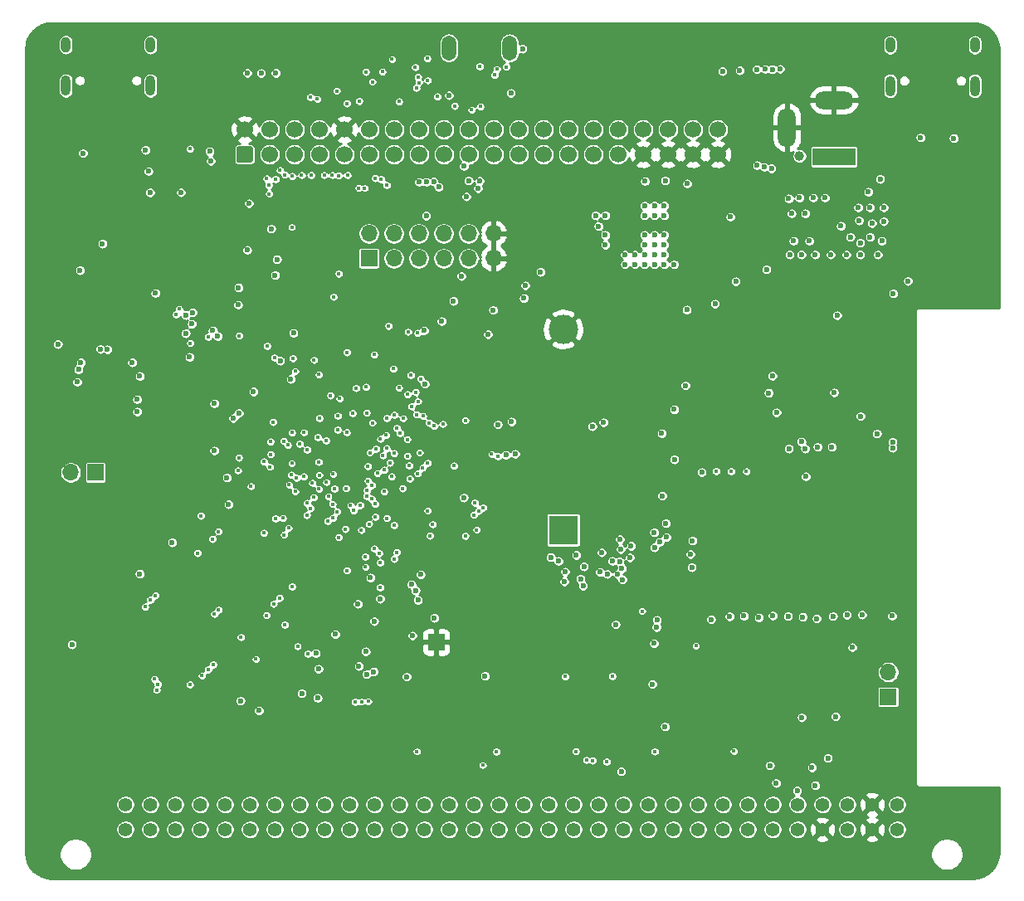
<source format=gbr>
%TF.GenerationSoftware,KiCad,Pcbnew,5.1.10-88a1d61d58~89~ubuntu20.04.1*%
%TF.CreationDate,2021-07-13T22:21:08+02:00*%
%TF.ProjectId,max80,6d617838-302e-46b6-9963-61645f706362,0.01*%
%TF.SameCoordinates,Original*%
%TF.FileFunction,Copper,L2,Inr*%
%TF.FilePolarity,Positive*%
%FSLAX46Y46*%
G04 Gerber Fmt 4.6, Leading zero omitted, Abs format (unit mm)*
G04 Created by KiCad (PCBNEW 5.1.10-88a1d61d58~89~ubuntu20.04.1) date 2021-07-13 22:21:08*
%MOMM*%
%LPD*%
G01*
G04 APERTURE LIST*
%TA.AperFunction,ComponentPad*%
%ADD10O,1.500000X2.550000*%
%TD*%
%TA.AperFunction,ComponentPad*%
%ADD11R,3.000000X3.000000*%
%TD*%
%TA.AperFunction,ComponentPad*%
%ADD12C,3.000000*%
%TD*%
%TA.AperFunction,ComponentPad*%
%ADD13O,1.700000X1.700000*%
%TD*%
%TA.AperFunction,ComponentPad*%
%ADD14R,1.700000X1.700000*%
%TD*%
%TA.AperFunction,ComponentPad*%
%ADD15C,1.700000*%
%TD*%
%TA.AperFunction,ComponentPad*%
%ADD16C,1.422400*%
%TD*%
%TA.AperFunction,ComponentPad*%
%ADD17O,1.000000X2.100000*%
%TD*%
%TA.AperFunction,ComponentPad*%
%ADD18O,1.000000X1.600000*%
%TD*%
%TA.AperFunction,ComponentPad*%
%ADD19R,4.400000X1.800000*%
%TD*%
%TA.AperFunction,ComponentPad*%
%ADD20O,4.000000X1.800000*%
%TD*%
%TA.AperFunction,ComponentPad*%
%ADD21O,1.800000X4.000000*%
%TD*%
%TA.AperFunction,ViaPad*%
%ADD22C,0.600000*%
%TD*%
%TA.AperFunction,ViaPad*%
%ADD23C,0.450000*%
%TD*%
%TA.AperFunction,ViaPad*%
%ADD24C,1.000000*%
%TD*%
%TA.AperFunction,Conductor*%
%ADD25C,0.254000*%
%TD*%
%TA.AperFunction,Conductor*%
%ADD26C,0.100000*%
%TD*%
G04 APERTURE END LIST*
D10*
%TO.N,Net-(J5-PadSH)*%
%TO.C,J5*%
X154695000Y-43390000D03*
X148495000Y-43390000D03*
%TD*%
D11*
%TO.N,Net-(BT1-Pad1)*%
%TO.C,BT1*%
X160170000Y-92570000D03*
D12*
%TO.N,GND*%
X160170000Y-72080000D03*
%TD*%
D13*
%TO.N,GND*%
%TO.C,J8*%
X153050000Y-62310000D03*
X153050000Y-64850000D03*
%TO.N,EXT_HF*%
X150510000Y-62310000D03*
%TO.N,EXT_HD*%
X150510000Y-64850000D03*
%TO.N,EXT_HH*%
X147970000Y-62310000D03*
%TO.N,EXT_HC*%
X147970000Y-64850000D03*
%TO.N,EXT_HG*%
X145430000Y-62310000D03*
%TO.N,EXT_HB*%
X145430000Y-64850000D03*
%TO.N,EXT_HE*%
X142890000Y-62310000D03*
%TO.N,EXT_HA*%
X142890000Y-64850000D03*
%TO.N,+3V3*%
X140350000Y-62310000D03*
D14*
X140350000Y-64850000D03*
%TD*%
%TO.N,GND*%
%TO.C,J6*%
X147220000Y-104020000D03*
%TD*%
D13*
%TO.N,/abc80bus/ABC_-12V*%
%TO.C,J7*%
X193320000Y-107080000D03*
D14*
%TO.N,/abc80bus/ABC_12V*%
X193320000Y-109620000D03*
%TD*%
D15*
%TO.N,N/C*%
%TO.C,J4*%
X175931100Y-51703600D03*
%TO.N,ESP32_TDI*%
X173391100Y-51703600D03*
%TO.N,ESP32_TDO*%
X170851100Y-51703600D03*
%TO.N,ESP32_TCK*%
X168311100Y-51703600D03*
%TO.N,ESP32_TMS*%
X165771100Y-51703600D03*
%TO.N,ESP32_IO0*%
X163231100Y-51703600D03*
%TO.N,ESP32_EN*%
X160691100Y-51703600D03*
%TO.N,ESP32_MISO*%
X158151100Y-51703600D03*
%TO.N,ESP32_SCK*%
X155611100Y-51703600D03*
%TO.N,ESP32_MOSI*%
X153071100Y-51703600D03*
%TO.N,ESP32_SDA*%
X150531100Y-51703600D03*
%TO.N,FPGA_GPIO5*%
X147991100Y-51703600D03*
%TO.N,FPGA_GPIO3*%
X145451100Y-51703600D03*
%TO.N,FPGA_GPIO1*%
X142911100Y-51703600D03*
%TO.N,/FPGA_SDA*%
X140371100Y-51703600D03*
%TO.N,GND*%
X137831100Y-51703600D03*
%TO.N,N/C*%
X135291100Y-51703600D03*
X132751100Y-51703600D03*
%TO.N,+3V3*%
X130211100Y-51703600D03*
%TO.N,GND*%
X127671100Y-51703600D03*
X175931100Y-54243600D03*
X173391100Y-54243600D03*
X170851100Y-54243600D03*
X168311100Y-54243600D03*
%TO.N,+3V3*%
X165771100Y-54243600D03*
%TO.N,ESP32_RXD*%
X163231100Y-54243600D03*
%TO.N,ESP32_TXD*%
X160691100Y-54243600D03*
%TO.N,ESP32_CS0*%
X158151100Y-54243600D03*
%TO.N,ESP32_CS1*%
X155611100Y-54243600D03*
%TO.N,ESP32_SCL*%
X153071100Y-54243600D03*
%TO.N,ESP32_CS2*%
X150531100Y-54243600D03*
%TO.N,FPGA_GPIO4*%
X147991100Y-54243600D03*
%TO.N,FPGA_GPIO2*%
X145451100Y-54243600D03*
%TO.N,FPGA_GPIO0*%
X142911100Y-54243600D03*
%TO.N,/FPGA_SCL*%
X140371100Y-54243600D03*
%TO.N,FPGA_TDI*%
X137831100Y-54243600D03*
%TO.N,FPGA_JTAGEN*%
X135291100Y-54243600D03*
%TO.N,FPGA_TMS*%
X132751100Y-54243600D03*
%TO.N,FPGA_TDO*%
X130211100Y-54243600D03*
%TO.N,FPGA_TCK*%
%TA.AperFunction,ComponentPad*%
G36*
G01*
X128271100Y-55093600D02*
X127071100Y-55093600D01*
G75*
G02*
X126821100Y-54843600I0J250000D01*
G01*
X126821100Y-53643600D01*
G75*
G02*
X127071100Y-53393600I250000J0D01*
G01*
X128271100Y-53393600D01*
G75*
G02*
X128521100Y-53643600I0J-250000D01*
G01*
X128521100Y-54843600D01*
G75*
G02*
X128271100Y-55093600I-250000J0D01*
G01*
G37*
%TD.AperFunction*%
%TD*%
D13*
%TO.N,Net-(D28-Pad2)*%
%TO.C,J1*%
X109905000Y-86695000D03*
D14*
%TO.N,/abc80bus/ABC5V*%
X112445000Y-86695000D03*
%TD*%
D16*
%TO.N,/abc80bus/ABC_12V*%
%TO.C,X1*%
X115501100Y-120593600D03*
%TO.N,/abc80bus/ABC5V*%
X118041100Y-120593600D03*
%TO.N,N/C*%
X120581100Y-120593600D03*
%TO.N,/abc80bus/A0*%
X123121100Y-120593600D03*
%TO.N,/abc80bus/A1*%
X125661100Y-120593600D03*
%TO.N,/abc80bus/A2*%
X128201100Y-120593600D03*
%TO.N,/abc80bus/A3*%
X130741100Y-120593600D03*
%TO.N,/abc80bus/A4*%
X133281100Y-120593600D03*
%TO.N,/abc80bus/A5*%
X135821100Y-120593600D03*
%TO.N,/abc80bus/A6*%
X138361100Y-120593600D03*
%TO.N,/abc80bus/A7*%
X140901100Y-120593600D03*
%TO.N,/abc80bus/A8*%
X143441100Y-120593600D03*
%TO.N,/abc80bus/A9*%
X145981100Y-120593600D03*
%TO.N,/abc80bus/A10*%
X148521100Y-120593600D03*
%TO.N,/abc80bus/A11*%
X151061100Y-120593600D03*
%TO.N,/abc80bus/A12*%
X153601100Y-120593600D03*
%TO.N,/abc80bus/A13*%
X156141100Y-120593600D03*
%TO.N,/abc80bus/A14*%
X158681100Y-120593600D03*
%TO.N,/abc80bus/A15*%
X161221100Y-120593600D03*
%TO.N,/abc80bus/~INT*%
X163761100Y-120593600D03*
%TO.N,N/C*%
X166301100Y-120593600D03*
X168841100Y-120593600D03*
X171381100Y-120593600D03*
X173921100Y-120593600D03*
X176461100Y-120593600D03*
X179001100Y-120593600D03*
X181541100Y-120593600D03*
%TO.N,ABC_CLK_5*%
X184081100Y-120593600D03*
%TO.N,/abc80bus/~XMEMFL*%
X186621100Y-120593600D03*
%TO.N,/abc80bus/~XMEMW800*%
X189161100Y-120593600D03*
%TO.N,GND*%
X191701100Y-120593600D03*
%TO.N,/abc80bus/ABC_-12V*%
X194241100Y-120593600D03*
%TO.N,/abc80bus/ABC_12V*%
X115501100Y-123133600D03*
%TO.N,/abc80bus/ABC5V*%
X118041100Y-123133600D03*
%TO.N,/abc80bus/READY*%
X120581100Y-123133600D03*
%TO.N,N/C*%
X123121100Y-123133600D03*
%TO.N,/abc80bus/~XM*%
X125661100Y-123133600D03*
%TO.N,/abc80bus/~XOUTSTB*%
X128201100Y-123133600D03*
%TO.N,/abc80bus/~XINPSTB*%
X130741100Y-123133600D03*
%TO.N,N/C*%
X133281100Y-123133600D03*
%TO.N,/abc80bus/~NMI*%
X135821100Y-123133600D03*
%TO.N,/abc80bus/~CS*%
X138361100Y-123133600D03*
%TO.N,/abc80bus/~OUT*%
X140901100Y-123133600D03*
%TO.N,/abc80bus/~C1*%
X143441100Y-123133600D03*
%TO.N,/abc80bus/~C2*%
X145981100Y-123133600D03*
%TO.N,/abc80bus/~C3*%
X148521100Y-123133600D03*
%TO.N,/abc80bus/~C4*%
X151061100Y-123133600D03*
%TO.N,/abc80bus/~INP*%
X153601100Y-123133600D03*
%TO.N,/abc80bus/~STATUS*%
X156141100Y-123133600D03*
%TO.N,/abc80bus/~RST*%
X158681100Y-123133600D03*
%TO.N,N/C*%
X161221100Y-123133600D03*
%TO.N,/abc80bus/D0*%
X163761100Y-123133600D03*
%TO.N,/abc80bus/D1*%
X166301100Y-123133600D03*
%TO.N,/abc80bus/D2*%
X168841100Y-123133600D03*
%TO.N,/abc80bus/D3*%
X171381100Y-123133600D03*
%TO.N,/abc80bus/D4*%
X173921100Y-123133600D03*
%TO.N,/abc80bus/D5*%
X176461100Y-123133600D03*
%TO.N,/abc80bus/D6*%
X179001100Y-123133600D03*
%TO.N,/abc80bus/D7*%
X181541100Y-123133600D03*
%TO.N,/abc80bus/~XMEMW80*%
X184081100Y-123133600D03*
%TO.N,GND*%
X186621100Y-123133600D03*
%TO.N,/abc80bus/~RESIN*%
X189161100Y-123133600D03*
%TO.N,GND*%
X191701100Y-123133600D03*
%TO.N,/abc80bus/ABC_-12V*%
X194241100Y-123133600D03*
%TD*%
D17*
%TO.N,Net-(USB2-Pad13)*%
%TO.C,USB2*%
X202181100Y-47253600D03*
X193541100Y-47253600D03*
D18*
X202181100Y-43073600D03*
X193541100Y-43073600D03*
%TD*%
D17*
%TO.N,Net-(USB1-Pad13)*%
%TO.C,USB1*%
X118051100Y-47233600D03*
X109411100Y-47233600D03*
D18*
X118051100Y-43053600D03*
X109411100Y-43053600D03*
%TD*%
D19*
%TO.N,Net-(D25-Pad2)*%
%TO.C,J2*%
X187796100Y-54493600D03*
D20*
%TO.N,GND*%
X187796100Y-48693600D03*
D21*
X182996100Y-51493600D03*
%TD*%
D22*
%TO.N,GND*%
X118490000Y-95430000D03*
D23*
X110200000Y-101710000D03*
X130080000Y-103980000D03*
X134260000Y-98190000D03*
X133420000Y-100570000D03*
X159720000Y-115750000D03*
X145280000Y-112810000D03*
X153340000Y-112730000D03*
X154460000Y-107450000D03*
X161490000Y-112710000D03*
X143490000Y-115760000D03*
X167780000Y-115720000D03*
X177560000Y-112820000D03*
X153700000Y-115750000D03*
X127220000Y-107330000D03*
D22*
X108400000Y-46200000D03*
X110480000Y-49280000D03*
X119290000Y-46190000D03*
X118960000Y-71860000D03*
X108650000Y-70710000D03*
D23*
X136141584Y-84795469D03*
X132605932Y-81098027D03*
X138802107Y-87517893D03*
X138080000Y-86870000D03*
X137390000Y-83490000D03*
D22*
X194820000Y-81020000D03*
X195150000Y-83860000D03*
X195290000Y-86770000D03*
X195180000Y-101400000D03*
X195580000Y-105330000D03*
X120210000Y-83760000D03*
X120050000Y-80050000D03*
X120050000Y-81310000D03*
X120070000Y-82540000D03*
D23*
X147738648Y-85362850D03*
X134901080Y-86506680D03*
D22*
X143560000Y-97390000D03*
X171308326Y-102156003D03*
X171310000Y-68870000D03*
X172980000Y-68870000D03*
X185370000Y-80870000D03*
X184170000Y-81870000D03*
X182970000Y-80610000D03*
X186590000Y-78650000D03*
X186580000Y-74980000D03*
X189050000Y-56720000D03*
X201110000Y-49380000D03*
X202970000Y-48970000D03*
X196530000Y-53760000D03*
X196490000Y-55420000D03*
X192180000Y-78460000D03*
X178930000Y-78190000D03*
X181620000Y-72880000D03*
X184760000Y-57040000D03*
X187180000Y-68540000D03*
X184070000Y-68480000D03*
X189800000Y-91370000D03*
X123460000Y-90480000D03*
X121240000Y-92580000D03*
D23*
X136964907Y-83184907D03*
X136442445Y-81128544D03*
D22*
X140200000Y-73860000D03*
D23*
X138468554Y-85221446D03*
X137570000Y-98350000D03*
D22*
X138501239Y-99451239D03*
D23*
X129720000Y-91380000D03*
X137144575Y-85351836D03*
X138178303Y-84316750D03*
X140362326Y-90316288D03*
X137255798Y-89089931D03*
X131330000Y-79850000D03*
X128063388Y-85600010D03*
X125611407Y-105140678D03*
X144936858Y-83961034D03*
D22*
X186260000Y-111690000D03*
D23*
X143650635Y-85714279D03*
X134605843Y-83417214D03*
X138681521Y-92063841D03*
X127710000Y-77150000D03*
X140289951Y-93165270D03*
X136079481Y-90166930D03*
D22*
X134245000Y-114494990D03*
D23*
X119651794Y-114001794D03*
D22*
X130620000Y-114494990D03*
X127095000Y-114494990D03*
D23*
X134183019Y-83103019D03*
X149650000Y-50500013D03*
X152290000Y-49630000D03*
X152569687Y-44909415D03*
X132438146Y-85055962D03*
X137235133Y-76515380D03*
D22*
X114095090Y-53448511D03*
X191366622Y-80766622D03*
X173870000Y-68585010D03*
X189070000Y-59070000D03*
X115101100Y-63270000D03*
D23*
X140081910Y-82071073D03*
X137870000Y-79990000D03*
X141058301Y-82834357D03*
X142901794Y-78601794D03*
X139186742Y-79169089D03*
D22*
X111170000Y-55420000D03*
X130920000Y-42120000D03*
X129370000Y-42120000D03*
X127830000Y-42120000D03*
X174620000Y-63670000D03*
X172870000Y-65520000D03*
D23*
X185420000Y-65920000D03*
X177195000Y-65245000D03*
D22*
X174920000Y-61320000D03*
X176670000Y-57170000D03*
X165620000Y-57170000D03*
X107654008Y-81266000D03*
X107576014Y-79995998D03*
X107604000Y-82536000D03*
X107633997Y-83806003D03*
D23*
X134981886Y-77492137D03*
X137489776Y-92060155D03*
D22*
X125878761Y-83621239D03*
D23*
X133536642Y-87952757D03*
X131284733Y-87155522D03*
D22*
X112480000Y-58190000D03*
X115670000Y-58330000D03*
X117511102Y-49878898D03*
X117030000Y-49300000D03*
X120090000Y-78780000D03*
D23*
X161750000Y-108770000D03*
X169840000Y-108740000D03*
X145560000Y-108750000D03*
X137510000Y-108770000D03*
X177790000Y-112210000D03*
D22*
X182570000Y-111700000D03*
X173020000Y-71410000D03*
X181000000Y-57600000D03*
X193919999Y-48970001D03*
X127890000Y-64970000D03*
D23*
X130629998Y-77740000D03*
X134780000Y-74270000D03*
X154090000Y-48100010D03*
D22*
X134957966Y-110453578D03*
D23*
X169510000Y-112860000D03*
D22*
X128810000Y-71200000D03*
D23*
X149859236Y-88050775D03*
X150695295Y-88534108D03*
X142876823Y-87733721D03*
X142654244Y-83148647D03*
X138810000Y-94670000D03*
D24*
%TO.N,+5V*%
X184270000Y-54410000D03*
D22*
X113660000Y-74140000D03*
X112950000Y-74110000D03*
X128105008Y-59245008D03*
X191296000Y-58070000D03*
D23*
X146340000Y-46690000D03*
X140030000Y-45820000D03*
D22*
%TO.N,Net-(R7-Pad1)*%
X110870000Y-66070000D03*
X111170000Y-54120000D03*
%TO.N,Net-(BT1-Pad1)*%
X116690000Y-79250000D03*
X161932299Y-97556251D03*
D23*
%TO.N,/A2*%
X130325000Y-84845000D03*
X126979266Y-86508412D03*
%TO.N,/IO3*%
X122860000Y-94940000D03*
X132208411Y-87958538D03*
%TO.N,/A11*%
X122070000Y-108350000D03*
X134036673Y-89824917D03*
%TO.N,/IO9*%
X127288181Y-103508181D03*
X136194999Y-89145001D03*
%TO.N,/A6*%
X134406699Y-90351978D03*
X134005118Y-91059089D03*
%TO.N,/A5*%
X130810000Y-91400000D03*
X134712232Y-89243292D03*
D22*
%TO.N,/A10*%
X125853113Y-87219963D03*
D23*
X129635000Y-85600010D03*
%TO.N,/IO12*%
X129896767Y-101275743D03*
X136628747Y-89925432D03*
%TO.N,/IO13*%
X137117895Y-90704173D03*
X130618170Y-100116753D03*
%TO.N,/IO14*%
X131222779Y-99512142D03*
X136139194Y-91668640D03*
%TO.N,/IO15*%
X132500076Y-98351794D03*
X136669491Y-91344059D03*
%TO.N,/IO1*%
X125000000Y-92720000D03*
X132427814Y-86946245D03*
%TO.N,/IO2*%
X124380000Y-93490000D03*
X132940736Y-87257578D03*
D22*
%TO.N,/32KHZ*%
X110961012Y-75484369D03*
D23*
X130293794Y-83556206D03*
D22*
X170270000Y-89080000D03*
X162197171Y-98261514D03*
X116700000Y-80500000D03*
X116194369Y-75484369D03*
X161496413Y-95136414D03*
%TO.N,/RTC_INT*%
X110580000Y-77470000D03*
X116970000Y-76870000D03*
D23*
%TO.N,/SD_DAT1*%
X133720000Y-82620000D03*
%TO.N,/SD_DAT3*%
X130570000Y-81560000D03*
D22*
%TO.N,/SD_CMD*%
X124924968Y-72806155D03*
%TO.N,/SD_CLK*%
X124399958Y-72220000D03*
D23*
%TO.N,/SD_DAT0*%
X123949957Y-72871173D03*
D22*
%TO.N,FPGA_TDI*%
X169999258Y-93816229D03*
X160354552Y-96835448D03*
X146959206Y-57019043D03*
X151462645Y-57718887D03*
D23*
X140644523Y-89401426D03*
D22*
X145341251Y-99722174D03*
D23*
X143190000Y-94850000D03*
D22*
%TO.N,FPGA_TMS*%
X169449140Y-92807131D03*
D23*
X140648950Y-88004654D03*
D22*
X146210638Y-57065576D03*
X159690000Y-95744979D03*
X151632486Y-56949365D03*
%TO.N,FPGA_TDO*%
X170640000Y-91880000D03*
X158898654Y-95345010D03*
X145460651Y-57059508D03*
X150514000Y-56912000D03*
D23*
X141884116Y-88636997D03*
D22*
%TO.N,FPGA_TCK*%
X170700000Y-93310000D03*
X147462635Y-57574990D03*
X150295021Y-58550829D03*
X157853123Y-66242967D03*
X156295065Y-67620000D03*
D23*
X140971786Y-89904331D03*
X142930000Y-95520000D03*
D22*
X162275695Y-96300889D03*
D23*
%TO.N,ABC_CLK_5*%
X164600000Y-116230000D03*
D22*
%TO.N,/FPGA_SCL*%
X183190000Y-84270000D03*
X124201619Y-54911628D03*
X127071357Y-80642126D03*
X163137495Y-81997495D03*
%TO.N,/FPGA_SDA*%
X124090000Y-53940000D03*
X184850000Y-84280000D03*
X126495010Y-81167136D03*
X164279491Y-81597977D03*
D23*
%TO.N,FPGA_SPI_CLK*%
X144253122Y-83329990D03*
X175771100Y-86571100D03*
%TO.N,FGPA_SPI_CS_ESP32*%
X177300000Y-86590000D03*
X142108308Y-82893764D03*
%TO.N,INT_ESP32*%
X143197506Y-82172232D03*
X178850000Y-86590000D03*
D22*
%TO.N,ESP32_TDO*%
X183110000Y-101370000D03*
X165922013Y-95793503D03*
%TO.N,ESP32_TCK*%
X181550000Y-101310000D03*
X166163155Y-96504010D03*
%TO.N,ESP32_TMS*%
X186030000Y-101610000D03*
X166980008Y-95389557D03*
%TO.N,ESP32_IO0*%
X170224075Y-82715925D03*
D23*
X141076194Y-84293546D03*
D22*
%TO.N,ESP32_RXD*%
X189120000Y-101240000D03*
X167080403Y-94203667D03*
%TO.N,ESP32_TXD*%
X187690000Y-101370000D03*
X166037557Y-94542112D03*
%TO.N,ESP32_EN*%
X193720000Y-101350000D03*
X165950052Y-93521789D03*
%TO.N,/ESP32/USB_D-*%
X173140000Y-95050000D03*
X196620000Y-52510000D03*
%TO.N,/ESP32/USB_D+*%
X200010000Y-52590000D03*
X173290000Y-96380000D03*
%TO.N,ESP32_TDI*%
X184610000Y-101440000D03*
X165173909Y-95740038D03*
%TO.N,Net-(D1-Pad2)*%
X184470000Y-83570000D03*
X179950000Y-55360010D03*
X180760000Y-45550000D03*
%TO.N,Net-(D1-Pad1)*%
X179920000Y-45560000D03*
%TO.N,Net-(D2-Pad2)*%
X181510000Y-45560000D03*
X186120000Y-84095000D03*
X180676453Y-55546512D03*
%TO.N,Net-(D2-Pad1)*%
X178180000Y-45680000D03*
%TO.N,Net-(D3-Pad2)*%
X187570000Y-84095000D03*
X181414764Y-55678476D03*
X182290000Y-45530000D03*
%TO.N,Net-(D3-Pad1)*%
X176420000Y-45760000D03*
%TO.N,ESP32_SCL*%
X169477147Y-94354669D03*
X173360000Y-93660000D03*
%TO.N,ESP32_SDA*%
X169692547Y-102499066D03*
D23*
X168210000Y-100860000D03*
D22*
X150033316Y-55444534D03*
%TO.N,ESP32_CS0*%
X180120000Y-101510000D03*
X165692384Y-97087871D03*
%TO.N,ESP32_MISO*%
X178610000Y-101350000D03*
X166210412Y-97630241D03*
%TO.N,ESP32_SCK*%
X177150000Y-101400000D03*
X164642364Y-97074181D03*
%TO.N,ESP32_MOSI*%
X175254525Y-101695032D03*
X163921680Y-96866499D03*
%TO.N,ESP32_CS1*%
X190660000Y-101220000D03*
X164087504Y-94869449D03*
D23*
%TO.N,/FPGA_USB_RXD*%
X120670044Y-70579689D03*
X133285086Y-83794133D03*
%TO.N,/abc80bus/~XINPSTB*%
X163160000Y-116100000D03*
%TO.N,/abc80bus/~XOUTSTB*%
X162530000Y-116040000D03*
X151950000Y-116570000D03*
%TO.N,AD0*%
X138950000Y-110120000D03*
X118478243Y-107787339D03*
X124586097Y-101150315D03*
X132137551Y-92365181D03*
%TO.N,AD1*%
X139580000Y-110100000D03*
X118790000Y-108300000D03*
X125010370Y-100726042D03*
X131687541Y-93058871D03*
%TO.N,AD2*%
X129620000Y-92870000D03*
X131554616Y-91354616D03*
X118680000Y-108910000D03*
X140265000Y-110064998D03*
%TO.N,AD4*%
X140111177Y-89126550D03*
X141389955Y-94950118D03*
%TO.N,AD5*%
X140350359Y-91966207D03*
X141500034Y-95900000D03*
D22*
%TO.N,/FPGA_LED1*%
X130770000Y-66570000D03*
D23*
X137270000Y-66420009D03*
%TO.N,/FPGA_LED2*%
X129917702Y-56702298D03*
X139307935Y-57668674D03*
%TO.N,/FPGA_LED3*%
X139910000Y-57690000D03*
X130117322Y-57372494D03*
D22*
%TO.N,Net-(D17-Pad2)*%
X127950000Y-45940000D03*
%TO.N,Net-(D22-Pad2)*%
X129350000Y-45950000D03*
%TO.N,Net-(D23-Pad2)*%
X130840000Y-45940000D03*
D23*
%TO.N,FPGA_GPIO2*%
X146984061Y-81954925D03*
X144682300Y-79958391D03*
%TO.N,FPGA_GPIO0*%
X145345988Y-79450656D03*
X140441015Y-84680465D03*
%TO.N,FPGA_GPIO5*%
X143830000Y-81179999D03*
X145193341Y-80781325D03*
%TO.N,FPGA_GPIO4*%
X146475012Y-81637304D03*
X145862188Y-80947714D03*
D22*
%TO.N,Net-(C38-Pad2)*%
X181130000Y-78580000D03*
X188114975Y-70674975D03*
%TO.N,Net-(C38-Pad1)*%
X187810000Y-78550000D03*
X181510000Y-76840000D03*
%TO.N,Net-(D26-Pad2)*%
X195344979Y-67169998D03*
X192510001Y-56760000D03*
D23*
%TO.N,/DQMH*%
X135260000Y-88390000D03*
X124446042Y-106306042D03*
%TO.N,/CLK*%
X123946041Y-106806041D03*
X137942236Y-92473309D03*
%TO.N,/CKE*%
X136010000Y-87700000D03*
X123316045Y-107436036D03*
%TO.N,/DQML*%
X118580000Y-99250000D03*
X133699592Y-87121972D03*
D22*
%TO.N,/FPGA_USB_RTS*%
X122350004Y-70370004D03*
X122270000Y-71550000D03*
%TO.N,/FPGA_USB_CTS*%
X121650000Y-72500000D03*
X121645045Y-70650000D03*
D23*
%TO.N,/WE#*%
X118030000Y-99720000D03*
X135274831Y-86976067D03*
%TO.N,/CAS#*%
X117500000Y-100410000D03*
X134569552Y-87778034D03*
%TO.N,/CS#*%
X128309796Y-88119990D03*
X132470000Y-85770000D03*
%TO.N,+3V3*%
X123190000Y-91130000D03*
D22*
X110043000Y-104253000D03*
D23*
X131770000Y-102250000D03*
X145240000Y-115180000D03*
X153360000Y-115200000D03*
X161450000Y-115160000D03*
X177580000Y-115140000D03*
X169510000Y-115180000D03*
X128820000Y-105750000D03*
D22*
X110710000Y-76200002D03*
X118560000Y-68410000D03*
X139220000Y-100120000D03*
X193771100Y-83588900D03*
X193771100Y-84198900D03*
X192176400Y-82743600D03*
X190510000Y-80960000D03*
D23*
X173700000Y-104400000D03*
X173700000Y-104400000D03*
X138100000Y-96700000D03*
D22*
X169730000Y-101750000D03*
D23*
X141489692Y-98427697D03*
D22*
X181930000Y-80580000D03*
X172770000Y-70090000D03*
X172640000Y-77830000D03*
X116955010Y-97040000D03*
X126030000Y-89960000D03*
D23*
X127080000Y-85190000D03*
X132490000Y-82640000D03*
X138090000Y-74440000D03*
X141000000Y-91230000D03*
X145520000Y-84680962D03*
X149018462Y-86012050D03*
X139565665Y-92580584D03*
X138792915Y-90580795D03*
X135124019Y-83114712D03*
X127110000Y-72740000D03*
D22*
X127245000Y-109995000D03*
X135195000Y-106745000D03*
X160270000Y-97845000D03*
X144685354Y-98125601D03*
X189670000Y-104545000D03*
X129120000Y-111004990D03*
X132649989Y-72470000D03*
D23*
X132070000Y-83909990D03*
D22*
X193846622Y-68433378D03*
X175653761Y-69483761D03*
D23*
X142184883Y-81159600D03*
X139030958Y-78096059D03*
D22*
X168508750Y-56981250D03*
X172820000Y-57220000D03*
X170570000Y-56920000D03*
X131286881Y-75304148D03*
X149770000Y-66670000D03*
D23*
X130247607Y-86137607D03*
X132818306Y-88651067D03*
D22*
X118010000Y-58130000D03*
X117850000Y-55960000D03*
X117550000Y-53790000D03*
X113159999Y-63359999D03*
X108610000Y-73610000D03*
X120270000Y-93840000D03*
X171490002Y-80270002D03*
X180900000Y-65970000D03*
X177775000Y-67205000D03*
X127930000Y-64000000D03*
X127000000Y-69590000D03*
X127040000Y-67830000D03*
X122044967Y-74920000D03*
D23*
X122119957Y-73516934D03*
D22*
X128570000Y-78450000D03*
D23*
X129960000Y-73790000D03*
D22*
X146196004Y-60500000D03*
X133495992Y-109236000D03*
X135113451Y-109719860D03*
X144790000Y-103350000D03*
X147020000Y-101540000D03*
D23*
X137273528Y-93313528D03*
X144507475Y-87347808D03*
D22*
X145100778Y-98739224D03*
D23*
X143515487Y-82683074D03*
%TO.N,+2V5*%
X135280000Y-81160000D03*
X138474160Y-90072455D03*
X134038975Y-84385177D03*
X137158000Y-80926043D03*
X136419776Y-78846750D03*
D22*
X183180000Y-58750000D03*
X184270000Y-58670000D03*
X185670000Y-58670000D03*
X186870000Y-58670000D03*
X183270000Y-64470000D03*
X184470000Y-64470000D03*
X185870000Y-64470000D03*
X187470000Y-64470000D03*
X189070000Y-64470000D03*
X190470000Y-64470000D03*
X192270000Y-64470000D03*
X192670000Y-63070000D03*
X191470000Y-62670000D03*
X189470000Y-62670000D03*
X183670000Y-63070000D03*
X185270000Y-63070000D03*
X183470000Y-60270000D03*
X184870000Y-60270000D03*
X190270000Y-59670000D03*
X191470000Y-59670000D03*
X192870000Y-59670000D03*
X192870000Y-61070000D03*
X191670000Y-61270000D03*
X190350000Y-60990000D03*
X190470000Y-63270000D03*
X177220000Y-60620000D03*
X124570000Y-79670000D03*
X124570000Y-84470000D03*
X152480000Y-72610000D03*
X153019989Y-70119989D03*
X155270000Y-84810000D03*
X154899999Y-81509999D03*
X188500000Y-61540000D03*
D23*
X141916567Y-86436351D03*
%TO.N,+1V2*%
X135960000Y-83450000D03*
X135220000Y-85630000D03*
X136700000Y-86860000D03*
X138010000Y-88320000D03*
X140238122Y-87567349D03*
X144440000Y-86000000D03*
X136828442Y-88367093D03*
X138077597Y-82614103D03*
X137153393Y-82347004D03*
X138670373Y-80667568D03*
D22*
X163770000Y-61570000D03*
X168470000Y-59470000D03*
X169470000Y-59470000D03*
X170470000Y-59470000D03*
X168470000Y-60470000D03*
X169470000Y-60470000D03*
X170470000Y-60470000D03*
X168470000Y-62470000D03*
X169470000Y-62470000D03*
X170470000Y-62470000D03*
X170470000Y-63470000D03*
X169470000Y-63470000D03*
X168470000Y-63470000D03*
X168470000Y-64470000D03*
X169470000Y-64470000D03*
X170470000Y-64470000D03*
X170470000Y-65470000D03*
X171470000Y-65470000D03*
X169470000Y-65470000D03*
X168470000Y-65470000D03*
X167470000Y-65470000D03*
X167470000Y-64470000D03*
X166470000Y-64470000D03*
X164470000Y-63470000D03*
X163470000Y-60470000D03*
X164470000Y-60470000D03*
X164470000Y-62470000D03*
X166470000Y-65470000D03*
X147770000Y-71270000D03*
X154330000Y-84920000D03*
X153495000Y-81805000D03*
X148970000Y-69199979D03*
D23*
X142490402Y-85707758D03*
X140239990Y-86070010D03*
%TO.N,Net-(R13-Pad1)*%
X139450000Y-90040000D03*
X140000000Y-96350000D03*
D22*
%TO.N,Net-(R37-Pad2)*%
X145621892Y-97118913D03*
D23*
X140149047Y-88527734D03*
D22*
%TO.N,DATA0*%
X141485010Y-99593371D03*
D23*
X142184871Y-91364614D03*
%TO.N,~C2_ABC_3V3*%
X146580345Y-93159655D03*
X141205847Y-86777986D03*
%TO.N,AD10*%
X142650102Y-87123853D03*
X146849820Y-91996893D03*
%TO.N,~C3_ABC_3V3*%
X146343207Y-90606795D03*
X143780575Y-88329886D03*
%TO.N,DLCK*%
X142909990Y-92090927D03*
X134120986Y-105210988D03*
%TO.N,ASD0*%
X133060000Y-104440000D03*
X139972809Y-95297585D03*
D22*
%TO.N,nCE0*%
X140880000Y-101890000D03*
D23*
X140877223Y-94475306D03*
%TO.N,DD0*%
X146344084Y-85737846D03*
X151522618Y-90660217D03*
%TO.N,DD1*%
X142910185Y-84744558D03*
X151999134Y-90295599D03*
%TO.N,DD2*%
X144254569Y-85015797D03*
X151151641Y-89787731D03*
%TO.N,~XOUTSTB_ABC_3V3*%
X150180456Y-93176330D03*
X141779659Y-84986753D03*
%TO.N,~XMEMFL_ABC_3V3*%
X145843206Y-86216794D03*
X151049953Y-91029815D03*
%TO.N,~XINPSTB_ABC_3V3*%
X150170000Y-81390000D03*
X153500000Y-85049998D03*
X142836068Y-76118962D03*
X151340000Y-92550492D03*
D22*
%TO.N,ABC_CLK_3V3*%
X165521232Y-102208768D03*
D23*
X165180000Y-107500000D03*
D22*
%TO.N,FPGA_SPI_MOSI*%
X174300000Y-86680000D03*
D23*
X141511092Y-83289043D03*
D22*
%TO.N,FPGA_SPI_MISO*%
X171507874Y-85371746D03*
D23*
X142150000Y-84240000D03*
%TO.N,/SD_DAT2*%
X120970054Y-70011689D03*
X131640092Y-83491429D03*
D22*
X121160000Y-58120000D03*
D23*
%TO.N,CLK0n*%
X130695010Y-74979601D03*
X134745046Y-75220000D03*
D22*
%TO.N,Net-(J5-PadSH)*%
X148500000Y-48220011D03*
X156020000Y-43470000D03*
X154830000Y-47980000D03*
D23*
%TO.N,HDMI_CK-*%
X133470000Y-56369979D03*
%TO.N,HDMI_D0+*%
X136600012Y-56369979D03*
%TO.N,HDMI_D1-*%
X137275853Y-56402200D03*
X142710000Y-44530000D03*
X141713919Y-45808332D03*
%TO.N,HDMI_D2+*%
X141581273Y-56784028D03*
%TO.N,HDMI_CK+*%
X134440000Y-56369979D03*
%TO.N,HDMI_D0-*%
X135770000Y-56369979D03*
%TO.N,HDMI_D1+*%
X138157420Y-56368633D03*
%TO.N,HDMI_D2-*%
X140992465Y-56668644D03*
%TO.N,HDMI_SDA*%
X135243368Y-76707438D03*
X147320000Y-48340000D03*
X131269990Y-55863413D03*
X132820010Y-76370000D03*
X134370000Y-48405021D03*
%TO.N,HDMI_HPD*%
X142168184Y-57387885D03*
D22*
X130370000Y-61820000D03*
D23*
X132520000Y-56470000D03*
X132470000Y-61670000D03*
%TO.N,HDMI_SCL*%
X149089996Y-49300004D03*
X132579948Y-75049762D03*
X131770000Y-56320000D03*
D22*
X132370000Y-77170000D03*
D23*
X135087782Y-48605806D03*
%TO.N,FPGA_JTAGEN*%
X152870000Y-84840000D03*
X130821618Y-56774377D03*
D22*
X156150066Y-68925972D03*
D23*
X145318836Y-86816455D03*
D22*
X130959998Y-64949998D03*
%TO.N,FLASH_CS#*%
X184920000Y-87110000D03*
X150018318Y-89270551D03*
%TO.N,/abc80bus/~INT*%
X185539998Y-116809998D03*
%TO.N,/abc80bus/~XMEMW800*%
X166080000Y-117220000D03*
X184040000Y-119170000D03*
%TO.N,/abc80bus/~XMEMW80*%
X181890000Y-118400000D03*
X185880000Y-118630000D03*
X187170000Y-115844990D03*
X170545000Y-112620000D03*
X181260000Y-116605000D03*
%TO.N,INT_ABC_3V3*%
X140114495Y-107295863D03*
X184500000Y-111700000D03*
%TO.N,INT800_ABC_3V3*%
X187960000Y-111600000D03*
X140820000Y-107030000D03*
%TO.N,XM_ABC_3V3*%
X134922698Y-105152291D03*
X140020000Y-104970000D03*
%TO.N,AD16*%
X144190000Y-107540000D03*
X152180000Y-107460000D03*
D23*
X160370000Y-107530000D03*
D22*
X136913761Y-103216240D03*
X139314106Y-106470022D03*
X140505010Y-97435986D03*
%TO.N,DD10*%
X169433486Y-104146514D03*
D23*
X147890000Y-81765718D03*
X145114737Y-78506709D03*
D22*
X169260000Y-108300000D03*
D23*
%TO.N,/FPGA_USB_DTR*%
X122080000Y-53680000D03*
X136729957Y-68780000D03*
%TO.N,Net-(C75-Pad1)*%
X153169988Y-46151512D03*
X145180000Y-47459990D03*
%TO.N,Net-(C76-Pad1)*%
X153393923Y-45536643D03*
X145437200Y-46917899D03*
%TO.N,Net-(C77-Pad1)*%
X154350000Y-45310000D03*
X145070885Y-45347186D03*
%TO.N,Net-(C78-Pad1)*%
X151650000Y-45260000D03*
X146290000Y-44440000D03*
%TO.N,Net-(C80-Pad1)*%
X151708206Y-49348206D03*
X139350000Y-48810010D03*
%TO.N,Net-(C81-Pad1)*%
X138090000Y-49040000D03*
X150830000Y-49700000D03*
%TO.N,Net-(C82-Pad1)*%
X140694829Y-46842875D03*
X145349808Y-46324285D03*
%TO.N,Net-(J5-Pad19)*%
X143419947Y-48850000D03*
X130170000Y-58270000D03*
X137047097Y-47769990D03*
%TO.N,EXT_HB*%
X140692234Y-81635074D03*
X140120000Y-80620000D03*
X144328567Y-72346136D03*
X143407355Y-78070008D03*
X144620000Y-76770000D03*
%TO.N,EXT_HE*%
X140870000Y-74670000D03*
X140048416Y-77976546D03*
D22*
%TO.N,EXT_HC*%
X145973815Y-72221193D03*
X146049058Y-77658439D03*
D23*
%TO.N,EXT_HA*%
X137370000Y-79170000D03*
X142351274Y-71751274D03*
%TO.N,EXT_HH*%
X142949360Y-80833420D03*
X145307504Y-72477413D03*
X144290000Y-78730000D03*
X145615073Y-77141431D03*
%TD*%
D25*
%TO.N,GND*%
X202485103Y-40877687D02*
X202979527Y-41026961D01*
X203435549Y-41269432D01*
X203835780Y-41595852D01*
X204164994Y-41993803D01*
X204410637Y-42448113D01*
X204563362Y-42941485D01*
X204619091Y-43471717D01*
X204619101Y-43474540D01*
X204619100Y-69868000D01*
X196487277Y-69868000D01*
X196469990Y-69866298D01*
X196452711Y-69868000D01*
X196452708Y-69868000D01*
X196400996Y-69873093D01*
X196400991Y-69873095D01*
X196400987Y-69873095D01*
X196376763Y-69880444D01*
X196334644Y-69893221D01*
X196334639Y-69893224D01*
X196334635Y-69893225D01*
X196315077Y-69903680D01*
X196273493Y-69925907D01*
X196273487Y-69925912D01*
X196273485Y-69925913D01*
X196266134Y-69931946D01*
X196219894Y-69969894D01*
X196175907Y-70023493D01*
X196143221Y-70084644D01*
X196123093Y-70150996D01*
X196116297Y-70220000D01*
X196118001Y-70237302D01*
X196119100Y-108452737D01*
X196119099Y-108452747D01*
X196119100Y-108465133D01*
X196119101Y-108487302D01*
X196119103Y-108487320D01*
X196120198Y-118456327D01*
X196118497Y-118473600D01*
X196120202Y-118490912D01*
X196120202Y-118490930D01*
X196121706Y-118506179D01*
X196125293Y-118542604D01*
X196125299Y-118542625D01*
X196125301Y-118542642D01*
X196133089Y-118568305D01*
X196145421Y-118608956D01*
X196145431Y-118608975D01*
X196145436Y-118608991D01*
X196159526Y-118635345D01*
X196178107Y-118670107D01*
X196178121Y-118670124D01*
X196178129Y-118670139D01*
X196196684Y-118692744D01*
X196222094Y-118723706D01*
X196222112Y-118723721D01*
X196222122Y-118723733D01*
X196243457Y-118741238D01*
X196275693Y-118767693D01*
X196275714Y-118767704D01*
X196275726Y-118767714D01*
X196299617Y-118780480D01*
X196336844Y-118800379D01*
X196336867Y-118800386D01*
X196336880Y-118800393D01*
X196362712Y-118808226D01*
X196403196Y-118820507D01*
X196403220Y-118820509D01*
X196403235Y-118820514D01*
X196430646Y-118823211D01*
X196454908Y-118825600D01*
X196454936Y-118825600D01*
X196472238Y-118827302D01*
X196489502Y-118825600D01*
X204619100Y-118825600D01*
X204619101Y-125456375D01*
X204567013Y-125987602D01*
X204417737Y-126482031D01*
X204175268Y-126938048D01*
X203848848Y-127338280D01*
X203450896Y-127667494D01*
X202996590Y-127913136D01*
X202503215Y-128065862D01*
X201972983Y-128121591D01*
X201970447Y-128121600D01*
X107988315Y-128121600D01*
X107457098Y-128069513D01*
X106962669Y-127920237D01*
X106506652Y-127677768D01*
X106106420Y-127351348D01*
X105777206Y-126953396D01*
X105531564Y-126499090D01*
X105378838Y-126005715D01*
X105326603Y-125508725D01*
X108747100Y-125508725D01*
X108747100Y-125838475D01*
X108811431Y-126161888D01*
X108937620Y-126466536D01*
X109120819Y-126740713D01*
X109353987Y-126973881D01*
X109628164Y-127157080D01*
X109932812Y-127283269D01*
X110256225Y-127347600D01*
X110585975Y-127347600D01*
X110909388Y-127283269D01*
X111214036Y-127157080D01*
X111488213Y-126973881D01*
X111721381Y-126740713D01*
X111904580Y-126466536D01*
X112030769Y-126161888D01*
X112095100Y-125838475D01*
X112095100Y-125508725D01*
X197647100Y-125508725D01*
X197647100Y-125838475D01*
X197711431Y-126161888D01*
X197837620Y-126466536D01*
X198020819Y-126740713D01*
X198253987Y-126973881D01*
X198528164Y-127157080D01*
X198832812Y-127283269D01*
X199156225Y-127347600D01*
X199485975Y-127347600D01*
X199809388Y-127283269D01*
X200114036Y-127157080D01*
X200388213Y-126973881D01*
X200621381Y-126740713D01*
X200804580Y-126466536D01*
X200930769Y-126161888D01*
X200995100Y-125838475D01*
X200995100Y-125508725D01*
X200930769Y-125185312D01*
X200804580Y-124880664D01*
X200621381Y-124606487D01*
X200388213Y-124373319D01*
X200114036Y-124190120D01*
X199809388Y-124063931D01*
X199485975Y-123999600D01*
X199156225Y-123999600D01*
X198832812Y-124063931D01*
X198528164Y-124190120D01*
X198253987Y-124373319D01*
X198020819Y-124606487D01*
X197837620Y-124880664D01*
X197711431Y-125185312D01*
X197647100Y-125508725D01*
X112095100Y-125508725D01*
X112030769Y-125185312D01*
X111904580Y-124880664D01*
X111721381Y-124606487D01*
X111488213Y-124373319D01*
X111214036Y-124190120D01*
X110909388Y-124063931D01*
X110585975Y-123999600D01*
X110256225Y-123999600D01*
X109932812Y-124063931D01*
X109628164Y-124190120D01*
X109353987Y-124373319D01*
X109120819Y-124606487D01*
X108937620Y-124880664D01*
X108811431Y-125185312D01*
X108747100Y-125508725D01*
X105326603Y-125508725D01*
X105323109Y-125475483D01*
X105323100Y-125472947D01*
X105323100Y-123036271D01*
X114512900Y-123036271D01*
X114512900Y-123230929D01*
X114550876Y-123421847D01*
X114625369Y-123601688D01*
X114733515Y-123763540D01*
X114871160Y-123901185D01*
X115033012Y-124009331D01*
X115212853Y-124083824D01*
X115403771Y-124121800D01*
X115598429Y-124121800D01*
X115789347Y-124083824D01*
X115969188Y-124009331D01*
X116131040Y-123901185D01*
X116268685Y-123763540D01*
X116376831Y-123601688D01*
X116451324Y-123421847D01*
X116489300Y-123230929D01*
X116489300Y-123036271D01*
X117052900Y-123036271D01*
X117052900Y-123230929D01*
X117090876Y-123421847D01*
X117165369Y-123601688D01*
X117273515Y-123763540D01*
X117411160Y-123901185D01*
X117573012Y-124009331D01*
X117752853Y-124083824D01*
X117943771Y-124121800D01*
X118138429Y-124121800D01*
X118329347Y-124083824D01*
X118509188Y-124009331D01*
X118671040Y-123901185D01*
X118808685Y-123763540D01*
X118916831Y-123601688D01*
X118991324Y-123421847D01*
X119029300Y-123230929D01*
X119029300Y-123036271D01*
X119592900Y-123036271D01*
X119592900Y-123230929D01*
X119630876Y-123421847D01*
X119705369Y-123601688D01*
X119813515Y-123763540D01*
X119951160Y-123901185D01*
X120113012Y-124009331D01*
X120292853Y-124083824D01*
X120483771Y-124121800D01*
X120678429Y-124121800D01*
X120869347Y-124083824D01*
X121049188Y-124009331D01*
X121211040Y-123901185D01*
X121348685Y-123763540D01*
X121456831Y-123601688D01*
X121531324Y-123421847D01*
X121569300Y-123230929D01*
X121569300Y-123036271D01*
X122132900Y-123036271D01*
X122132900Y-123230929D01*
X122170876Y-123421847D01*
X122245369Y-123601688D01*
X122353515Y-123763540D01*
X122491160Y-123901185D01*
X122653012Y-124009331D01*
X122832853Y-124083824D01*
X123023771Y-124121800D01*
X123218429Y-124121800D01*
X123409347Y-124083824D01*
X123589188Y-124009331D01*
X123751040Y-123901185D01*
X123888685Y-123763540D01*
X123996831Y-123601688D01*
X124071324Y-123421847D01*
X124109300Y-123230929D01*
X124109300Y-123036271D01*
X124672900Y-123036271D01*
X124672900Y-123230929D01*
X124710876Y-123421847D01*
X124785369Y-123601688D01*
X124893515Y-123763540D01*
X125031160Y-123901185D01*
X125193012Y-124009331D01*
X125372853Y-124083824D01*
X125563771Y-124121800D01*
X125758429Y-124121800D01*
X125949347Y-124083824D01*
X126129188Y-124009331D01*
X126291040Y-123901185D01*
X126428685Y-123763540D01*
X126536831Y-123601688D01*
X126611324Y-123421847D01*
X126649300Y-123230929D01*
X126649300Y-123036271D01*
X127212900Y-123036271D01*
X127212900Y-123230929D01*
X127250876Y-123421847D01*
X127325369Y-123601688D01*
X127433515Y-123763540D01*
X127571160Y-123901185D01*
X127733012Y-124009331D01*
X127912853Y-124083824D01*
X128103771Y-124121800D01*
X128298429Y-124121800D01*
X128489347Y-124083824D01*
X128669188Y-124009331D01*
X128831040Y-123901185D01*
X128968685Y-123763540D01*
X129076831Y-123601688D01*
X129151324Y-123421847D01*
X129189300Y-123230929D01*
X129189300Y-123036271D01*
X129752900Y-123036271D01*
X129752900Y-123230929D01*
X129790876Y-123421847D01*
X129865369Y-123601688D01*
X129973515Y-123763540D01*
X130111160Y-123901185D01*
X130273012Y-124009331D01*
X130452853Y-124083824D01*
X130643771Y-124121800D01*
X130838429Y-124121800D01*
X131029347Y-124083824D01*
X131209188Y-124009331D01*
X131371040Y-123901185D01*
X131508685Y-123763540D01*
X131616831Y-123601688D01*
X131691324Y-123421847D01*
X131729300Y-123230929D01*
X131729300Y-123036271D01*
X132292900Y-123036271D01*
X132292900Y-123230929D01*
X132330876Y-123421847D01*
X132405369Y-123601688D01*
X132513515Y-123763540D01*
X132651160Y-123901185D01*
X132813012Y-124009331D01*
X132992853Y-124083824D01*
X133183771Y-124121800D01*
X133378429Y-124121800D01*
X133569347Y-124083824D01*
X133749188Y-124009331D01*
X133911040Y-123901185D01*
X134048685Y-123763540D01*
X134156831Y-123601688D01*
X134231324Y-123421847D01*
X134269300Y-123230929D01*
X134269300Y-123036271D01*
X134832900Y-123036271D01*
X134832900Y-123230929D01*
X134870876Y-123421847D01*
X134945369Y-123601688D01*
X135053515Y-123763540D01*
X135191160Y-123901185D01*
X135353012Y-124009331D01*
X135532853Y-124083824D01*
X135723771Y-124121800D01*
X135918429Y-124121800D01*
X136109347Y-124083824D01*
X136289188Y-124009331D01*
X136451040Y-123901185D01*
X136588685Y-123763540D01*
X136696831Y-123601688D01*
X136771324Y-123421847D01*
X136809300Y-123230929D01*
X136809300Y-123036271D01*
X137372900Y-123036271D01*
X137372900Y-123230929D01*
X137410876Y-123421847D01*
X137485369Y-123601688D01*
X137593515Y-123763540D01*
X137731160Y-123901185D01*
X137893012Y-124009331D01*
X138072853Y-124083824D01*
X138263771Y-124121800D01*
X138458429Y-124121800D01*
X138649347Y-124083824D01*
X138829188Y-124009331D01*
X138991040Y-123901185D01*
X139128685Y-123763540D01*
X139236831Y-123601688D01*
X139311324Y-123421847D01*
X139349300Y-123230929D01*
X139349300Y-123036271D01*
X139912900Y-123036271D01*
X139912900Y-123230929D01*
X139950876Y-123421847D01*
X140025369Y-123601688D01*
X140133515Y-123763540D01*
X140271160Y-123901185D01*
X140433012Y-124009331D01*
X140612853Y-124083824D01*
X140803771Y-124121800D01*
X140998429Y-124121800D01*
X141189347Y-124083824D01*
X141369188Y-124009331D01*
X141531040Y-123901185D01*
X141668685Y-123763540D01*
X141776831Y-123601688D01*
X141851324Y-123421847D01*
X141889300Y-123230929D01*
X141889300Y-123036271D01*
X142452900Y-123036271D01*
X142452900Y-123230929D01*
X142490876Y-123421847D01*
X142565369Y-123601688D01*
X142673515Y-123763540D01*
X142811160Y-123901185D01*
X142973012Y-124009331D01*
X143152853Y-124083824D01*
X143343771Y-124121800D01*
X143538429Y-124121800D01*
X143729347Y-124083824D01*
X143909188Y-124009331D01*
X144071040Y-123901185D01*
X144208685Y-123763540D01*
X144316831Y-123601688D01*
X144391324Y-123421847D01*
X144429300Y-123230929D01*
X144429300Y-123036271D01*
X144992900Y-123036271D01*
X144992900Y-123230929D01*
X145030876Y-123421847D01*
X145105369Y-123601688D01*
X145213515Y-123763540D01*
X145351160Y-123901185D01*
X145513012Y-124009331D01*
X145692853Y-124083824D01*
X145883771Y-124121800D01*
X146078429Y-124121800D01*
X146269347Y-124083824D01*
X146449188Y-124009331D01*
X146611040Y-123901185D01*
X146748685Y-123763540D01*
X146856831Y-123601688D01*
X146931324Y-123421847D01*
X146969300Y-123230929D01*
X146969300Y-123036271D01*
X147532900Y-123036271D01*
X147532900Y-123230929D01*
X147570876Y-123421847D01*
X147645369Y-123601688D01*
X147753515Y-123763540D01*
X147891160Y-123901185D01*
X148053012Y-124009331D01*
X148232853Y-124083824D01*
X148423771Y-124121800D01*
X148618429Y-124121800D01*
X148809347Y-124083824D01*
X148989188Y-124009331D01*
X149151040Y-123901185D01*
X149288685Y-123763540D01*
X149396831Y-123601688D01*
X149471324Y-123421847D01*
X149509300Y-123230929D01*
X149509300Y-123036271D01*
X150072900Y-123036271D01*
X150072900Y-123230929D01*
X150110876Y-123421847D01*
X150185369Y-123601688D01*
X150293515Y-123763540D01*
X150431160Y-123901185D01*
X150593012Y-124009331D01*
X150772853Y-124083824D01*
X150963771Y-124121800D01*
X151158429Y-124121800D01*
X151349347Y-124083824D01*
X151529188Y-124009331D01*
X151691040Y-123901185D01*
X151828685Y-123763540D01*
X151936831Y-123601688D01*
X152011324Y-123421847D01*
X152049300Y-123230929D01*
X152049300Y-123036271D01*
X152612900Y-123036271D01*
X152612900Y-123230929D01*
X152650876Y-123421847D01*
X152725369Y-123601688D01*
X152833515Y-123763540D01*
X152971160Y-123901185D01*
X153133012Y-124009331D01*
X153312853Y-124083824D01*
X153503771Y-124121800D01*
X153698429Y-124121800D01*
X153889347Y-124083824D01*
X154069188Y-124009331D01*
X154231040Y-123901185D01*
X154368685Y-123763540D01*
X154476831Y-123601688D01*
X154551324Y-123421847D01*
X154589300Y-123230929D01*
X154589300Y-123036271D01*
X155152900Y-123036271D01*
X155152900Y-123230929D01*
X155190876Y-123421847D01*
X155265369Y-123601688D01*
X155373515Y-123763540D01*
X155511160Y-123901185D01*
X155673012Y-124009331D01*
X155852853Y-124083824D01*
X156043771Y-124121800D01*
X156238429Y-124121800D01*
X156429347Y-124083824D01*
X156609188Y-124009331D01*
X156771040Y-123901185D01*
X156908685Y-123763540D01*
X157016831Y-123601688D01*
X157091324Y-123421847D01*
X157129300Y-123230929D01*
X157129300Y-123036271D01*
X157692900Y-123036271D01*
X157692900Y-123230929D01*
X157730876Y-123421847D01*
X157805369Y-123601688D01*
X157913515Y-123763540D01*
X158051160Y-123901185D01*
X158213012Y-124009331D01*
X158392853Y-124083824D01*
X158583771Y-124121800D01*
X158778429Y-124121800D01*
X158969347Y-124083824D01*
X159149188Y-124009331D01*
X159311040Y-123901185D01*
X159448685Y-123763540D01*
X159556831Y-123601688D01*
X159631324Y-123421847D01*
X159669300Y-123230929D01*
X159669300Y-123036271D01*
X160232900Y-123036271D01*
X160232900Y-123230929D01*
X160270876Y-123421847D01*
X160345369Y-123601688D01*
X160453515Y-123763540D01*
X160591160Y-123901185D01*
X160753012Y-124009331D01*
X160932853Y-124083824D01*
X161123771Y-124121800D01*
X161318429Y-124121800D01*
X161509347Y-124083824D01*
X161689188Y-124009331D01*
X161851040Y-123901185D01*
X161988685Y-123763540D01*
X162096831Y-123601688D01*
X162171324Y-123421847D01*
X162209300Y-123230929D01*
X162209300Y-123036271D01*
X162772900Y-123036271D01*
X162772900Y-123230929D01*
X162810876Y-123421847D01*
X162885369Y-123601688D01*
X162993515Y-123763540D01*
X163131160Y-123901185D01*
X163293012Y-124009331D01*
X163472853Y-124083824D01*
X163663771Y-124121800D01*
X163858429Y-124121800D01*
X164049347Y-124083824D01*
X164229188Y-124009331D01*
X164391040Y-123901185D01*
X164528685Y-123763540D01*
X164636831Y-123601688D01*
X164711324Y-123421847D01*
X164749300Y-123230929D01*
X164749300Y-123036271D01*
X165312900Y-123036271D01*
X165312900Y-123230929D01*
X165350876Y-123421847D01*
X165425369Y-123601688D01*
X165533515Y-123763540D01*
X165671160Y-123901185D01*
X165833012Y-124009331D01*
X166012853Y-124083824D01*
X166203771Y-124121800D01*
X166398429Y-124121800D01*
X166589347Y-124083824D01*
X166769188Y-124009331D01*
X166931040Y-123901185D01*
X167068685Y-123763540D01*
X167176831Y-123601688D01*
X167251324Y-123421847D01*
X167289300Y-123230929D01*
X167289300Y-123036271D01*
X167852900Y-123036271D01*
X167852900Y-123230929D01*
X167890876Y-123421847D01*
X167965369Y-123601688D01*
X168073515Y-123763540D01*
X168211160Y-123901185D01*
X168373012Y-124009331D01*
X168552853Y-124083824D01*
X168743771Y-124121800D01*
X168938429Y-124121800D01*
X169129347Y-124083824D01*
X169309188Y-124009331D01*
X169471040Y-123901185D01*
X169608685Y-123763540D01*
X169716831Y-123601688D01*
X169791324Y-123421847D01*
X169829300Y-123230929D01*
X169829300Y-123036271D01*
X170392900Y-123036271D01*
X170392900Y-123230929D01*
X170430876Y-123421847D01*
X170505369Y-123601688D01*
X170613515Y-123763540D01*
X170751160Y-123901185D01*
X170913012Y-124009331D01*
X171092853Y-124083824D01*
X171283771Y-124121800D01*
X171478429Y-124121800D01*
X171669347Y-124083824D01*
X171849188Y-124009331D01*
X172011040Y-123901185D01*
X172148685Y-123763540D01*
X172256831Y-123601688D01*
X172331324Y-123421847D01*
X172369300Y-123230929D01*
X172369300Y-123036271D01*
X172932900Y-123036271D01*
X172932900Y-123230929D01*
X172970876Y-123421847D01*
X173045369Y-123601688D01*
X173153515Y-123763540D01*
X173291160Y-123901185D01*
X173453012Y-124009331D01*
X173632853Y-124083824D01*
X173823771Y-124121800D01*
X174018429Y-124121800D01*
X174209347Y-124083824D01*
X174389188Y-124009331D01*
X174551040Y-123901185D01*
X174688685Y-123763540D01*
X174796831Y-123601688D01*
X174871324Y-123421847D01*
X174909300Y-123230929D01*
X174909300Y-123036271D01*
X175472900Y-123036271D01*
X175472900Y-123230929D01*
X175510876Y-123421847D01*
X175585369Y-123601688D01*
X175693515Y-123763540D01*
X175831160Y-123901185D01*
X175993012Y-124009331D01*
X176172853Y-124083824D01*
X176363771Y-124121800D01*
X176558429Y-124121800D01*
X176749347Y-124083824D01*
X176929188Y-124009331D01*
X177091040Y-123901185D01*
X177228685Y-123763540D01*
X177336831Y-123601688D01*
X177411324Y-123421847D01*
X177449300Y-123230929D01*
X177449300Y-123036271D01*
X178012900Y-123036271D01*
X178012900Y-123230929D01*
X178050876Y-123421847D01*
X178125369Y-123601688D01*
X178233515Y-123763540D01*
X178371160Y-123901185D01*
X178533012Y-124009331D01*
X178712853Y-124083824D01*
X178903771Y-124121800D01*
X179098429Y-124121800D01*
X179289347Y-124083824D01*
X179469188Y-124009331D01*
X179631040Y-123901185D01*
X179768685Y-123763540D01*
X179876831Y-123601688D01*
X179951324Y-123421847D01*
X179989300Y-123230929D01*
X179989300Y-123036271D01*
X180552900Y-123036271D01*
X180552900Y-123230929D01*
X180590876Y-123421847D01*
X180665369Y-123601688D01*
X180773515Y-123763540D01*
X180911160Y-123901185D01*
X181073012Y-124009331D01*
X181252853Y-124083824D01*
X181443771Y-124121800D01*
X181638429Y-124121800D01*
X181829347Y-124083824D01*
X182009188Y-124009331D01*
X182171040Y-123901185D01*
X182308685Y-123763540D01*
X182416831Y-123601688D01*
X182491324Y-123421847D01*
X182529300Y-123230929D01*
X182529300Y-123036271D01*
X183092900Y-123036271D01*
X183092900Y-123230929D01*
X183130876Y-123421847D01*
X183205369Y-123601688D01*
X183313515Y-123763540D01*
X183451160Y-123901185D01*
X183613012Y-124009331D01*
X183792853Y-124083824D01*
X183983771Y-124121800D01*
X184178429Y-124121800D01*
X184369347Y-124083824D01*
X184419926Y-124062873D01*
X185871432Y-124062873D01*
X185932252Y-124297783D01*
X186172609Y-124409802D01*
X186430202Y-124472776D01*
X186695130Y-124484287D01*
X186957213Y-124443891D01*
X187206380Y-124353142D01*
X187309948Y-124297783D01*
X187370768Y-124062873D01*
X186621100Y-123313205D01*
X185871432Y-124062873D01*
X184419926Y-124062873D01*
X184549188Y-124009331D01*
X184711040Y-123901185D01*
X184848685Y-123763540D01*
X184956831Y-123601688D01*
X185031324Y-123421847D01*
X185069300Y-123230929D01*
X185069300Y-123207630D01*
X185270413Y-123207630D01*
X185310809Y-123469713D01*
X185401558Y-123718880D01*
X185456917Y-123822448D01*
X185691827Y-123883268D01*
X186441495Y-123133600D01*
X186800705Y-123133600D01*
X187550373Y-123883268D01*
X187785283Y-123822448D01*
X187897302Y-123582091D01*
X187960276Y-123324498D01*
X187971787Y-123059570D01*
X187968196Y-123036271D01*
X188172900Y-123036271D01*
X188172900Y-123230929D01*
X188210876Y-123421847D01*
X188285369Y-123601688D01*
X188393515Y-123763540D01*
X188531160Y-123901185D01*
X188693012Y-124009331D01*
X188872853Y-124083824D01*
X189063771Y-124121800D01*
X189258429Y-124121800D01*
X189449347Y-124083824D01*
X189499926Y-124062873D01*
X190951432Y-124062873D01*
X191012252Y-124297783D01*
X191252609Y-124409802D01*
X191510202Y-124472776D01*
X191775130Y-124484287D01*
X192037213Y-124443891D01*
X192286380Y-124353142D01*
X192389948Y-124297783D01*
X192450768Y-124062873D01*
X191701100Y-123313205D01*
X190951432Y-124062873D01*
X189499926Y-124062873D01*
X189629188Y-124009331D01*
X189791040Y-123901185D01*
X189928685Y-123763540D01*
X190036831Y-123601688D01*
X190111324Y-123421847D01*
X190149300Y-123230929D01*
X190149300Y-123207630D01*
X190350413Y-123207630D01*
X190390809Y-123469713D01*
X190481558Y-123718880D01*
X190536917Y-123822448D01*
X190771827Y-123883268D01*
X191521495Y-123133600D01*
X191880705Y-123133600D01*
X192630373Y-123883268D01*
X192865283Y-123822448D01*
X192977302Y-123582091D01*
X193040276Y-123324498D01*
X193051787Y-123059570D01*
X193048196Y-123036271D01*
X193252900Y-123036271D01*
X193252900Y-123230929D01*
X193290876Y-123421847D01*
X193365369Y-123601688D01*
X193473515Y-123763540D01*
X193611160Y-123901185D01*
X193773012Y-124009331D01*
X193952853Y-124083824D01*
X194143771Y-124121800D01*
X194338429Y-124121800D01*
X194529347Y-124083824D01*
X194709188Y-124009331D01*
X194871040Y-123901185D01*
X195008685Y-123763540D01*
X195116831Y-123601688D01*
X195191324Y-123421847D01*
X195229300Y-123230929D01*
X195229300Y-123036271D01*
X195191324Y-122845353D01*
X195116831Y-122665512D01*
X195008685Y-122503660D01*
X194871040Y-122366015D01*
X194709188Y-122257869D01*
X194529347Y-122183376D01*
X194338429Y-122145400D01*
X194143771Y-122145400D01*
X193952853Y-122183376D01*
X193773012Y-122257869D01*
X193611160Y-122366015D01*
X193473515Y-122503660D01*
X193365369Y-122665512D01*
X193290876Y-122845353D01*
X193252900Y-123036271D01*
X193048196Y-123036271D01*
X193011391Y-122797487D01*
X192920642Y-122548320D01*
X192865283Y-122444752D01*
X192630373Y-122383932D01*
X191880705Y-123133600D01*
X191521495Y-123133600D01*
X190771827Y-122383932D01*
X190536917Y-122444752D01*
X190424898Y-122685109D01*
X190361924Y-122942702D01*
X190350413Y-123207630D01*
X190149300Y-123207630D01*
X190149300Y-123036271D01*
X190111324Y-122845353D01*
X190036831Y-122665512D01*
X189928685Y-122503660D01*
X189791040Y-122366015D01*
X189629188Y-122257869D01*
X189449347Y-122183376D01*
X189258429Y-122145400D01*
X189063771Y-122145400D01*
X188872853Y-122183376D01*
X188693012Y-122257869D01*
X188531160Y-122366015D01*
X188393515Y-122503660D01*
X188285369Y-122665512D01*
X188210876Y-122845353D01*
X188172900Y-123036271D01*
X187968196Y-123036271D01*
X187931391Y-122797487D01*
X187840642Y-122548320D01*
X187785283Y-122444752D01*
X187550373Y-122383932D01*
X186800705Y-123133600D01*
X186441495Y-123133600D01*
X185691827Y-122383932D01*
X185456917Y-122444752D01*
X185344898Y-122685109D01*
X185281924Y-122942702D01*
X185270413Y-123207630D01*
X185069300Y-123207630D01*
X185069300Y-123036271D01*
X185031324Y-122845353D01*
X184956831Y-122665512D01*
X184848685Y-122503660D01*
X184711040Y-122366015D01*
X184549188Y-122257869D01*
X184419927Y-122204327D01*
X185871432Y-122204327D01*
X186621100Y-122953995D01*
X187370768Y-122204327D01*
X187309948Y-121969417D01*
X187069591Y-121857398D01*
X186811998Y-121794424D01*
X186547070Y-121782913D01*
X186284987Y-121823309D01*
X186035820Y-121914058D01*
X185932252Y-121969417D01*
X185871432Y-122204327D01*
X184419927Y-122204327D01*
X184369347Y-122183376D01*
X184178429Y-122145400D01*
X183983771Y-122145400D01*
X183792853Y-122183376D01*
X183613012Y-122257869D01*
X183451160Y-122366015D01*
X183313515Y-122503660D01*
X183205369Y-122665512D01*
X183130876Y-122845353D01*
X183092900Y-123036271D01*
X182529300Y-123036271D01*
X182491324Y-122845353D01*
X182416831Y-122665512D01*
X182308685Y-122503660D01*
X182171040Y-122366015D01*
X182009188Y-122257869D01*
X181829347Y-122183376D01*
X181638429Y-122145400D01*
X181443771Y-122145400D01*
X181252853Y-122183376D01*
X181073012Y-122257869D01*
X180911160Y-122366015D01*
X180773515Y-122503660D01*
X180665369Y-122665512D01*
X180590876Y-122845353D01*
X180552900Y-123036271D01*
X179989300Y-123036271D01*
X179951324Y-122845353D01*
X179876831Y-122665512D01*
X179768685Y-122503660D01*
X179631040Y-122366015D01*
X179469188Y-122257869D01*
X179289347Y-122183376D01*
X179098429Y-122145400D01*
X178903771Y-122145400D01*
X178712853Y-122183376D01*
X178533012Y-122257869D01*
X178371160Y-122366015D01*
X178233515Y-122503660D01*
X178125369Y-122665512D01*
X178050876Y-122845353D01*
X178012900Y-123036271D01*
X177449300Y-123036271D01*
X177411324Y-122845353D01*
X177336831Y-122665512D01*
X177228685Y-122503660D01*
X177091040Y-122366015D01*
X176929188Y-122257869D01*
X176749347Y-122183376D01*
X176558429Y-122145400D01*
X176363771Y-122145400D01*
X176172853Y-122183376D01*
X175993012Y-122257869D01*
X175831160Y-122366015D01*
X175693515Y-122503660D01*
X175585369Y-122665512D01*
X175510876Y-122845353D01*
X175472900Y-123036271D01*
X174909300Y-123036271D01*
X174871324Y-122845353D01*
X174796831Y-122665512D01*
X174688685Y-122503660D01*
X174551040Y-122366015D01*
X174389188Y-122257869D01*
X174209347Y-122183376D01*
X174018429Y-122145400D01*
X173823771Y-122145400D01*
X173632853Y-122183376D01*
X173453012Y-122257869D01*
X173291160Y-122366015D01*
X173153515Y-122503660D01*
X173045369Y-122665512D01*
X172970876Y-122845353D01*
X172932900Y-123036271D01*
X172369300Y-123036271D01*
X172331324Y-122845353D01*
X172256831Y-122665512D01*
X172148685Y-122503660D01*
X172011040Y-122366015D01*
X171849188Y-122257869D01*
X171669347Y-122183376D01*
X171478429Y-122145400D01*
X171283771Y-122145400D01*
X171092853Y-122183376D01*
X170913012Y-122257869D01*
X170751160Y-122366015D01*
X170613515Y-122503660D01*
X170505369Y-122665512D01*
X170430876Y-122845353D01*
X170392900Y-123036271D01*
X169829300Y-123036271D01*
X169791324Y-122845353D01*
X169716831Y-122665512D01*
X169608685Y-122503660D01*
X169471040Y-122366015D01*
X169309188Y-122257869D01*
X169129347Y-122183376D01*
X168938429Y-122145400D01*
X168743771Y-122145400D01*
X168552853Y-122183376D01*
X168373012Y-122257869D01*
X168211160Y-122366015D01*
X168073515Y-122503660D01*
X167965369Y-122665512D01*
X167890876Y-122845353D01*
X167852900Y-123036271D01*
X167289300Y-123036271D01*
X167251324Y-122845353D01*
X167176831Y-122665512D01*
X167068685Y-122503660D01*
X166931040Y-122366015D01*
X166769188Y-122257869D01*
X166589347Y-122183376D01*
X166398429Y-122145400D01*
X166203771Y-122145400D01*
X166012853Y-122183376D01*
X165833012Y-122257869D01*
X165671160Y-122366015D01*
X165533515Y-122503660D01*
X165425369Y-122665512D01*
X165350876Y-122845353D01*
X165312900Y-123036271D01*
X164749300Y-123036271D01*
X164711324Y-122845353D01*
X164636831Y-122665512D01*
X164528685Y-122503660D01*
X164391040Y-122366015D01*
X164229188Y-122257869D01*
X164049347Y-122183376D01*
X163858429Y-122145400D01*
X163663771Y-122145400D01*
X163472853Y-122183376D01*
X163293012Y-122257869D01*
X163131160Y-122366015D01*
X162993515Y-122503660D01*
X162885369Y-122665512D01*
X162810876Y-122845353D01*
X162772900Y-123036271D01*
X162209300Y-123036271D01*
X162171324Y-122845353D01*
X162096831Y-122665512D01*
X161988685Y-122503660D01*
X161851040Y-122366015D01*
X161689188Y-122257869D01*
X161509347Y-122183376D01*
X161318429Y-122145400D01*
X161123771Y-122145400D01*
X160932853Y-122183376D01*
X160753012Y-122257869D01*
X160591160Y-122366015D01*
X160453515Y-122503660D01*
X160345369Y-122665512D01*
X160270876Y-122845353D01*
X160232900Y-123036271D01*
X159669300Y-123036271D01*
X159631324Y-122845353D01*
X159556831Y-122665512D01*
X159448685Y-122503660D01*
X159311040Y-122366015D01*
X159149188Y-122257869D01*
X158969347Y-122183376D01*
X158778429Y-122145400D01*
X158583771Y-122145400D01*
X158392853Y-122183376D01*
X158213012Y-122257869D01*
X158051160Y-122366015D01*
X157913515Y-122503660D01*
X157805369Y-122665512D01*
X157730876Y-122845353D01*
X157692900Y-123036271D01*
X157129300Y-123036271D01*
X157091324Y-122845353D01*
X157016831Y-122665512D01*
X156908685Y-122503660D01*
X156771040Y-122366015D01*
X156609188Y-122257869D01*
X156429347Y-122183376D01*
X156238429Y-122145400D01*
X156043771Y-122145400D01*
X155852853Y-122183376D01*
X155673012Y-122257869D01*
X155511160Y-122366015D01*
X155373515Y-122503660D01*
X155265369Y-122665512D01*
X155190876Y-122845353D01*
X155152900Y-123036271D01*
X154589300Y-123036271D01*
X154551324Y-122845353D01*
X154476831Y-122665512D01*
X154368685Y-122503660D01*
X154231040Y-122366015D01*
X154069188Y-122257869D01*
X153889347Y-122183376D01*
X153698429Y-122145400D01*
X153503771Y-122145400D01*
X153312853Y-122183376D01*
X153133012Y-122257869D01*
X152971160Y-122366015D01*
X152833515Y-122503660D01*
X152725369Y-122665512D01*
X152650876Y-122845353D01*
X152612900Y-123036271D01*
X152049300Y-123036271D01*
X152011324Y-122845353D01*
X151936831Y-122665512D01*
X151828685Y-122503660D01*
X151691040Y-122366015D01*
X151529188Y-122257869D01*
X151349347Y-122183376D01*
X151158429Y-122145400D01*
X150963771Y-122145400D01*
X150772853Y-122183376D01*
X150593012Y-122257869D01*
X150431160Y-122366015D01*
X150293515Y-122503660D01*
X150185369Y-122665512D01*
X150110876Y-122845353D01*
X150072900Y-123036271D01*
X149509300Y-123036271D01*
X149471324Y-122845353D01*
X149396831Y-122665512D01*
X149288685Y-122503660D01*
X149151040Y-122366015D01*
X148989188Y-122257869D01*
X148809347Y-122183376D01*
X148618429Y-122145400D01*
X148423771Y-122145400D01*
X148232853Y-122183376D01*
X148053012Y-122257869D01*
X147891160Y-122366015D01*
X147753515Y-122503660D01*
X147645369Y-122665512D01*
X147570876Y-122845353D01*
X147532900Y-123036271D01*
X146969300Y-123036271D01*
X146931324Y-122845353D01*
X146856831Y-122665512D01*
X146748685Y-122503660D01*
X146611040Y-122366015D01*
X146449188Y-122257869D01*
X146269347Y-122183376D01*
X146078429Y-122145400D01*
X145883771Y-122145400D01*
X145692853Y-122183376D01*
X145513012Y-122257869D01*
X145351160Y-122366015D01*
X145213515Y-122503660D01*
X145105369Y-122665512D01*
X145030876Y-122845353D01*
X144992900Y-123036271D01*
X144429300Y-123036271D01*
X144391324Y-122845353D01*
X144316831Y-122665512D01*
X144208685Y-122503660D01*
X144071040Y-122366015D01*
X143909188Y-122257869D01*
X143729347Y-122183376D01*
X143538429Y-122145400D01*
X143343771Y-122145400D01*
X143152853Y-122183376D01*
X142973012Y-122257869D01*
X142811160Y-122366015D01*
X142673515Y-122503660D01*
X142565369Y-122665512D01*
X142490876Y-122845353D01*
X142452900Y-123036271D01*
X141889300Y-123036271D01*
X141851324Y-122845353D01*
X141776831Y-122665512D01*
X141668685Y-122503660D01*
X141531040Y-122366015D01*
X141369188Y-122257869D01*
X141189347Y-122183376D01*
X140998429Y-122145400D01*
X140803771Y-122145400D01*
X140612853Y-122183376D01*
X140433012Y-122257869D01*
X140271160Y-122366015D01*
X140133515Y-122503660D01*
X140025369Y-122665512D01*
X139950876Y-122845353D01*
X139912900Y-123036271D01*
X139349300Y-123036271D01*
X139311324Y-122845353D01*
X139236831Y-122665512D01*
X139128685Y-122503660D01*
X138991040Y-122366015D01*
X138829188Y-122257869D01*
X138649347Y-122183376D01*
X138458429Y-122145400D01*
X138263771Y-122145400D01*
X138072853Y-122183376D01*
X137893012Y-122257869D01*
X137731160Y-122366015D01*
X137593515Y-122503660D01*
X137485369Y-122665512D01*
X137410876Y-122845353D01*
X137372900Y-123036271D01*
X136809300Y-123036271D01*
X136771324Y-122845353D01*
X136696831Y-122665512D01*
X136588685Y-122503660D01*
X136451040Y-122366015D01*
X136289188Y-122257869D01*
X136109347Y-122183376D01*
X135918429Y-122145400D01*
X135723771Y-122145400D01*
X135532853Y-122183376D01*
X135353012Y-122257869D01*
X135191160Y-122366015D01*
X135053515Y-122503660D01*
X134945369Y-122665512D01*
X134870876Y-122845353D01*
X134832900Y-123036271D01*
X134269300Y-123036271D01*
X134231324Y-122845353D01*
X134156831Y-122665512D01*
X134048685Y-122503660D01*
X133911040Y-122366015D01*
X133749188Y-122257869D01*
X133569347Y-122183376D01*
X133378429Y-122145400D01*
X133183771Y-122145400D01*
X132992853Y-122183376D01*
X132813012Y-122257869D01*
X132651160Y-122366015D01*
X132513515Y-122503660D01*
X132405369Y-122665512D01*
X132330876Y-122845353D01*
X132292900Y-123036271D01*
X131729300Y-123036271D01*
X131691324Y-122845353D01*
X131616831Y-122665512D01*
X131508685Y-122503660D01*
X131371040Y-122366015D01*
X131209188Y-122257869D01*
X131029347Y-122183376D01*
X130838429Y-122145400D01*
X130643771Y-122145400D01*
X130452853Y-122183376D01*
X130273012Y-122257869D01*
X130111160Y-122366015D01*
X129973515Y-122503660D01*
X129865369Y-122665512D01*
X129790876Y-122845353D01*
X129752900Y-123036271D01*
X129189300Y-123036271D01*
X129151324Y-122845353D01*
X129076831Y-122665512D01*
X128968685Y-122503660D01*
X128831040Y-122366015D01*
X128669188Y-122257869D01*
X128489347Y-122183376D01*
X128298429Y-122145400D01*
X128103771Y-122145400D01*
X127912853Y-122183376D01*
X127733012Y-122257869D01*
X127571160Y-122366015D01*
X127433515Y-122503660D01*
X127325369Y-122665512D01*
X127250876Y-122845353D01*
X127212900Y-123036271D01*
X126649300Y-123036271D01*
X126611324Y-122845353D01*
X126536831Y-122665512D01*
X126428685Y-122503660D01*
X126291040Y-122366015D01*
X126129188Y-122257869D01*
X125949347Y-122183376D01*
X125758429Y-122145400D01*
X125563771Y-122145400D01*
X125372853Y-122183376D01*
X125193012Y-122257869D01*
X125031160Y-122366015D01*
X124893515Y-122503660D01*
X124785369Y-122665512D01*
X124710876Y-122845353D01*
X124672900Y-123036271D01*
X124109300Y-123036271D01*
X124071324Y-122845353D01*
X123996831Y-122665512D01*
X123888685Y-122503660D01*
X123751040Y-122366015D01*
X123589188Y-122257869D01*
X123409347Y-122183376D01*
X123218429Y-122145400D01*
X123023771Y-122145400D01*
X122832853Y-122183376D01*
X122653012Y-122257869D01*
X122491160Y-122366015D01*
X122353515Y-122503660D01*
X122245369Y-122665512D01*
X122170876Y-122845353D01*
X122132900Y-123036271D01*
X121569300Y-123036271D01*
X121531324Y-122845353D01*
X121456831Y-122665512D01*
X121348685Y-122503660D01*
X121211040Y-122366015D01*
X121049188Y-122257869D01*
X120869347Y-122183376D01*
X120678429Y-122145400D01*
X120483771Y-122145400D01*
X120292853Y-122183376D01*
X120113012Y-122257869D01*
X119951160Y-122366015D01*
X119813515Y-122503660D01*
X119705369Y-122665512D01*
X119630876Y-122845353D01*
X119592900Y-123036271D01*
X119029300Y-123036271D01*
X118991324Y-122845353D01*
X118916831Y-122665512D01*
X118808685Y-122503660D01*
X118671040Y-122366015D01*
X118509188Y-122257869D01*
X118329347Y-122183376D01*
X118138429Y-122145400D01*
X117943771Y-122145400D01*
X117752853Y-122183376D01*
X117573012Y-122257869D01*
X117411160Y-122366015D01*
X117273515Y-122503660D01*
X117165369Y-122665512D01*
X117090876Y-122845353D01*
X117052900Y-123036271D01*
X116489300Y-123036271D01*
X116451324Y-122845353D01*
X116376831Y-122665512D01*
X116268685Y-122503660D01*
X116131040Y-122366015D01*
X115969188Y-122257869D01*
X115789347Y-122183376D01*
X115598429Y-122145400D01*
X115403771Y-122145400D01*
X115212853Y-122183376D01*
X115033012Y-122257869D01*
X114871160Y-122366015D01*
X114733515Y-122503660D01*
X114625369Y-122665512D01*
X114550876Y-122845353D01*
X114512900Y-123036271D01*
X105323100Y-123036271D01*
X105323100Y-120496271D01*
X114512900Y-120496271D01*
X114512900Y-120690929D01*
X114550876Y-120881847D01*
X114625369Y-121061688D01*
X114733515Y-121223540D01*
X114871160Y-121361185D01*
X115033012Y-121469331D01*
X115212853Y-121543824D01*
X115403771Y-121581800D01*
X115598429Y-121581800D01*
X115789347Y-121543824D01*
X115969188Y-121469331D01*
X116131040Y-121361185D01*
X116268685Y-121223540D01*
X116376831Y-121061688D01*
X116451324Y-120881847D01*
X116489300Y-120690929D01*
X116489300Y-120496271D01*
X117052900Y-120496271D01*
X117052900Y-120690929D01*
X117090876Y-120881847D01*
X117165369Y-121061688D01*
X117273515Y-121223540D01*
X117411160Y-121361185D01*
X117573012Y-121469331D01*
X117752853Y-121543824D01*
X117943771Y-121581800D01*
X118138429Y-121581800D01*
X118329347Y-121543824D01*
X118509188Y-121469331D01*
X118671040Y-121361185D01*
X118808685Y-121223540D01*
X118916831Y-121061688D01*
X118991324Y-120881847D01*
X119029300Y-120690929D01*
X119029300Y-120496271D01*
X119592900Y-120496271D01*
X119592900Y-120690929D01*
X119630876Y-120881847D01*
X119705369Y-121061688D01*
X119813515Y-121223540D01*
X119951160Y-121361185D01*
X120113012Y-121469331D01*
X120292853Y-121543824D01*
X120483771Y-121581800D01*
X120678429Y-121581800D01*
X120869347Y-121543824D01*
X121049188Y-121469331D01*
X121211040Y-121361185D01*
X121348685Y-121223540D01*
X121456831Y-121061688D01*
X121531324Y-120881847D01*
X121569300Y-120690929D01*
X121569300Y-120496271D01*
X122132900Y-120496271D01*
X122132900Y-120690929D01*
X122170876Y-120881847D01*
X122245369Y-121061688D01*
X122353515Y-121223540D01*
X122491160Y-121361185D01*
X122653012Y-121469331D01*
X122832853Y-121543824D01*
X123023771Y-121581800D01*
X123218429Y-121581800D01*
X123409347Y-121543824D01*
X123589188Y-121469331D01*
X123751040Y-121361185D01*
X123888685Y-121223540D01*
X123996831Y-121061688D01*
X124071324Y-120881847D01*
X124109300Y-120690929D01*
X124109300Y-120496271D01*
X124672900Y-120496271D01*
X124672900Y-120690929D01*
X124710876Y-120881847D01*
X124785369Y-121061688D01*
X124893515Y-121223540D01*
X125031160Y-121361185D01*
X125193012Y-121469331D01*
X125372853Y-121543824D01*
X125563771Y-121581800D01*
X125758429Y-121581800D01*
X125949347Y-121543824D01*
X126129188Y-121469331D01*
X126291040Y-121361185D01*
X126428685Y-121223540D01*
X126536831Y-121061688D01*
X126611324Y-120881847D01*
X126649300Y-120690929D01*
X126649300Y-120496271D01*
X127212900Y-120496271D01*
X127212900Y-120690929D01*
X127250876Y-120881847D01*
X127325369Y-121061688D01*
X127433515Y-121223540D01*
X127571160Y-121361185D01*
X127733012Y-121469331D01*
X127912853Y-121543824D01*
X128103771Y-121581800D01*
X128298429Y-121581800D01*
X128489347Y-121543824D01*
X128669188Y-121469331D01*
X128831040Y-121361185D01*
X128968685Y-121223540D01*
X129076831Y-121061688D01*
X129151324Y-120881847D01*
X129189300Y-120690929D01*
X129189300Y-120496271D01*
X129752900Y-120496271D01*
X129752900Y-120690929D01*
X129790876Y-120881847D01*
X129865369Y-121061688D01*
X129973515Y-121223540D01*
X130111160Y-121361185D01*
X130273012Y-121469331D01*
X130452853Y-121543824D01*
X130643771Y-121581800D01*
X130838429Y-121581800D01*
X131029347Y-121543824D01*
X131209188Y-121469331D01*
X131371040Y-121361185D01*
X131508685Y-121223540D01*
X131616831Y-121061688D01*
X131691324Y-120881847D01*
X131729300Y-120690929D01*
X131729300Y-120496271D01*
X132292900Y-120496271D01*
X132292900Y-120690929D01*
X132330876Y-120881847D01*
X132405369Y-121061688D01*
X132513515Y-121223540D01*
X132651160Y-121361185D01*
X132813012Y-121469331D01*
X132992853Y-121543824D01*
X133183771Y-121581800D01*
X133378429Y-121581800D01*
X133569347Y-121543824D01*
X133749188Y-121469331D01*
X133911040Y-121361185D01*
X134048685Y-121223540D01*
X134156831Y-121061688D01*
X134231324Y-120881847D01*
X134269300Y-120690929D01*
X134269300Y-120496271D01*
X134832900Y-120496271D01*
X134832900Y-120690929D01*
X134870876Y-120881847D01*
X134945369Y-121061688D01*
X135053515Y-121223540D01*
X135191160Y-121361185D01*
X135353012Y-121469331D01*
X135532853Y-121543824D01*
X135723771Y-121581800D01*
X135918429Y-121581800D01*
X136109347Y-121543824D01*
X136289188Y-121469331D01*
X136451040Y-121361185D01*
X136588685Y-121223540D01*
X136696831Y-121061688D01*
X136771324Y-120881847D01*
X136809300Y-120690929D01*
X136809300Y-120496271D01*
X137372900Y-120496271D01*
X137372900Y-120690929D01*
X137410876Y-120881847D01*
X137485369Y-121061688D01*
X137593515Y-121223540D01*
X137731160Y-121361185D01*
X137893012Y-121469331D01*
X138072853Y-121543824D01*
X138263771Y-121581800D01*
X138458429Y-121581800D01*
X138649347Y-121543824D01*
X138829188Y-121469331D01*
X138991040Y-121361185D01*
X139128685Y-121223540D01*
X139236831Y-121061688D01*
X139311324Y-120881847D01*
X139349300Y-120690929D01*
X139349300Y-120496271D01*
X139912900Y-120496271D01*
X139912900Y-120690929D01*
X139950876Y-120881847D01*
X140025369Y-121061688D01*
X140133515Y-121223540D01*
X140271160Y-121361185D01*
X140433012Y-121469331D01*
X140612853Y-121543824D01*
X140803771Y-121581800D01*
X140998429Y-121581800D01*
X141189347Y-121543824D01*
X141369188Y-121469331D01*
X141531040Y-121361185D01*
X141668685Y-121223540D01*
X141776831Y-121061688D01*
X141851324Y-120881847D01*
X141889300Y-120690929D01*
X141889300Y-120496271D01*
X142452900Y-120496271D01*
X142452900Y-120690929D01*
X142490876Y-120881847D01*
X142565369Y-121061688D01*
X142673515Y-121223540D01*
X142811160Y-121361185D01*
X142973012Y-121469331D01*
X143152853Y-121543824D01*
X143343771Y-121581800D01*
X143538429Y-121581800D01*
X143729347Y-121543824D01*
X143909188Y-121469331D01*
X144071040Y-121361185D01*
X144208685Y-121223540D01*
X144316831Y-121061688D01*
X144391324Y-120881847D01*
X144429300Y-120690929D01*
X144429300Y-120496271D01*
X144992900Y-120496271D01*
X144992900Y-120690929D01*
X145030876Y-120881847D01*
X145105369Y-121061688D01*
X145213515Y-121223540D01*
X145351160Y-121361185D01*
X145513012Y-121469331D01*
X145692853Y-121543824D01*
X145883771Y-121581800D01*
X146078429Y-121581800D01*
X146269347Y-121543824D01*
X146449188Y-121469331D01*
X146611040Y-121361185D01*
X146748685Y-121223540D01*
X146856831Y-121061688D01*
X146931324Y-120881847D01*
X146969300Y-120690929D01*
X146969300Y-120496271D01*
X147532900Y-120496271D01*
X147532900Y-120690929D01*
X147570876Y-120881847D01*
X147645369Y-121061688D01*
X147753515Y-121223540D01*
X147891160Y-121361185D01*
X148053012Y-121469331D01*
X148232853Y-121543824D01*
X148423771Y-121581800D01*
X148618429Y-121581800D01*
X148809347Y-121543824D01*
X148989188Y-121469331D01*
X149151040Y-121361185D01*
X149288685Y-121223540D01*
X149396831Y-121061688D01*
X149471324Y-120881847D01*
X149509300Y-120690929D01*
X149509300Y-120496271D01*
X150072900Y-120496271D01*
X150072900Y-120690929D01*
X150110876Y-120881847D01*
X150185369Y-121061688D01*
X150293515Y-121223540D01*
X150431160Y-121361185D01*
X150593012Y-121469331D01*
X150772853Y-121543824D01*
X150963771Y-121581800D01*
X151158429Y-121581800D01*
X151349347Y-121543824D01*
X151529188Y-121469331D01*
X151691040Y-121361185D01*
X151828685Y-121223540D01*
X151936831Y-121061688D01*
X152011324Y-120881847D01*
X152049300Y-120690929D01*
X152049300Y-120496271D01*
X152612900Y-120496271D01*
X152612900Y-120690929D01*
X152650876Y-120881847D01*
X152725369Y-121061688D01*
X152833515Y-121223540D01*
X152971160Y-121361185D01*
X153133012Y-121469331D01*
X153312853Y-121543824D01*
X153503771Y-121581800D01*
X153698429Y-121581800D01*
X153889347Y-121543824D01*
X154069188Y-121469331D01*
X154231040Y-121361185D01*
X154368685Y-121223540D01*
X154476831Y-121061688D01*
X154551324Y-120881847D01*
X154589300Y-120690929D01*
X154589300Y-120496271D01*
X155152900Y-120496271D01*
X155152900Y-120690929D01*
X155190876Y-120881847D01*
X155265369Y-121061688D01*
X155373515Y-121223540D01*
X155511160Y-121361185D01*
X155673012Y-121469331D01*
X155852853Y-121543824D01*
X156043771Y-121581800D01*
X156238429Y-121581800D01*
X156429347Y-121543824D01*
X156609188Y-121469331D01*
X156771040Y-121361185D01*
X156908685Y-121223540D01*
X157016831Y-121061688D01*
X157091324Y-120881847D01*
X157129300Y-120690929D01*
X157129300Y-120496271D01*
X157692900Y-120496271D01*
X157692900Y-120690929D01*
X157730876Y-120881847D01*
X157805369Y-121061688D01*
X157913515Y-121223540D01*
X158051160Y-121361185D01*
X158213012Y-121469331D01*
X158392853Y-121543824D01*
X158583771Y-121581800D01*
X158778429Y-121581800D01*
X158969347Y-121543824D01*
X159149188Y-121469331D01*
X159311040Y-121361185D01*
X159448685Y-121223540D01*
X159556831Y-121061688D01*
X159631324Y-120881847D01*
X159669300Y-120690929D01*
X159669300Y-120496271D01*
X160232900Y-120496271D01*
X160232900Y-120690929D01*
X160270876Y-120881847D01*
X160345369Y-121061688D01*
X160453515Y-121223540D01*
X160591160Y-121361185D01*
X160753012Y-121469331D01*
X160932853Y-121543824D01*
X161123771Y-121581800D01*
X161318429Y-121581800D01*
X161509347Y-121543824D01*
X161689188Y-121469331D01*
X161851040Y-121361185D01*
X161988685Y-121223540D01*
X162096831Y-121061688D01*
X162171324Y-120881847D01*
X162209300Y-120690929D01*
X162209300Y-120496271D01*
X162772900Y-120496271D01*
X162772900Y-120690929D01*
X162810876Y-120881847D01*
X162885369Y-121061688D01*
X162993515Y-121223540D01*
X163131160Y-121361185D01*
X163293012Y-121469331D01*
X163472853Y-121543824D01*
X163663771Y-121581800D01*
X163858429Y-121581800D01*
X164049347Y-121543824D01*
X164229188Y-121469331D01*
X164391040Y-121361185D01*
X164528685Y-121223540D01*
X164636831Y-121061688D01*
X164711324Y-120881847D01*
X164749300Y-120690929D01*
X164749300Y-120496271D01*
X165312900Y-120496271D01*
X165312900Y-120690929D01*
X165350876Y-120881847D01*
X165425369Y-121061688D01*
X165533515Y-121223540D01*
X165671160Y-121361185D01*
X165833012Y-121469331D01*
X166012853Y-121543824D01*
X166203771Y-121581800D01*
X166398429Y-121581800D01*
X166589347Y-121543824D01*
X166769188Y-121469331D01*
X166931040Y-121361185D01*
X167068685Y-121223540D01*
X167176831Y-121061688D01*
X167251324Y-120881847D01*
X167289300Y-120690929D01*
X167289300Y-120496271D01*
X167852900Y-120496271D01*
X167852900Y-120690929D01*
X167890876Y-120881847D01*
X167965369Y-121061688D01*
X168073515Y-121223540D01*
X168211160Y-121361185D01*
X168373012Y-121469331D01*
X168552853Y-121543824D01*
X168743771Y-121581800D01*
X168938429Y-121581800D01*
X169129347Y-121543824D01*
X169309188Y-121469331D01*
X169471040Y-121361185D01*
X169608685Y-121223540D01*
X169716831Y-121061688D01*
X169791324Y-120881847D01*
X169829300Y-120690929D01*
X169829300Y-120496271D01*
X170392900Y-120496271D01*
X170392900Y-120690929D01*
X170430876Y-120881847D01*
X170505369Y-121061688D01*
X170613515Y-121223540D01*
X170751160Y-121361185D01*
X170913012Y-121469331D01*
X171092853Y-121543824D01*
X171283771Y-121581800D01*
X171478429Y-121581800D01*
X171669347Y-121543824D01*
X171849188Y-121469331D01*
X172011040Y-121361185D01*
X172148685Y-121223540D01*
X172256831Y-121061688D01*
X172331324Y-120881847D01*
X172369300Y-120690929D01*
X172369300Y-120496271D01*
X172932900Y-120496271D01*
X172932900Y-120690929D01*
X172970876Y-120881847D01*
X173045369Y-121061688D01*
X173153515Y-121223540D01*
X173291160Y-121361185D01*
X173453012Y-121469331D01*
X173632853Y-121543824D01*
X173823771Y-121581800D01*
X174018429Y-121581800D01*
X174209347Y-121543824D01*
X174389188Y-121469331D01*
X174551040Y-121361185D01*
X174688685Y-121223540D01*
X174796831Y-121061688D01*
X174871324Y-120881847D01*
X174909300Y-120690929D01*
X174909300Y-120496271D01*
X175472900Y-120496271D01*
X175472900Y-120690929D01*
X175510876Y-120881847D01*
X175585369Y-121061688D01*
X175693515Y-121223540D01*
X175831160Y-121361185D01*
X175993012Y-121469331D01*
X176172853Y-121543824D01*
X176363771Y-121581800D01*
X176558429Y-121581800D01*
X176749347Y-121543824D01*
X176929188Y-121469331D01*
X177091040Y-121361185D01*
X177228685Y-121223540D01*
X177336831Y-121061688D01*
X177411324Y-120881847D01*
X177449300Y-120690929D01*
X177449300Y-120496271D01*
X178012900Y-120496271D01*
X178012900Y-120690929D01*
X178050876Y-120881847D01*
X178125369Y-121061688D01*
X178233515Y-121223540D01*
X178371160Y-121361185D01*
X178533012Y-121469331D01*
X178712853Y-121543824D01*
X178903771Y-121581800D01*
X179098429Y-121581800D01*
X179289347Y-121543824D01*
X179469188Y-121469331D01*
X179631040Y-121361185D01*
X179768685Y-121223540D01*
X179876831Y-121061688D01*
X179951324Y-120881847D01*
X179989300Y-120690929D01*
X179989300Y-120496271D01*
X180552900Y-120496271D01*
X180552900Y-120690929D01*
X180590876Y-120881847D01*
X180665369Y-121061688D01*
X180773515Y-121223540D01*
X180911160Y-121361185D01*
X181073012Y-121469331D01*
X181252853Y-121543824D01*
X181443771Y-121581800D01*
X181638429Y-121581800D01*
X181829347Y-121543824D01*
X182009188Y-121469331D01*
X182171040Y-121361185D01*
X182308685Y-121223540D01*
X182416831Y-121061688D01*
X182491324Y-120881847D01*
X182529300Y-120690929D01*
X182529300Y-120496271D01*
X183092900Y-120496271D01*
X183092900Y-120690929D01*
X183130876Y-120881847D01*
X183205369Y-121061688D01*
X183313515Y-121223540D01*
X183451160Y-121361185D01*
X183613012Y-121469331D01*
X183792853Y-121543824D01*
X183983771Y-121581800D01*
X184178429Y-121581800D01*
X184369347Y-121543824D01*
X184549188Y-121469331D01*
X184711040Y-121361185D01*
X184848685Y-121223540D01*
X184956831Y-121061688D01*
X185031324Y-120881847D01*
X185069300Y-120690929D01*
X185069300Y-120496271D01*
X185632900Y-120496271D01*
X185632900Y-120690929D01*
X185670876Y-120881847D01*
X185745369Y-121061688D01*
X185853515Y-121223540D01*
X185991160Y-121361185D01*
X186153012Y-121469331D01*
X186332853Y-121543824D01*
X186523771Y-121581800D01*
X186718429Y-121581800D01*
X186909347Y-121543824D01*
X187089188Y-121469331D01*
X187251040Y-121361185D01*
X187388685Y-121223540D01*
X187496831Y-121061688D01*
X187571324Y-120881847D01*
X187609300Y-120690929D01*
X187609300Y-120496271D01*
X188172900Y-120496271D01*
X188172900Y-120690929D01*
X188210876Y-120881847D01*
X188285369Y-121061688D01*
X188393515Y-121223540D01*
X188531160Y-121361185D01*
X188693012Y-121469331D01*
X188872853Y-121543824D01*
X189063771Y-121581800D01*
X189258429Y-121581800D01*
X189449347Y-121543824D01*
X189499926Y-121522873D01*
X190951432Y-121522873D01*
X191012252Y-121757783D01*
X191245908Y-121866679D01*
X191115820Y-121914058D01*
X191012252Y-121969417D01*
X190951432Y-122204327D01*
X191701100Y-122953995D01*
X192450768Y-122204327D01*
X192389948Y-121969417D01*
X192156292Y-121860521D01*
X192286380Y-121813142D01*
X192389948Y-121757783D01*
X192450768Y-121522873D01*
X191701100Y-120773205D01*
X190951432Y-121522873D01*
X189499926Y-121522873D01*
X189629188Y-121469331D01*
X189791040Y-121361185D01*
X189928685Y-121223540D01*
X190036831Y-121061688D01*
X190111324Y-120881847D01*
X190149300Y-120690929D01*
X190149300Y-120667630D01*
X190350413Y-120667630D01*
X190390809Y-120929713D01*
X190481558Y-121178880D01*
X190536917Y-121282448D01*
X190771827Y-121343268D01*
X191521495Y-120593600D01*
X191880705Y-120593600D01*
X192630373Y-121343268D01*
X192865283Y-121282448D01*
X192977302Y-121042091D01*
X193040276Y-120784498D01*
X193051787Y-120519570D01*
X193048196Y-120496271D01*
X193252900Y-120496271D01*
X193252900Y-120690929D01*
X193290876Y-120881847D01*
X193365369Y-121061688D01*
X193473515Y-121223540D01*
X193611160Y-121361185D01*
X193773012Y-121469331D01*
X193952853Y-121543824D01*
X194143771Y-121581800D01*
X194338429Y-121581800D01*
X194529347Y-121543824D01*
X194709188Y-121469331D01*
X194871040Y-121361185D01*
X195008685Y-121223540D01*
X195116831Y-121061688D01*
X195191324Y-120881847D01*
X195229300Y-120690929D01*
X195229300Y-120496271D01*
X195191324Y-120305353D01*
X195116831Y-120125512D01*
X195008685Y-119963660D01*
X194871040Y-119826015D01*
X194709188Y-119717869D01*
X194529347Y-119643376D01*
X194338429Y-119605400D01*
X194143771Y-119605400D01*
X193952853Y-119643376D01*
X193773012Y-119717869D01*
X193611160Y-119826015D01*
X193473515Y-119963660D01*
X193365369Y-120125512D01*
X193290876Y-120305353D01*
X193252900Y-120496271D01*
X193048196Y-120496271D01*
X193011391Y-120257487D01*
X192920642Y-120008320D01*
X192865283Y-119904752D01*
X192630373Y-119843932D01*
X191880705Y-120593600D01*
X191521495Y-120593600D01*
X190771827Y-119843932D01*
X190536917Y-119904752D01*
X190424898Y-120145109D01*
X190361924Y-120402702D01*
X190350413Y-120667630D01*
X190149300Y-120667630D01*
X190149300Y-120496271D01*
X190111324Y-120305353D01*
X190036831Y-120125512D01*
X189928685Y-119963660D01*
X189791040Y-119826015D01*
X189629188Y-119717869D01*
X189499927Y-119664327D01*
X190951432Y-119664327D01*
X191701100Y-120413995D01*
X192450768Y-119664327D01*
X192389948Y-119429417D01*
X192149591Y-119317398D01*
X191891998Y-119254424D01*
X191627070Y-119242913D01*
X191364987Y-119283309D01*
X191115820Y-119374058D01*
X191012252Y-119429417D01*
X190951432Y-119664327D01*
X189499927Y-119664327D01*
X189449347Y-119643376D01*
X189258429Y-119605400D01*
X189063771Y-119605400D01*
X188872853Y-119643376D01*
X188693012Y-119717869D01*
X188531160Y-119826015D01*
X188393515Y-119963660D01*
X188285369Y-120125512D01*
X188210876Y-120305353D01*
X188172900Y-120496271D01*
X187609300Y-120496271D01*
X187571324Y-120305353D01*
X187496831Y-120125512D01*
X187388685Y-119963660D01*
X187251040Y-119826015D01*
X187089188Y-119717869D01*
X186909347Y-119643376D01*
X186718429Y-119605400D01*
X186523771Y-119605400D01*
X186332853Y-119643376D01*
X186153012Y-119717869D01*
X185991160Y-119826015D01*
X185853515Y-119963660D01*
X185745369Y-120125512D01*
X185670876Y-120305353D01*
X185632900Y-120496271D01*
X185069300Y-120496271D01*
X185031324Y-120305353D01*
X184956831Y-120125512D01*
X184848685Y-119963660D01*
X184711040Y-119826015D01*
X184549188Y-119717869D01*
X184369821Y-119643572D01*
X184407816Y-119618185D01*
X184488185Y-119537816D01*
X184551331Y-119443312D01*
X184594826Y-119338305D01*
X184617000Y-119226830D01*
X184617000Y-119113170D01*
X184594826Y-119001695D01*
X184551331Y-118896688D01*
X184488185Y-118802184D01*
X184407816Y-118721815D01*
X184313312Y-118658669D01*
X184208305Y-118615174D01*
X184096830Y-118593000D01*
X183983170Y-118593000D01*
X183871695Y-118615174D01*
X183766688Y-118658669D01*
X183672184Y-118721815D01*
X183591815Y-118802184D01*
X183528669Y-118896688D01*
X183485174Y-119001695D01*
X183463000Y-119113170D01*
X183463000Y-119226830D01*
X183485174Y-119338305D01*
X183528669Y-119443312D01*
X183591815Y-119537816D01*
X183672184Y-119618185D01*
X183741635Y-119664591D01*
X183613012Y-119717869D01*
X183451160Y-119826015D01*
X183313515Y-119963660D01*
X183205369Y-120125512D01*
X183130876Y-120305353D01*
X183092900Y-120496271D01*
X182529300Y-120496271D01*
X182491324Y-120305353D01*
X182416831Y-120125512D01*
X182308685Y-119963660D01*
X182171040Y-119826015D01*
X182009188Y-119717869D01*
X181829347Y-119643376D01*
X181638429Y-119605400D01*
X181443771Y-119605400D01*
X181252853Y-119643376D01*
X181073012Y-119717869D01*
X180911160Y-119826015D01*
X180773515Y-119963660D01*
X180665369Y-120125512D01*
X180590876Y-120305353D01*
X180552900Y-120496271D01*
X179989300Y-120496271D01*
X179951324Y-120305353D01*
X179876831Y-120125512D01*
X179768685Y-119963660D01*
X179631040Y-119826015D01*
X179469188Y-119717869D01*
X179289347Y-119643376D01*
X179098429Y-119605400D01*
X178903771Y-119605400D01*
X178712853Y-119643376D01*
X178533012Y-119717869D01*
X178371160Y-119826015D01*
X178233515Y-119963660D01*
X178125369Y-120125512D01*
X178050876Y-120305353D01*
X178012900Y-120496271D01*
X177449300Y-120496271D01*
X177411324Y-120305353D01*
X177336831Y-120125512D01*
X177228685Y-119963660D01*
X177091040Y-119826015D01*
X176929188Y-119717869D01*
X176749347Y-119643376D01*
X176558429Y-119605400D01*
X176363771Y-119605400D01*
X176172853Y-119643376D01*
X175993012Y-119717869D01*
X175831160Y-119826015D01*
X175693515Y-119963660D01*
X175585369Y-120125512D01*
X175510876Y-120305353D01*
X175472900Y-120496271D01*
X174909300Y-120496271D01*
X174871324Y-120305353D01*
X174796831Y-120125512D01*
X174688685Y-119963660D01*
X174551040Y-119826015D01*
X174389188Y-119717869D01*
X174209347Y-119643376D01*
X174018429Y-119605400D01*
X173823771Y-119605400D01*
X173632853Y-119643376D01*
X173453012Y-119717869D01*
X173291160Y-119826015D01*
X173153515Y-119963660D01*
X173045369Y-120125512D01*
X172970876Y-120305353D01*
X172932900Y-120496271D01*
X172369300Y-120496271D01*
X172331324Y-120305353D01*
X172256831Y-120125512D01*
X172148685Y-119963660D01*
X172011040Y-119826015D01*
X171849188Y-119717869D01*
X171669347Y-119643376D01*
X171478429Y-119605400D01*
X171283771Y-119605400D01*
X171092853Y-119643376D01*
X170913012Y-119717869D01*
X170751160Y-119826015D01*
X170613515Y-119963660D01*
X170505369Y-120125512D01*
X170430876Y-120305353D01*
X170392900Y-120496271D01*
X169829300Y-120496271D01*
X169791324Y-120305353D01*
X169716831Y-120125512D01*
X169608685Y-119963660D01*
X169471040Y-119826015D01*
X169309188Y-119717869D01*
X169129347Y-119643376D01*
X168938429Y-119605400D01*
X168743771Y-119605400D01*
X168552853Y-119643376D01*
X168373012Y-119717869D01*
X168211160Y-119826015D01*
X168073515Y-119963660D01*
X167965369Y-120125512D01*
X167890876Y-120305353D01*
X167852900Y-120496271D01*
X167289300Y-120496271D01*
X167251324Y-120305353D01*
X167176831Y-120125512D01*
X167068685Y-119963660D01*
X166931040Y-119826015D01*
X166769188Y-119717869D01*
X166589347Y-119643376D01*
X166398429Y-119605400D01*
X166203771Y-119605400D01*
X166012853Y-119643376D01*
X165833012Y-119717869D01*
X165671160Y-119826015D01*
X165533515Y-119963660D01*
X165425369Y-120125512D01*
X165350876Y-120305353D01*
X165312900Y-120496271D01*
X164749300Y-120496271D01*
X164711324Y-120305353D01*
X164636831Y-120125512D01*
X164528685Y-119963660D01*
X164391040Y-119826015D01*
X164229188Y-119717869D01*
X164049347Y-119643376D01*
X163858429Y-119605400D01*
X163663771Y-119605400D01*
X163472853Y-119643376D01*
X163293012Y-119717869D01*
X163131160Y-119826015D01*
X162993515Y-119963660D01*
X162885369Y-120125512D01*
X162810876Y-120305353D01*
X162772900Y-120496271D01*
X162209300Y-120496271D01*
X162171324Y-120305353D01*
X162096831Y-120125512D01*
X161988685Y-119963660D01*
X161851040Y-119826015D01*
X161689188Y-119717869D01*
X161509347Y-119643376D01*
X161318429Y-119605400D01*
X161123771Y-119605400D01*
X160932853Y-119643376D01*
X160753012Y-119717869D01*
X160591160Y-119826015D01*
X160453515Y-119963660D01*
X160345369Y-120125512D01*
X160270876Y-120305353D01*
X160232900Y-120496271D01*
X159669300Y-120496271D01*
X159631324Y-120305353D01*
X159556831Y-120125512D01*
X159448685Y-119963660D01*
X159311040Y-119826015D01*
X159149188Y-119717869D01*
X158969347Y-119643376D01*
X158778429Y-119605400D01*
X158583771Y-119605400D01*
X158392853Y-119643376D01*
X158213012Y-119717869D01*
X158051160Y-119826015D01*
X157913515Y-119963660D01*
X157805369Y-120125512D01*
X157730876Y-120305353D01*
X157692900Y-120496271D01*
X157129300Y-120496271D01*
X157091324Y-120305353D01*
X157016831Y-120125512D01*
X156908685Y-119963660D01*
X156771040Y-119826015D01*
X156609188Y-119717869D01*
X156429347Y-119643376D01*
X156238429Y-119605400D01*
X156043771Y-119605400D01*
X155852853Y-119643376D01*
X155673012Y-119717869D01*
X155511160Y-119826015D01*
X155373515Y-119963660D01*
X155265369Y-120125512D01*
X155190876Y-120305353D01*
X155152900Y-120496271D01*
X154589300Y-120496271D01*
X154551324Y-120305353D01*
X154476831Y-120125512D01*
X154368685Y-119963660D01*
X154231040Y-119826015D01*
X154069188Y-119717869D01*
X153889347Y-119643376D01*
X153698429Y-119605400D01*
X153503771Y-119605400D01*
X153312853Y-119643376D01*
X153133012Y-119717869D01*
X152971160Y-119826015D01*
X152833515Y-119963660D01*
X152725369Y-120125512D01*
X152650876Y-120305353D01*
X152612900Y-120496271D01*
X152049300Y-120496271D01*
X152011324Y-120305353D01*
X151936831Y-120125512D01*
X151828685Y-119963660D01*
X151691040Y-119826015D01*
X151529188Y-119717869D01*
X151349347Y-119643376D01*
X151158429Y-119605400D01*
X150963771Y-119605400D01*
X150772853Y-119643376D01*
X150593012Y-119717869D01*
X150431160Y-119826015D01*
X150293515Y-119963660D01*
X150185369Y-120125512D01*
X150110876Y-120305353D01*
X150072900Y-120496271D01*
X149509300Y-120496271D01*
X149471324Y-120305353D01*
X149396831Y-120125512D01*
X149288685Y-119963660D01*
X149151040Y-119826015D01*
X148989188Y-119717869D01*
X148809347Y-119643376D01*
X148618429Y-119605400D01*
X148423771Y-119605400D01*
X148232853Y-119643376D01*
X148053012Y-119717869D01*
X147891160Y-119826015D01*
X147753515Y-119963660D01*
X147645369Y-120125512D01*
X147570876Y-120305353D01*
X147532900Y-120496271D01*
X146969300Y-120496271D01*
X146931324Y-120305353D01*
X146856831Y-120125512D01*
X146748685Y-119963660D01*
X146611040Y-119826015D01*
X146449188Y-119717869D01*
X146269347Y-119643376D01*
X146078429Y-119605400D01*
X145883771Y-119605400D01*
X145692853Y-119643376D01*
X145513012Y-119717869D01*
X145351160Y-119826015D01*
X145213515Y-119963660D01*
X145105369Y-120125512D01*
X145030876Y-120305353D01*
X144992900Y-120496271D01*
X144429300Y-120496271D01*
X144391324Y-120305353D01*
X144316831Y-120125512D01*
X144208685Y-119963660D01*
X144071040Y-119826015D01*
X143909188Y-119717869D01*
X143729347Y-119643376D01*
X143538429Y-119605400D01*
X143343771Y-119605400D01*
X143152853Y-119643376D01*
X142973012Y-119717869D01*
X142811160Y-119826015D01*
X142673515Y-119963660D01*
X142565369Y-120125512D01*
X142490876Y-120305353D01*
X142452900Y-120496271D01*
X141889300Y-120496271D01*
X141851324Y-120305353D01*
X141776831Y-120125512D01*
X141668685Y-119963660D01*
X141531040Y-119826015D01*
X141369188Y-119717869D01*
X141189347Y-119643376D01*
X140998429Y-119605400D01*
X140803771Y-119605400D01*
X140612853Y-119643376D01*
X140433012Y-119717869D01*
X140271160Y-119826015D01*
X140133515Y-119963660D01*
X140025369Y-120125512D01*
X139950876Y-120305353D01*
X139912900Y-120496271D01*
X139349300Y-120496271D01*
X139311324Y-120305353D01*
X139236831Y-120125512D01*
X139128685Y-119963660D01*
X138991040Y-119826015D01*
X138829188Y-119717869D01*
X138649347Y-119643376D01*
X138458429Y-119605400D01*
X138263771Y-119605400D01*
X138072853Y-119643376D01*
X137893012Y-119717869D01*
X137731160Y-119826015D01*
X137593515Y-119963660D01*
X137485369Y-120125512D01*
X137410876Y-120305353D01*
X137372900Y-120496271D01*
X136809300Y-120496271D01*
X136771324Y-120305353D01*
X136696831Y-120125512D01*
X136588685Y-119963660D01*
X136451040Y-119826015D01*
X136289188Y-119717869D01*
X136109347Y-119643376D01*
X135918429Y-119605400D01*
X135723771Y-119605400D01*
X135532853Y-119643376D01*
X135353012Y-119717869D01*
X135191160Y-119826015D01*
X135053515Y-119963660D01*
X134945369Y-120125512D01*
X134870876Y-120305353D01*
X134832900Y-120496271D01*
X134269300Y-120496271D01*
X134231324Y-120305353D01*
X134156831Y-120125512D01*
X134048685Y-119963660D01*
X133911040Y-119826015D01*
X133749188Y-119717869D01*
X133569347Y-119643376D01*
X133378429Y-119605400D01*
X133183771Y-119605400D01*
X132992853Y-119643376D01*
X132813012Y-119717869D01*
X132651160Y-119826015D01*
X132513515Y-119963660D01*
X132405369Y-120125512D01*
X132330876Y-120305353D01*
X132292900Y-120496271D01*
X131729300Y-120496271D01*
X131691324Y-120305353D01*
X131616831Y-120125512D01*
X131508685Y-119963660D01*
X131371040Y-119826015D01*
X131209188Y-119717869D01*
X131029347Y-119643376D01*
X130838429Y-119605400D01*
X130643771Y-119605400D01*
X130452853Y-119643376D01*
X130273012Y-119717869D01*
X130111160Y-119826015D01*
X129973515Y-119963660D01*
X129865369Y-120125512D01*
X129790876Y-120305353D01*
X129752900Y-120496271D01*
X129189300Y-120496271D01*
X129151324Y-120305353D01*
X129076831Y-120125512D01*
X128968685Y-119963660D01*
X128831040Y-119826015D01*
X128669188Y-119717869D01*
X128489347Y-119643376D01*
X128298429Y-119605400D01*
X128103771Y-119605400D01*
X127912853Y-119643376D01*
X127733012Y-119717869D01*
X127571160Y-119826015D01*
X127433515Y-119963660D01*
X127325369Y-120125512D01*
X127250876Y-120305353D01*
X127212900Y-120496271D01*
X126649300Y-120496271D01*
X126611324Y-120305353D01*
X126536831Y-120125512D01*
X126428685Y-119963660D01*
X126291040Y-119826015D01*
X126129188Y-119717869D01*
X125949347Y-119643376D01*
X125758429Y-119605400D01*
X125563771Y-119605400D01*
X125372853Y-119643376D01*
X125193012Y-119717869D01*
X125031160Y-119826015D01*
X124893515Y-119963660D01*
X124785369Y-120125512D01*
X124710876Y-120305353D01*
X124672900Y-120496271D01*
X124109300Y-120496271D01*
X124071324Y-120305353D01*
X123996831Y-120125512D01*
X123888685Y-119963660D01*
X123751040Y-119826015D01*
X123589188Y-119717869D01*
X123409347Y-119643376D01*
X123218429Y-119605400D01*
X123023771Y-119605400D01*
X122832853Y-119643376D01*
X122653012Y-119717869D01*
X122491160Y-119826015D01*
X122353515Y-119963660D01*
X122245369Y-120125512D01*
X122170876Y-120305353D01*
X122132900Y-120496271D01*
X121569300Y-120496271D01*
X121531324Y-120305353D01*
X121456831Y-120125512D01*
X121348685Y-119963660D01*
X121211040Y-119826015D01*
X121049188Y-119717869D01*
X120869347Y-119643376D01*
X120678429Y-119605400D01*
X120483771Y-119605400D01*
X120292853Y-119643376D01*
X120113012Y-119717869D01*
X119951160Y-119826015D01*
X119813515Y-119963660D01*
X119705369Y-120125512D01*
X119630876Y-120305353D01*
X119592900Y-120496271D01*
X119029300Y-120496271D01*
X118991324Y-120305353D01*
X118916831Y-120125512D01*
X118808685Y-119963660D01*
X118671040Y-119826015D01*
X118509188Y-119717869D01*
X118329347Y-119643376D01*
X118138429Y-119605400D01*
X117943771Y-119605400D01*
X117752853Y-119643376D01*
X117573012Y-119717869D01*
X117411160Y-119826015D01*
X117273515Y-119963660D01*
X117165369Y-120125512D01*
X117090876Y-120305353D01*
X117052900Y-120496271D01*
X116489300Y-120496271D01*
X116451324Y-120305353D01*
X116376831Y-120125512D01*
X116268685Y-119963660D01*
X116131040Y-119826015D01*
X115969188Y-119717869D01*
X115789347Y-119643376D01*
X115598429Y-119605400D01*
X115403771Y-119605400D01*
X115212853Y-119643376D01*
X115033012Y-119717869D01*
X114871160Y-119826015D01*
X114733515Y-119963660D01*
X114625369Y-120125512D01*
X114550876Y-120305353D01*
X114512900Y-120496271D01*
X105323100Y-120496271D01*
X105323100Y-118343170D01*
X181313000Y-118343170D01*
X181313000Y-118456830D01*
X181335174Y-118568305D01*
X181378669Y-118673312D01*
X181441815Y-118767816D01*
X181522184Y-118848185D01*
X181616688Y-118911331D01*
X181721695Y-118954826D01*
X181833170Y-118977000D01*
X181946830Y-118977000D01*
X182058305Y-118954826D01*
X182163312Y-118911331D01*
X182257816Y-118848185D01*
X182338185Y-118767816D01*
X182401331Y-118673312D01*
X182442810Y-118573170D01*
X185303000Y-118573170D01*
X185303000Y-118686830D01*
X185325174Y-118798305D01*
X185368669Y-118903312D01*
X185431815Y-118997816D01*
X185512184Y-119078185D01*
X185606688Y-119141331D01*
X185711695Y-119184826D01*
X185823170Y-119207000D01*
X185936830Y-119207000D01*
X186048305Y-119184826D01*
X186153312Y-119141331D01*
X186247816Y-119078185D01*
X186328185Y-118997816D01*
X186391331Y-118903312D01*
X186434826Y-118798305D01*
X186457000Y-118686830D01*
X186457000Y-118573170D01*
X186434826Y-118461695D01*
X186391331Y-118356688D01*
X186328185Y-118262184D01*
X186247816Y-118181815D01*
X186153312Y-118118669D01*
X186048305Y-118075174D01*
X185936830Y-118053000D01*
X185823170Y-118053000D01*
X185711695Y-118075174D01*
X185606688Y-118118669D01*
X185512184Y-118181815D01*
X185431815Y-118262184D01*
X185368669Y-118356688D01*
X185325174Y-118461695D01*
X185303000Y-118573170D01*
X182442810Y-118573170D01*
X182444826Y-118568305D01*
X182467000Y-118456830D01*
X182467000Y-118343170D01*
X182444826Y-118231695D01*
X182401331Y-118126688D01*
X182338185Y-118032184D01*
X182257816Y-117951815D01*
X182163312Y-117888669D01*
X182058305Y-117845174D01*
X181946830Y-117823000D01*
X181833170Y-117823000D01*
X181721695Y-117845174D01*
X181616688Y-117888669D01*
X181522184Y-117951815D01*
X181441815Y-118032184D01*
X181378669Y-118126688D01*
X181335174Y-118231695D01*
X181313000Y-118343170D01*
X105323100Y-118343170D01*
X105323100Y-117163170D01*
X165503000Y-117163170D01*
X165503000Y-117276830D01*
X165525174Y-117388305D01*
X165568669Y-117493312D01*
X165631815Y-117587816D01*
X165712184Y-117668185D01*
X165806688Y-117731331D01*
X165911695Y-117774826D01*
X166023170Y-117797000D01*
X166136830Y-117797000D01*
X166248305Y-117774826D01*
X166353312Y-117731331D01*
X166447816Y-117668185D01*
X166528185Y-117587816D01*
X166591331Y-117493312D01*
X166634826Y-117388305D01*
X166657000Y-117276830D01*
X166657000Y-117163170D01*
X166634826Y-117051695D01*
X166591331Y-116946688D01*
X166528185Y-116852184D01*
X166447816Y-116771815D01*
X166353312Y-116708669D01*
X166248305Y-116665174D01*
X166136830Y-116643000D01*
X166023170Y-116643000D01*
X165911695Y-116665174D01*
X165806688Y-116708669D01*
X165712184Y-116771815D01*
X165631815Y-116852184D01*
X165568669Y-116946688D01*
X165525174Y-117051695D01*
X165503000Y-117163170D01*
X105323100Y-117163170D01*
X105323100Y-116520557D01*
X151448000Y-116520557D01*
X151448000Y-116619443D01*
X151467292Y-116716428D01*
X151505133Y-116807786D01*
X151560071Y-116890006D01*
X151629994Y-116959929D01*
X151712214Y-117014867D01*
X151803572Y-117052708D01*
X151900557Y-117072000D01*
X151999443Y-117072000D01*
X152096428Y-117052708D01*
X152187786Y-117014867D01*
X152270006Y-116959929D01*
X152339929Y-116890006D01*
X152394867Y-116807786D01*
X152432708Y-116716428D01*
X152452000Y-116619443D01*
X152452000Y-116520557D01*
X152432708Y-116423572D01*
X152394867Y-116332214D01*
X152339929Y-116249994D01*
X152270006Y-116180071D01*
X152187786Y-116125133D01*
X152096428Y-116087292D01*
X151999443Y-116068000D01*
X151900557Y-116068000D01*
X151803572Y-116087292D01*
X151712214Y-116125133D01*
X151629994Y-116180071D01*
X151560071Y-116249994D01*
X151505133Y-116332214D01*
X151467292Y-116423572D01*
X151448000Y-116520557D01*
X105323100Y-116520557D01*
X105323100Y-115990557D01*
X162028000Y-115990557D01*
X162028000Y-116089443D01*
X162047292Y-116186428D01*
X162085133Y-116277786D01*
X162140071Y-116360006D01*
X162209994Y-116429929D01*
X162292214Y-116484867D01*
X162383572Y-116522708D01*
X162480557Y-116542000D01*
X162579443Y-116542000D01*
X162676428Y-116522708D01*
X162767786Y-116484867D01*
X162808037Y-116457972D01*
X162839994Y-116489929D01*
X162922214Y-116544867D01*
X163013572Y-116582708D01*
X163110557Y-116602000D01*
X163209443Y-116602000D01*
X163306428Y-116582708D01*
X163397786Y-116544867D01*
X163480006Y-116489929D01*
X163549929Y-116420006D01*
X163604867Y-116337786D01*
X163642708Y-116246428D01*
X163655810Y-116180557D01*
X164098000Y-116180557D01*
X164098000Y-116279443D01*
X164117292Y-116376428D01*
X164155133Y-116467786D01*
X164210071Y-116550006D01*
X164279994Y-116619929D01*
X164362214Y-116674867D01*
X164453572Y-116712708D01*
X164550557Y-116732000D01*
X164649443Y-116732000D01*
X164746428Y-116712708D01*
X164837786Y-116674867D01*
X164920006Y-116619929D01*
X164989929Y-116550006D01*
X164991155Y-116548170D01*
X180683000Y-116548170D01*
X180683000Y-116661830D01*
X180705174Y-116773305D01*
X180748669Y-116878312D01*
X180811815Y-116972816D01*
X180892184Y-117053185D01*
X180986688Y-117116331D01*
X181091695Y-117159826D01*
X181203170Y-117182000D01*
X181316830Y-117182000D01*
X181428305Y-117159826D01*
X181533312Y-117116331D01*
X181627816Y-117053185D01*
X181708185Y-116972816D01*
X181771331Y-116878312D01*
X181814826Y-116773305D01*
X181818831Y-116753168D01*
X184962998Y-116753168D01*
X184962998Y-116866828D01*
X184985172Y-116978303D01*
X185028667Y-117083310D01*
X185091813Y-117177814D01*
X185172182Y-117258183D01*
X185266686Y-117321329D01*
X185371693Y-117364824D01*
X185483168Y-117386998D01*
X185596828Y-117386998D01*
X185708303Y-117364824D01*
X185813310Y-117321329D01*
X185907814Y-117258183D01*
X185988183Y-117177814D01*
X186051329Y-117083310D01*
X186094824Y-116978303D01*
X186116998Y-116866828D01*
X186116998Y-116753168D01*
X186094824Y-116641693D01*
X186051329Y-116536686D01*
X185988183Y-116442182D01*
X185907814Y-116361813D01*
X185813310Y-116298667D01*
X185708303Y-116255172D01*
X185596828Y-116232998D01*
X185483168Y-116232998D01*
X185371693Y-116255172D01*
X185266686Y-116298667D01*
X185172182Y-116361813D01*
X185091813Y-116442182D01*
X185028667Y-116536686D01*
X184985172Y-116641693D01*
X184962998Y-116753168D01*
X181818831Y-116753168D01*
X181837000Y-116661830D01*
X181837000Y-116548170D01*
X181814826Y-116436695D01*
X181771331Y-116331688D01*
X181708185Y-116237184D01*
X181627816Y-116156815D01*
X181533312Y-116093669D01*
X181428305Y-116050174D01*
X181316830Y-116028000D01*
X181203170Y-116028000D01*
X181091695Y-116050174D01*
X180986688Y-116093669D01*
X180892184Y-116156815D01*
X180811815Y-116237184D01*
X180748669Y-116331688D01*
X180705174Y-116436695D01*
X180683000Y-116548170D01*
X164991155Y-116548170D01*
X165044867Y-116467786D01*
X165082708Y-116376428D01*
X165102000Y-116279443D01*
X165102000Y-116180557D01*
X165082708Y-116083572D01*
X165044867Y-115992214D01*
X164989929Y-115909994D01*
X164920006Y-115840071D01*
X164842317Y-115788160D01*
X186593000Y-115788160D01*
X186593000Y-115901820D01*
X186615174Y-116013295D01*
X186658669Y-116118302D01*
X186721815Y-116212806D01*
X186802184Y-116293175D01*
X186896688Y-116356321D01*
X187001695Y-116399816D01*
X187113170Y-116421990D01*
X187226830Y-116421990D01*
X187338305Y-116399816D01*
X187443312Y-116356321D01*
X187537816Y-116293175D01*
X187618185Y-116212806D01*
X187681331Y-116118302D01*
X187724826Y-116013295D01*
X187747000Y-115901820D01*
X187747000Y-115788160D01*
X187724826Y-115676685D01*
X187681331Y-115571678D01*
X187618185Y-115477174D01*
X187537816Y-115396805D01*
X187443312Y-115333659D01*
X187338305Y-115290164D01*
X187226830Y-115267990D01*
X187113170Y-115267990D01*
X187001695Y-115290164D01*
X186896688Y-115333659D01*
X186802184Y-115396805D01*
X186721815Y-115477174D01*
X186658669Y-115571678D01*
X186615174Y-115676685D01*
X186593000Y-115788160D01*
X164842317Y-115788160D01*
X164837786Y-115785133D01*
X164746428Y-115747292D01*
X164649443Y-115728000D01*
X164550557Y-115728000D01*
X164453572Y-115747292D01*
X164362214Y-115785133D01*
X164279994Y-115840071D01*
X164210071Y-115909994D01*
X164155133Y-115992214D01*
X164117292Y-116083572D01*
X164098000Y-116180557D01*
X163655810Y-116180557D01*
X163662000Y-116149443D01*
X163662000Y-116050557D01*
X163642708Y-115953572D01*
X163604867Y-115862214D01*
X163549929Y-115779994D01*
X163480006Y-115710071D01*
X163397786Y-115655133D01*
X163306428Y-115617292D01*
X163209443Y-115598000D01*
X163110557Y-115598000D01*
X163013572Y-115617292D01*
X162922214Y-115655133D01*
X162881963Y-115682028D01*
X162850006Y-115650071D01*
X162767786Y-115595133D01*
X162676428Y-115557292D01*
X162579443Y-115538000D01*
X162480557Y-115538000D01*
X162383572Y-115557292D01*
X162292214Y-115595133D01*
X162209994Y-115650071D01*
X162140071Y-115719994D01*
X162085133Y-115802214D01*
X162047292Y-115893572D01*
X162028000Y-115990557D01*
X105323100Y-115990557D01*
X105323100Y-115130557D01*
X144738000Y-115130557D01*
X144738000Y-115229443D01*
X144757292Y-115326428D01*
X144795133Y-115417786D01*
X144850071Y-115500006D01*
X144919994Y-115569929D01*
X145002214Y-115624867D01*
X145093572Y-115662708D01*
X145190557Y-115682000D01*
X145289443Y-115682000D01*
X145386428Y-115662708D01*
X145477786Y-115624867D01*
X145560006Y-115569929D01*
X145629929Y-115500006D01*
X145684867Y-115417786D01*
X145722708Y-115326428D01*
X145742000Y-115229443D01*
X145742000Y-115150557D01*
X152858000Y-115150557D01*
X152858000Y-115249443D01*
X152877292Y-115346428D01*
X152915133Y-115437786D01*
X152970071Y-115520006D01*
X153039994Y-115589929D01*
X153122214Y-115644867D01*
X153213572Y-115682708D01*
X153310557Y-115702000D01*
X153409443Y-115702000D01*
X153506428Y-115682708D01*
X153597786Y-115644867D01*
X153680006Y-115589929D01*
X153749929Y-115520006D01*
X153804867Y-115437786D01*
X153842708Y-115346428D01*
X153862000Y-115249443D01*
X153862000Y-115150557D01*
X153854044Y-115110557D01*
X160948000Y-115110557D01*
X160948000Y-115209443D01*
X160967292Y-115306428D01*
X161005133Y-115397786D01*
X161060071Y-115480006D01*
X161129994Y-115549929D01*
X161212214Y-115604867D01*
X161303572Y-115642708D01*
X161400557Y-115662000D01*
X161499443Y-115662000D01*
X161596428Y-115642708D01*
X161687786Y-115604867D01*
X161770006Y-115549929D01*
X161839929Y-115480006D01*
X161894867Y-115397786D01*
X161932708Y-115306428D01*
X161952000Y-115209443D01*
X161952000Y-115130557D01*
X169008000Y-115130557D01*
X169008000Y-115229443D01*
X169027292Y-115326428D01*
X169065133Y-115417786D01*
X169120071Y-115500006D01*
X169189994Y-115569929D01*
X169272214Y-115624867D01*
X169363572Y-115662708D01*
X169460557Y-115682000D01*
X169559443Y-115682000D01*
X169656428Y-115662708D01*
X169747786Y-115624867D01*
X169830006Y-115569929D01*
X169899929Y-115500006D01*
X169954867Y-115417786D01*
X169992708Y-115326428D01*
X170012000Y-115229443D01*
X170012000Y-115130557D01*
X170004044Y-115090557D01*
X177078000Y-115090557D01*
X177078000Y-115189443D01*
X177097292Y-115286428D01*
X177135133Y-115377786D01*
X177190071Y-115460006D01*
X177259994Y-115529929D01*
X177342214Y-115584867D01*
X177433572Y-115622708D01*
X177530557Y-115642000D01*
X177629443Y-115642000D01*
X177726428Y-115622708D01*
X177817786Y-115584867D01*
X177900006Y-115529929D01*
X177969929Y-115460006D01*
X178024867Y-115377786D01*
X178062708Y-115286428D01*
X178082000Y-115189443D01*
X178082000Y-115090557D01*
X178062708Y-114993572D01*
X178024867Y-114902214D01*
X177969929Y-114819994D01*
X177900006Y-114750071D01*
X177817786Y-114695133D01*
X177726428Y-114657292D01*
X177629443Y-114638000D01*
X177530557Y-114638000D01*
X177433572Y-114657292D01*
X177342214Y-114695133D01*
X177259994Y-114750071D01*
X177190071Y-114819994D01*
X177135133Y-114902214D01*
X177097292Y-114993572D01*
X177078000Y-115090557D01*
X170004044Y-115090557D01*
X169992708Y-115033572D01*
X169954867Y-114942214D01*
X169899929Y-114859994D01*
X169830006Y-114790071D01*
X169747786Y-114735133D01*
X169656428Y-114697292D01*
X169559443Y-114678000D01*
X169460557Y-114678000D01*
X169363572Y-114697292D01*
X169272214Y-114735133D01*
X169189994Y-114790071D01*
X169120071Y-114859994D01*
X169065133Y-114942214D01*
X169027292Y-115033572D01*
X169008000Y-115130557D01*
X161952000Y-115130557D01*
X161952000Y-115110557D01*
X161932708Y-115013572D01*
X161894867Y-114922214D01*
X161839929Y-114839994D01*
X161770006Y-114770071D01*
X161687786Y-114715133D01*
X161596428Y-114677292D01*
X161499443Y-114658000D01*
X161400557Y-114658000D01*
X161303572Y-114677292D01*
X161212214Y-114715133D01*
X161129994Y-114770071D01*
X161060071Y-114839994D01*
X161005133Y-114922214D01*
X160967292Y-115013572D01*
X160948000Y-115110557D01*
X153854044Y-115110557D01*
X153842708Y-115053572D01*
X153804867Y-114962214D01*
X153749929Y-114879994D01*
X153680006Y-114810071D01*
X153597786Y-114755133D01*
X153506428Y-114717292D01*
X153409443Y-114698000D01*
X153310557Y-114698000D01*
X153213572Y-114717292D01*
X153122214Y-114755133D01*
X153039994Y-114810071D01*
X152970071Y-114879994D01*
X152915133Y-114962214D01*
X152877292Y-115053572D01*
X152858000Y-115150557D01*
X145742000Y-115150557D01*
X145742000Y-115130557D01*
X145722708Y-115033572D01*
X145684867Y-114942214D01*
X145629929Y-114859994D01*
X145560006Y-114790071D01*
X145477786Y-114735133D01*
X145386428Y-114697292D01*
X145289443Y-114678000D01*
X145190557Y-114678000D01*
X145093572Y-114697292D01*
X145002214Y-114735133D01*
X144919994Y-114790071D01*
X144850071Y-114859994D01*
X144795133Y-114942214D01*
X144757292Y-115033572D01*
X144738000Y-115130557D01*
X105323100Y-115130557D01*
X105323100Y-112563170D01*
X169968000Y-112563170D01*
X169968000Y-112676830D01*
X169990174Y-112788305D01*
X170033669Y-112893312D01*
X170096815Y-112987816D01*
X170177184Y-113068185D01*
X170271688Y-113131331D01*
X170376695Y-113174826D01*
X170488170Y-113197000D01*
X170601830Y-113197000D01*
X170713305Y-113174826D01*
X170818312Y-113131331D01*
X170912816Y-113068185D01*
X170993185Y-112987816D01*
X171056331Y-112893312D01*
X171099826Y-112788305D01*
X171122000Y-112676830D01*
X171122000Y-112563170D01*
X171099826Y-112451695D01*
X171056331Y-112346688D01*
X170993185Y-112252184D01*
X170912816Y-112171815D01*
X170818312Y-112108669D01*
X170713305Y-112065174D01*
X170601830Y-112043000D01*
X170488170Y-112043000D01*
X170376695Y-112065174D01*
X170271688Y-112108669D01*
X170177184Y-112171815D01*
X170096815Y-112252184D01*
X170033669Y-112346688D01*
X169990174Y-112451695D01*
X169968000Y-112563170D01*
X105323100Y-112563170D01*
X105323100Y-111643170D01*
X183923000Y-111643170D01*
X183923000Y-111756830D01*
X183945174Y-111868305D01*
X183988669Y-111973312D01*
X184051815Y-112067816D01*
X184132184Y-112148185D01*
X184226688Y-112211331D01*
X184331695Y-112254826D01*
X184443170Y-112277000D01*
X184556830Y-112277000D01*
X184668305Y-112254826D01*
X184773312Y-112211331D01*
X184867816Y-112148185D01*
X184948185Y-112067816D01*
X185011331Y-111973312D01*
X185054826Y-111868305D01*
X185077000Y-111756830D01*
X185077000Y-111643170D01*
X185057109Y-111543170D01*
X187383000Y-111543170D01*
X187383000Y-111656830D01*
X187405174Y-111768305D01*
X187448669Y-111873312D01*
X187511815Y-111967816D01*
X187592184Y-112048185D01*
X187686688Y-112111331D01*
X187791695Y-112154826D01*
X187903170Y-112177000D01*
X188016830Y-112177000D01*
X188128305Y-112154826D01*
X188233312Y-112111331D01*
X188327816Y-112048185D01*
X188408185Y-111967816D01*
X188471331Y-111873312D01*
X188514826Y-111768305D01*
X188537000Y-111656830D01*
X188537000Y-111543170D01*
X188514826Y-111431695D01*
X188471331Y-111326688D01*
X188408185Y-111232184D01*
X188327816Y-111151815D01*
X188233312Y-111088669D01*
X188128305Y-111045174D01*
X188016830Y-111023000D01*
X187903170Y-111023000D01*
X187791695Y-111045174D01*
X187686688Y-111088669D01*
X187592184Y-111151815D01*
X187511815Y-111232184D01*
X187448669Y-111326688D01*
X187405174Y-111431695D01*
X187383000Y-111543170D01*
X185057109Y-111543170D01*
X185054826Y-111531695D01*
X185011331Y-111426688D01*
X184948185Y-111332184D01*
X184867816Y-111251815D01*
X184773312Y-111188669D01*
X184668305Y-111145174D01*
X184556830Y-111123000D01*
X184443170Y-111123000D01*
X184331695Y-111145174D01*
X184226688Y-111188669D01*
X184132184Y-111251815D01*
X184051815Y-111332184D01*
X183988669Y-111426688D01*
X183945174Y-111531695D01*
X183923000Y-111643170D01*
X105323100Y-111643170D01*
X105323100Y-110948160D01*
X128543000Y-110948160D01*
X128543000Y-111061820D01*
X128565174Y-111173295D01*
X128608669Y-111278302D01*
X128671815Y-111372806D01*
X128752184Y-111453175D01*
X128846688Y-111516321D01*
X128951695Y-111559816D01*
X129063170Y-111581990D01*
X129176830Y-111581990D01*
X129288305Y-111559816D01*
X129393312Y-111516321D01*
X129487816Y-111453175D01*
X129568185Y-111372806D01*
X129631331Y-111278302D01*
X129674826Y-111173295D01*
X129697000Y-111061820D01*
X129697000Y-110948160D01*
X129674826Y-110836685D01*
X129631331Y-110731678D01*
X129568185Y-110637174D01*
X129487816Y-110556805D01*
X129393312Y-110493659D01*
X129288305Y-110450164D01*
X129176830Y-110427990D01*
X129063170Y-110427990D01*
X128951695Y-110450164D01*
X128846688Y-110493659D01*
X128752184Y-110556805D01*
X128671815Y-110637174D01*
X128608669Y-110731678D01*
X128565174Y-110836685D01*
X128543000Y-110948160D01*
X105323100Y-110948160D01*
X105323100Y-109938170D01*
X126668000Y-109938170D01*
X126668000Y-110051830D01*
X126690174Y-110163305D01*
X126733669Y-110268312D01*
X126796815Y-110362816D01*
X126877184Y-110443185D01*
X126971688Y-110506331D01*
X127076695Y-110549826D01*
X127188170Y-110572000D01*
X127301830Y-110572000D01*
X127413305Y-110549826D01*
X127518312Y-110506331D01*
X127612816Y-110443185D01*
X127693185Y-110362816D01*
X127756331Y-110268312D01*
X127799826Y-110163305D01*
X127822000Y-110051830D01*
X127822000Y-109938170D01*
X127799826Y-109826695D01*
X127756331Y-109721688D01*
X127693185Y-109627184D01*
X127612816Y-109546815D01*
X127518312Y-109483669D01*
X127413305Y-109440174D01*
X127301830Y-109418000D01*
X127188170Y-109418000D01*
X127076695Y-109440174D01*
X126971688Y-109483669D01*
X126877184Y-109546815D01*
X126796815Y-109627184D01*
X126733669Y-109721688D01*
X126690174Y-109826695D01*
X126668000Y-109938170D01*
X105323100Y-109938170D01*
X105323100Y-107737896D01*
X117976243Y-107737896D01*
X117976243Y-107836782D01*
X117995535Y-107933767D01*
X118033376Y-108025125D01*
X118088314Y-108107345D01*
X118158237Y-108177268D01*
X118240457Y-108232206D01*
X118288000Y-108251899D01*
X118288000Y-108349443D01*
X118307292Y-108446428D01*
X118344297Y-108535768D01*
X118290071Y-108589994D01*
X118235133Y-108672214D01*
X118197292Y-108763572D01*
X118178000Y-108860557D01*
X118178000Y-108959443D01*
X118197292Y-109056428D01*
X118235133Y-109147786D01*
X118290071Y-109230006D01*
X118359994Y-109299929D01*
X118442214Y-109354867D01*
X118533572Y-109392708D01*
X118630557Y-109412000D01*
X118729443Y-109412000D01*
X118826428Y-109392708D01*
X118917786Y-109354867D01*
X119000006Y-109299929D01*
X119069929Y-109230006D01*
X119103896Y-109179170D01*
X132918992Y-109179170D01*
X132918992Y-109292830D01*
X132941166Y-109404305D01*
X132984661Y-109509312D01*
X133047807Y-109603816D01*
X133128176Y-109684185D01*
X133222680Y-109747331D01*
X133327687Y-109790826D01*
X133439162Y-109813000D01*
X133552822Y-109813000D01*
X133664297Y-109790826D01*
X133769304Y-109747331D01*
X133863808Y-109684185D01*
X133884963Y-109663030D01*
X134536451Y-109663030D01*
X134536451Y-109776690D01*
X134558625Y-109888165D01*
X134602120Y-109993172D01*
X134665266Y-110087676D01*
X134745635Y-110168045D01*
X134840139Y-110231191D01*
X134945146Y-110274686D01*
X135056621Y-110296860D01*
X135170281Y-110296860D01*
X135281756Y-110274686D01*
X135386763Y-110231191D01*
X135481267Y-110168045D01*
X135561636Y-110087676D01*
X135573074Y-110070557D01*
X138448000Y-110070557D01*
X138448000Y-110169443D01*
X138467292Y-110266428D01*
X138505133Y-110357786D01*
X138560071Y-110440006D01*
X138629994Y-110509929D01*
X138712214Y-110564867D01*
X138803572Y-110602708D01*
X138900557Y-110622000D01*
X138999443Y-110622000D01*
X139096428Y-110602708D01*
X139187786Y-110564867D01*
X139270006Y-110509929D01*
X139277985Y-110501950D01*
X139342214Y-110544867D01*
X139433572Y-110582708D01*
X139530557Y-110602000D01*
X139629443Y-110602000D01*
X139726428Y-110582708D01*
X139817786Y-110544867D01*
X139900006Y-110489929D01*
X139940001Y-110449934D01*
X139944994Y-110454927D01*
X140027214Y-110509865D01*
X140118572Y-110547706D01*
X140215557Y-110566998D01*
X140314443Y-110566998D01*
X140411428Y-110547706D01*
X140502786Y-110509865D01*
X140585006Y-110454927D01*
X140654929Y-110385004D01*
X140709867Y-110302784D01*
X140747708Y-110211426D01*
X140767000Y-110114441D01*
X140767000Y-110015555D01*
X140747708Y-109918570D01*
X140709867Y-109827212D01*
X140654929Y-109744992D01*
X140585006Y-109675069D01*
X140502786Y-109620131D01*
X140411428Y-109582290D01*
X140314443Y-109562998D01*
X140215557Y-109562998D01*
X140118572Y-109582290D01*
X140027214Y-109620131D01*
X139944994Y-109675069D01*
X139904999Y-109715064D01*
X139900006Y-109710071D01*
X139817786Y-109655133D01*
X139726428Y-109617292D01*
X139629443Y-109598000D01*
X139530557Y-109598000D01*
X139433572Y-109617292D01*
X139342214Y-109655133D01*
X139259994Y-109710071D01*
X139252015Y-109718050D01*
X139187786Y-109675133D01*
X139096428Y-109637292D01*
X138999443Y-109618000D01*
X138900557Y-109618000D01*
X138803572Y-109637292D01*
X138712214Y-109675133D01*
X138629994Y-109730071D01*
X138560071Y-109799994D01*
X138505133Y-109882214D01*
X138467292Y-109973572D01*
X138448000Y-110070557D01*
X135573074Y-110070557D01*
X135624782Y-109993172D01*
X135668277Y-109888165D01*
X135690451Y-109776690D01*
X135690451Y-109663030D01*
X135668277Y-109551555D01*
X135624782Y-109446548D01*
X135561636Y-109352044D01*
X135481267Y-109271675D01*
X135386763Y-109208529D01*
X135281756Y-109165034D01*
X135170281Y-109142860D01*
X135056621Y-109142860D01*
X134945146Y-109165034D01*
X134840139Y-109208529D01*
X134745635Y-109271675D01*
X134665266Y-109352044D01*
X134602120Y-109446548D01*
X134558625Y-109551555D01*
X134536451Y-109663030D01*
X133884963Y-109663030D01*
X133944177Y-109603816D01*
X134007323Y-109509312D01*
X134050818Y-109404305D01*
X134072992Y-109292830D01*
X134072992Y-109179170D01*
X134050818Y-109067695D01*
X134007323Y-108962688D01*
X133944177Y-108868184D01*
X133863808Y-108787815D01*
X133769304Y-108724669D01*
X133664297Y-108681174D01*
X133552822Y-108659000D01*
X133439162Y-108659000D01*
X133327687Y-108681174D01*
X133222680Y-108724669D01*
X133128176Y-108787815D01*
X133047807Y-108868184D01*
X132984661Y-108962688D01*
X132941166Y-109067695D01*
X132918992Y-109179170D01*
X119103896Y-109179170D01*
X119124867Y-109147786D01*
X119162708Y-109056428D01*
X119182000Y-108959443D01*
X119182000Y-108860557D01*
X119162708Y-108763572D01*
X119125703Y-108674232D01*
X119179929Y-108620006D01*
X119234867Y-108537786D01*
X119272708Y-108446428D01*
X119292000Y-108349443D01*
X119292000Y-108300557D01*
X121568000Y-108300557D01*
X121568000Y-108399443D01*
X121587292Y-108496428D01*
X121625133Y-108587786D01*
X121680071Y-108670006D01*
X121749994Y-108739929D01*
X121832214Y-108794867D01*
X121923572Y-108832708D01*
X122020557Y-108852000D01*
X122119443Y-108852000D01*
X122216428Y-108832708D01*
X122307786Y-108794867D01*
X122390006Y-108739929D01*
X122459929Y-108670006D01*
X122514867Y-108587786D01*
X122552708Y-108496428D01*
X122572000Y-108399443D01*
X122572000Y-108300557D01*
X122560585Y-108243170D01*
X168683000Y-108243170D01*
X168683000Y-108356830D01*
X168705174Y-108468305D01*
X168748669Y-108573312D01*
X168811815Y-108667816D01*
X168892184Y-108748185D01*
X168986688Y-108811331D01*
X169091695Y-108854826D01*
X169203170Y-108877000D01*
X169316830Y-108877000D01*
X169428305Y-108854826D01*
X169533312Y-108811331D01*
X169595167Y-108770000D01*
X192191660Y-108770000D01*
X192191660Y-110470000D01*
X192197008Y-110524301D01*
X192212847Y-110576516D01*
X192238569Y-110624637D01*
X192273184Y-110666816D01*
X192315363Y-110701431D01*
X192363484Y-110727153D01*
X192415699Y-110742992D01*
X192470000Y-110748340D01*
X194170000Y-110748340D01*
X194224301Y-110742992D01*
X194276516Y-110727153D01*
X194324637Y-110701431D01*
X194366816Y-110666816D01*
X194401431Y-110624637D01*
X194427153Y-110576516D01*
X194442992Y-110524301D01*
X194448340Y-110470000D01*
X194448340Y-108770000D01*
X194442992Y-108715699D01*
X194427153Y-108663484D01*
X194401431Y-108615363D01*
X194366816Y-108573184D01*
X194324637Y-108538569D01*
X194276516Y-108512847D01*
X194224301Y-108497008D01*
X194170000Y-108491660D01*
X192470000Y-108491660D01*
X192415699Y-108497008D01*
X192363484Y-108512847D01*
X192315363Y-108538569D01*
X192273184Y-108573184D01*
X192238569Y-108615363D01*
X192212847Y-108663484D01*
X192197008Y-108715699D01*
X192191660Y-108770000D01*
X169595167Y-108770000D01*
X169627816Y-108748185D01*
X169708185Y-108667816D01*
X169771331Y-108573312D01*
X169814826Y-108468305D01*
X169837000Y-108356830D01*
X169837000Y-108243170D01*
X169814826Y-108131695D01*
X169771331Y-108026688D01*
X169708185Y-107932184D01*
X169627816Y-107851815D01*
X169533312Y-107788669D01*
X169428305Y-107745174D01*
X169316830Y-107723000D01*
X169203170Y-107723000D01*
X169091695Y-107745174D01*
X168986688Y-107788669D01*
X168892184Y-107851815D01*
X168811815Y-107932184D01*
X168748669Y-108026688D01*
X168705174Y-108131695D01*
X168683000Y-108243170D01*
X122560585Y-108243170D01*
X122552708Y-108203572D01*
X122514867Y-108112214D01*
X122459929Y-108029994D01*
X122390006Y-107960071D01*
X122307786Y-107905133D01*
X122216428Y-107867292D01*
X122119443Y-107848000D01*
X122020557Y-107848000D01*
X121923572Y-107867292D01*
X121832214Y-107905133D01*
X121749994Y-107960071D01*
X121680071Y-108029994D01*
X121625133Y-108112214D01*
X121587292Y-108203572D01*
X121568000Y-108300557D01*
X119292000Y-108300557D01*
X119292000Y-108250557D01*
X119272708Y-108153572D01*
X119234867Y-108062214D01*
X119179929Y-107979994D01*
X119110006Y-107910071D01*
X119027786Y-107855133D01*
X118980243Y-107835440D01*
X118980243Y-107737896D01*
X118960951Y-107640911D01*
X118923110Y-107549553D01*
X118868172Y-107467333D01*
X118798249Y-107397410D01*
X118782061Y-107386593D01*
X122814045Y-107386593D01*
X122814045Y-107485479D01*
X122833337Y-107582464D01*
X122871178Y-107673822D01*
X122926116Y-107756042D01*
X122996039Y-107825965D01*
X123078259Y-107880903D01*
X123169617Y-107918744D01*
X123266602Y-107938036D01*
X123365488Y-107938036D01*
X123462473Y-107918744D01*
X123553831Y-107880903D01*
X123636051Y-107825965D01*
X123705974Y-107756042D01*
X123760912Y-107673822D01*
X123798753Y-107582464D01*
X123818045Y-107485479D01*
X123818045Y-107386593D01*
X123798753Y-107289608D01*
X123798145Y-107288141D01*
X123799613Y-107288749D01*
X123896598Y-107308041D01*
X123995484Y-107308041D01*
X124092469Y-107288749D01*
X124183827Y-107250908D01*
X124266047Y-107195970D01*
X124335970Y-107126047D01*
X124390908Y-107043827D01*
X124428749Y-106952469D01*
X124448041Y-106855484D01*
X124448041Y-106808042D01*
X124495485Y-106808042D01*
X124592470Y-106788750D01*
X124683828Y-106750909D01*
X124766048Y-106695971D01*
X124773849Y-106688170D01*
X134618000Y-106688170D01*
X134618000Y-106801830D01*
X134640174Y-106913305D01*
X134683669Y-107018312D01*
X134746815Y-107112816D01*
X134827184Y-107193185D01*
X134921688Y-107256331D01*
X135026695Y-107299826D01*
X135138170Y-107322000D01*
X135251830Y-107322000D01*
X135363305Y-107299826D01*
X135468312Y-107256331D01*
X135562816Y-107193185D01*
X135643185Y-107112816D01*
X135706331Y-107018312D01*
X135749826Y-106913305D01*
X135772000Y-106801830D01*
X135772000Y-106688170D01*
X135749826Y-106576695D01*
X135706331Y-106471688D01*
X135667245Y-106413192D01*
X138737106Y-106413192D01*
X138737106Y-106526852D01*
X138759280Y-106638327D01*
X138802775Y-106743334D01*
X138865921Y-106837838D01*
X138946290Y-106918207D01*
X139040794Y-106981353D01*
X139145801Y-107024848D01*
X139257276Y-107047022D01*
X139370936Y-107047022D01*
X139482411Y-107024848D01*
X139587418Y-106981353D01*
X139665596Y-106929116D01*
X139603164Y-107022551D01*
X139559669Y-107127558D01*
X139537495Y-107239033D01*
X139537495Y-107352693D01*
X139559669Y-107464168D01*
X139603164Y-107569175D01*
X139666310Y-107663679D01*
X139746679Y-107744048D01*
X139841183Y-107807194D01*
X139946190Y-107850689D01*
X140057665Y-107872863D01*
X140171325Y-107872863D01*
X140282800Y-107850689D01*
X140387807Y-107807194D01*
X140482311Y-107744048D01*
X140562680Y-107663679D01*
X140623243Y-107573041D01*
X140651695Y-107584826D01*
X140763170Y-107607000D01*
X140876830Y-107607000D01*
X140988305Y-107584826D01*
X141093312Y-107541331D01*
X141180355Y-107483170D01*
X143613000Y-107483170D01*
X143613000Y-107596830D01*
X143635174Y-107708305D01*
X143678669Y-107813312D01*
X143741815Y-107907816D01*
X143822184Y-107988185D01*
X143916688Y-108051331D01*
X144021695Y-108094826D01*
X144133170Y-108117000D01*
X144246830Y-108117000D01*
X144358305Y-108094826D01*
X144463312Y-108051331D01*
X144557816Y-107988185D01*
X144638185Y-107907816D01*
X144701331Y-107813312D01*
X144744826Y-107708305D01*
X144767000Y-107596830D01*
X144767000Y-107483170D01*
X144751087Y-107403170D01*
X151603000Y-107403170D01*
X151603000Y-107516830D01*
X151625174Y-107628305D01*
X151668669Y-107733312D01*
X151731815Y-107827816D01*
X151812184Y-107908185D01*
X151906688Y-107971331D01*
X152011695Y-108014826D01*
X152123170Y-108037000D01*
X152236830Y-108037000D01*
X152348305Y-108014826D01*
X152453312Y-107971331D01*
X152547816Y-107908185D01*
X152628185Y-107827816D01*
X152691331Y-107733312D01*
X152734826Y-107628305D01*
X152757000Y-107516830D01*
X152757000Y-107480557D01*
X159868000Y-107480557D01*
X159868000Y-107579443D01*
X159887292Y-107676428D01*
X159925133Y-107767786D01*
X159980071Y-107850006D01*
X160049994Y-107919929D01*
X160132214Y-107974867D01*
X160223572Y-108012708D01*
X160320557Y-108032000D01*
X160419443Y-108032000D01*
X160516428Y-108012708D01*
X160607786Y-107974867D01*
X160690006Y-107919929D01*
X160759929Y-107850006D01*
X160814867Y-107767786D01*
X160852708Y-107676428D01*
X160872000Y-107579443D01*
X160872000Y-107480557D01*
X160866033Y-107450557D01*
X164678000Y-107450557D01*
X164678000Y-107549443D01*
X164697292Y-107646428D01*
X164735133Y-107737786D01*
X164790071Y-107820006D01*
X164859994Y-107889929D01*
X164942214Y-107944867D01*
X165033572Y-107982708D01*
X165130557Y-108002000D01*
X165229443Y-108002000D01*
X165326428Y-107982708D01*
X165417786Y-107944867D01*
X165500006Y-107889929D01*
X165569929Y-107820006D01*
X165624867Y-107737786D01*
X165662708Y-107646428D01*
X165682000Y-107549443D01*
X165682000Y-107450557D01*
X165662708Y-107353572D01*
X165624867Y-107262214D01*
X165569929Y-107179994D01*
X165500006Y-107110071D01*
X165417786Y-107055133D01*
X165326428Y-107017292D01*
X165229443Y-106998000D01*
X165130557Y-106998000D01*
X165033572Y-107017292D01*
X164942214Y-107055133D01*
X164859994Y-107110071D01*
X164790071Y-107179994D01*
X164735133Y-107262214D01*
X164697292Y-107353572D01*
X164678000Y-107450557D01*
X160866033Y-107450557D01*
X160852708Y-107383572D01*
X160814867Y-107292214D01*
X160759929Y-107209994D01*
X160690006Y-107140071D01*
X160607786Y-107085133D01*
X160516428Y-107047292D01*
X160419443Y-107028000D01*
X160320557Y-107028000D01*
X160223572Y-107047292D01*
X160132214Y-107085133D01*
X160049994Y-107140071D01*
X159980071Y-107209994D01*
X159925133Y-107292214D01*
X159887292Y-107383572D01*
X159868000Y-107480557D01*
X152757000Y-107480557D01*
X152757000Y-107403170D01*
X152734826Y-107291695D01*
X152691331Y-107186688D01*
X152628185Y-107092184D01*
X152547816Y-107011815D01*
X152483740Y-106969000D01*
X192193000Y-106969000D01*
X192193000Y-107191000D01*
X192236310Y-107408734D01*
X192321266Y-107613835D01*
X192444602Y-107798421D01*
X192601579Y-107955398D01*
X192786165Y-108078734D01*
X192991266Y-108163690D01*
X193209000Y-108207000D01*
X193431000Y-108207000D01*
X193648734Y-108163690D01*
X193853835Y-108078734D01*
X194038421Y-107955398D01*
X194195398Y-107798421D01*
X194318734Y-107613835D01*
X194403690Y-107408734D01*
X194447000Y-107191000D01*
X194447000Y-106969000D01*
X194403690Y-106751266D01*
X194318734Y-106546165D01*
X194195398Y-106361579D01*
X194038421Y-106204602D01*
X193853835Y-106081266D01*
X193648734Y-105996310D01*
X193431000Y-105953000D01*
X193209000Y-105953000D01*
X192991266Y-105996310D01*
X192786165Y-106081266D01*
X192601579Y-106204602D01*
X192444602Y-106361579D01*
X192321266Y-106546165D01*
X192236310Y-106751266D01*
X192193000Y-106969000D01*
X152483740Y-106969000D01*
X152453312Y-106948669D01*
X152348305Y-106905174D01*
X152236830Y-106883000D01*
X152123170Y-106883000D01*
X152011695Y-106905174D01*
X151906688Y-106948669D01*
X151812184Y-107011815D01*
X151731815Y-107092184D01*
X151668669Y-107186688D01*
X151625174Y-107291695D01*
X151603000Y-107403170D01*
X144751087Y-107403170D01*
X144744826Y-107371695D01*
X144701331Y-107266688D01*
X144638185Y-107172184D01*
X144557816Y-107091815D01*
X144463312Y-107028669D01*
X144358305Y-106985174D01*
X144246830Y-106963000D01*
X144133170Y-106963000D01*
X144021695Y-106985174D01*
X143916688Y-107028669D01*
X143822184Y-107091815D01*
X143741815Y-107172184D01*
X143678669Y-107266688D01*
X143635174Y-107371695D01*
X143613000Y-107483170D01*
X141180355Y-107483170D01*
X141187816Y-107478185D01*
X141268185Y-107397816D01*
X141331331Y-107303312D01*
X141374826Y-107198305D01*
X141397000Y-107086830D01*
X141397000Y-106973170D01*
X141374826Y-106861695D01*
X141331331Y-106756688D01*
X141268185Y-106662184D01*
X141187816Y-106581815D01*
X141093312Y-106518669D01*
X140988305Y-106475174D01*
X140876830Y-106453000D01*
X140763170Y-106453000D01*
X140651695Y-106475174D01*
X140546688Y-106518669D01*
X140452184Y-106581815D01*
X140371815Y-106662184D01*
X140311252Y-106752822D01*
X140282800Y-106741037D01*
X140171325Y-106718863D01*
X140057665Y-106718863D01*
X139946190Y-106741037D01*
X139841183Y-106784532D01*
X139763005Y-106836769D01*
X139825437Y-106743334D01*
X139868932Y-106638327D01*
X139891106Y-106526852D01*
X139891106Y-106413192D01*
X139868932Y-106301717D01*
X139825437Y-106196710D01*
X139762291Y-106102206D01*
X139681922Y-106021837D01*
X139587418Y-105958691D01*
X139482411Y-105915196D01*
X139370936Y-105893022D01*
X139257276Y-105893022D01*
X139145801Y-105915196D01*
X139040794Y-105958691D01*
X138946290Y-106021837D01*
X138865921Y-106102206D01*
X138802775Y-106196710D01*
X138759280Y-106301717D01*
X138737106Y-106413192D01*
X135667245Y-106413192D01*
X135643185Y-106377184D01*
X135562816Y-106296815D01*
X135468312Y-106233669D01*
X135363305Y-106190174D01*
X135251830Y-106168000D01*
X135138170Y-106168000D01*
X135026695Y-106190174D01*
X134921688Y-106233669D01*
X134827184Y-106296815D01*
X134746815Y-106377184D01*
X134683669Y-106471688D01*
X134640174Y-106576695D01*
X134618000Y-106688170D01*
X124773849Y-106688170D01*
X124835971Y-106626048D01*
X124890909Y-106543828D01*
X124928750Y-106452470D01*
X124948042Y-106355485D01*
X124948042Y-106256599D01*
X124928750Y-106159614D01*
X124890909Y-106068256D01*
X124835971Y-105986036D01*
X124766048Y-105916113D01*
X124683828Y-105861175D01*
X124592470Y-105823334D01*
X124495485Y-105804042D01*
X124396599Y-105804042D01*
X124299614Y-105823334D01*
X124208256Y-105861175D01*
X124126036Y-105916113D01*
X124056113Y-105986036D01*
X124001175Y-106068256D01*
X123963334Y-106159614D01*
X123944042Y-106256599D01*
X123944042Y-106304041D01*
X123896598Y-106304041D01*
X123799613Y-106323333D01*
X123708255Y-106361174D01*
X123626035Y-106416112D01*
X123556112Y-106486035D01*
X123501174Y-106568255D01*
X123463333Y-106659613D01*
X123444041Y-106756598D01*
X123444041Y-106855484D01*
X123463333Y-106952469D01*
X123463941Y-106953936D01*
X123462473Y-106953328D01*
X123365488Y-106934036D01*
X123266602Y-106934036D01*
X123169617Y-106953328D01*
X123078259Y-106991169D01*
X122996039Y-107046107D01*
X122926116Y-107116030D01*
X122871178Y-107198250D01*
X122833337Y-107289608D01*
X122814045Y-107386593D01*
X118782061Y-107386593D01*
X118716029Y-107342472D01*
X118624671Y-107304631D01*
X118527686Y-107285339D01*
X118428800Y-107285339D01*
X118331815Y-107304631D01*
X118240457Y-107342472D01*
X118158237Y-107397410D01*
X118088314Y-107467333D01*
X118033376Y-107549553D01*
X117995535Y-107640911D01*
X117976243Y-107737896D01*
X105323100Y-107737896D01*
X105323100Y-105700557D01*
X128318000Y-105700557D01*
X128318000Y-105799443D01*
X128337292Y-105896428D01*
X128375133Y-105987786D01*
X128430071Y-106070006D01*
X128499994Y-106139929D01*
X128582214Y-106194867D01*
X128673572Y-106232708D01*
X128770557Y-106252000D01*
X128869443Y-106252000D01*
X128966428Y-106232708D01*
X129057786Y-106194867D01*
X129140006Y-106139929D01*
X129209929Y-106070006D01*
X129264867Y-105987786D01*
X129302708Y-105896428D01*
X129322000Y-105799443D01*
X129322000Y-105700557D01*
X129302708Y-105603572D01*
X129264867Y-105512214D01*
X129209929Y-105429994D01*
X129140006Y-105360071D01*
X129057786Y-105305133D01*
X128966428Y-105267292D01*
X128869443Y-105248000D01*
X128770557Y-105248000D01*
X128673572Y-105267292D01*
X128582214Y-105305133D01*
X128499994Y-105360071D01*
X128430071Y-105429994D01*
X128375133Y-105512214D01*
X128337292Y-105603572D01*
X128318000Y-105700557D01*
X105323100Y-105700557D01*
X105323100Y-105161545D01*
X133618986Y-105161545D01*
X133618986Y-105260431D01*
X133638278Y-105357416D01*
X133676119Y-105448774D01*
X133731057Y-105530994D01*
X133800980Y-105600917D01*
X133883200Y-105655855D01*
X133974558Y-105693696D01*
X134071543Y-105712988D01*
X134170429Y-105712988D01*
X134267414Y-105693696D01*
X134358772Y-105655855D01*
X134440992Y-105600917D01*
X134498158Y-105543752D01*
X134554882Y-105600476D01*
X134649386Y-105663622D01*
X134754393Y-105707117D01*
X134865868Y-105729291D01*
X134979528Y-105729291D01*
X135091003Y-105707117D01*
X135196010Y-105663622D01*
X135290514Y-105600476D01*
X135370883Y-105520107D01*
X135434029Y-105425603D01*
X135477524Y-105320596D01*
X135499698Y-105209121D01*
X135499698Y-105095461D01*
X135477524Y-104983986D01*
X135448192Y-104913170D01*
X139443000Y-104913170D01*
X139443000Y-105026830D01*
X139465174Y-105138305D01*
X139508669Y-105243312D01*
X139571815Y-105337816D01*
X139652184Y-105418185D01*
X139746688Y-105481331D01*
X139851695Y-105524826D01*
X139963170Y-105547000D01*
X140076830Y-105547000D01*
X140188305Y-105524826D01*
X140293312Y-105481331D01*
X140387816Y-105418185D01*
X140468185Y-105337816D01*
X140531331Y-105243312D01*
X140574826Y-105138305D01*
X140597000Y-105026830D01*
X140597000Y-104913170D01*
X140588413Y-104870000D01*
X145731928Y-104870000D01*
X145744188Y-104994482D01*
X145780498Y-105114180D01*
X145839463Y-105224494D01*
X145918815Y-105321185D01*
X146015506Y-105400537D01*
X146125820Y-105459502D01*
X146245518Y-105495812D01*
X146370000Y-105508072D01*
X146934250Y-105505000D01*
X147093000Y-105346250D01*
X147093000Y-104147000D01*
X147347000Y-104147000D01*
X147347000Y-105346250D01*
X147505750Y-105505000D01*
X148070000Y-105508072D01*
X148194482Y-105495812D01*
X148314180Y-105459502D01*
X148424494Y-105400537D01*
X148521185Y-105321185D01*
X148600537Y-105224494D01*
X148659502Y-105114180D01*
X148695812Y-104994482D01*
X148708072Y-104870000D01*
X148705000Y-104305750D01*
X148546250Y-104147000D01*
X147347000Y-104147000D01*
X147093000Y-104147000D01*
X145893750Y-104147000D01*
X145735000Y-104305750D01*
X145731928Y-104870000D01*
X140588413Y-104870000D01*
X140574826Y-104801695D01*
X140531331Y-104696688D01*
X140468185Y-104602184D01*
X140387816Y-104521815D01*
X140293312Y-104458669D01*
X140188305Y-104415174D01*
X140076830Y-104393000D01*
X139963170Y-104393000D01*
X139851695Y-104415174D01*
X139746688Y-104458669D01*
X139652184Y-104521815D01*
X139571815Y-104602184D01*
X139508669Y-104696688D01*
X139465174Y-104801695D01*
X139443000Y-104913170D01*
X135448192Y-104913170D01*
X135434029Y-104878979D01*
X135370883Y-104784475D01*
X135290514Y-104704106D01*
X135196010Y-104640960D01*
X135091003Y-104597465D01*
X134979528Y-104575291D01*
X134865868Y-104575291D01*
X134754393Y-104597465D01*
X134649386Y-104640960D01*
X134554882Y-104704106D01*
X134474513Y-104784475D01*
X134446433Y-104826500D01*
X134440992Y-104821059D01*
X134358772Y-104766121D01*
X134267414Y-104728280D01*
X134170429Y-104708988D01*
X134071543Y-104708988D01*
X133974558Y-104728280D01*
X133883200Y-104766121D01*
X133800980Y-104821059D01*
X133731057Y-104890982D01*
X133676119Y-104973202D01*
X133638278Y-105064560D01*
X133618986Y-105161545D01*
X105323100Y-105161545D01*
X105323100Y-104196170D01*
X109466000Y-104196170D01*
X109466000Y-104309830D01*
X109488174Y-104421305D01*
X109531669Y-104526312D01*
X109594815Y-104620816D01*
X109675184Y-104701185D01*
X109769688Y-104764331D01*
X109874695Y-104807826D01*
X109986170Y-104830000D01*
X110099830Y-104830000D01*
X110211305Y-104807826D01*
X110316312Y-104764331D01*
X110410816Y-104701185D01*
X110491185Y-104620816D01*
X110554331Y-104526312D01*
X110597826Y-104421305D01*
X110603942Y-104390557D01*
X132558000Y-104390557D01*
X132558000Y-104489443D01*
X132577292Y-104586428D01*
X132615133Y-104677786D01*
X132670071Y-104760006D01*
X132739994Y-104829929D01*
X132822214Y-104884867D01*
X132913572Y-104922708D01*
X133010557Y-104942000D01*
X133109443Y-104942000D01*
X133206428Y-104922708D01*
X133297786Y-104884867D01*
X133380006Y-104829929D01*
X133449929Y-104760006D01*
X133504867Y-104677786D01*
X133542708Y-104586428D01*
X133562000Y-104489443D01*
X133562000Y-104390557D01*
X133542708Y-104293572D01*
X133504867Y-104202214D01*
X133449929Y-104119994D01*
X133419619Y-104089684D01*
X168856486Y-104089684D01*
X168856486Y-104203344D01*
X168878660Y-104314819D01*
X168922155Y-104419826D01*
X168985301Y-104514330D01*
X169065670Y-104594699D01*
X169160174Y-104657845D01*
X169265181Y-104701340D01*
X169376656Y-104723514D01*
X169490316Y-104723514D01*
X169601791Y-104701340D01*
X169706798Y-104657845D01*
X169801302Y-104594699D01*
X169881671Y-104514330D01*
X169944817Y-104419826D01*
X169973508Y-104350557D01*
X173198000Y-104350557D01*
X173198000Y-104449443D01*
X173217292Y-104546428D01*
X173255133Y-104637786D01*
X173310071Y-104720006D01*
X173379994Y-104789929D01*
X173462214Y-104844867D01*
X173553572Y-104882708D01*
X173650557Y-104902000D01*
X173749443Y-104902000D01*
X173846428Y-104882708D01*
X173937786Y-104844867D01*
X174020006Y-104789929D01*
X174089929Y-104720006D01*
X174144867Y-104637786D01*
X174182708Y-104546428D01*
X174194296Y-104488170D01*
X189093000Y-104488170D01*
X189093000Y-104601830D01*
X189115174Y-104713305D01*
X189158669Y-104818312D01*
X189221815Y-104912816D01*
X189302184Y-104993185D01*
X189396688Y-105056331D01*
X189501695Y-105099826D01*
X189613170Y-105122000D01*
X189726830Y-105122000D01*
X189838305Y-105099826D01*
X189943312Y-105056331D01*
X190037816Y-104993185D01*
X190118185Y-104912816D01*
X190181331Y-104818312D01*
X190224826Y-104713305D01*
X190247000Y-104601830D01*
X190247000Y-104488170D01*
X190224826Y-104376695D01*
X190181331Y-104271688D01*
X190118185Y-104177184D01*
X190037816Y-104096815D01*
X189943312Y-104033669D01*
X189838305Y-103990174D01*
X189726830Y-103968000D01*
X189613170Y-103968000D01*
X189501695Y-103990174D01*
X189396688Y-104033669D01*
X189302184Y-104096815D01*
X189221815Y-104177184D01*
X189158669Y-104271688D01*
X189115174Y-104376695D01*
X189093000Y-104488170D01*
X174194296Y-104488170D01*
X174202000Y-104449443D01*
X174202000Y-104350557D01*
X174182708Y-104253572D01*
X174144867Y-104162214D01*
X174089929Y-104079994D01*
X174020006Y-104010071D01*
X173937786Y-103955133D01*
X173846428Y-103917292D01*
X173749443Y-103898000D01*
X173650557Y-103898000D01*
X173553572Y-103917292D01*
X173462214Y-103955133D01*
X173379994Y-104010071D01*
X173310071Y-104079994D01*
X173255133Y-104162214D01*
X173217292Y-104253572D01*
X173198000Y-104350557D01*
X169973508Y-104350557D01*
X169988312Y-104314819D01*
X170010486Y-104203344D01*
X170010486Y-104089684D01*
X169988312Y-103978209D01*
X169944817Y-103873202D01*
X169881671Y-103778698D01*
X169801302Y-103698329D01*
X169706798Y-103635183D01*
X169601791Y-103591688D01*
X169490316Y-103569514D01*
X169376656Y-103569514D01*
X169265181Y-103591688D01*
X169160174Y-103635183D01*
X169065670Y-103698329D01*
X168985301Y-103778698D01*
X168922155Y-103873202D01*
X168878660Y-103978209D01*
X168856486Y-104089684D01*
X133419619Y-104089684D01*
X133380006Y-104050071D01*
X133297786Y-103995133D01*
X133206428Y-103957292D01*
X133109443Y-103938000D01*
X133010557Y-103938000D01*
X132913572Y-103957292D01*
X132822214Y-103995133D01*
X132739994Y-104050071D01*
X132670071Y-104119994D01*
X132615133Y-104202214D01*
X132577292Y-104293572D01*
X132558000Y-104390557D01*
X110603942Y-104390557D01*
X110620000Y-104309830D01*
X110620000Y-104196170D01*
X110597826Y-104084695D01*
X110554331Y-103979688D01*
X110491185Y-103885184D01*
X110410816Y-103804815D01*
X110316312Y-103741669D01*
X110211305Y-103698174D01*
X110099830Y-103676000D01*
X109986170Y-103676000D01*
X109874695Y-103698174D01*
X109769688Y-103741669D01*
X109675184Y-103804815D01*
X109594815Y-103885184D01*
X109531669Y-103979688D01*
X109488174Y-104084695D01*
X109466000Y-104196170D01*
X105323100Y-104196170D01*
X105323100Y-103458738D01*
X126786181Y-103458738D01*
X126786181Y-103557624D01*
X126805473Y-103654609D01*
X126843314Y-103745967D01*
X126898252Y-103828187D01*
X126968175Y-103898110D01*
X127050395Y-103953048D01*
X127141753Y-103990889D01*
X127238738Y-104010181D01*
X127337624Y-104010181D01*
X127434609Y-103990889D01*
X127525967Y-103953048D01*
X127608187Y-103898110D01*
X127678110Y-103828187D01*
X127733048Y-103745967D01*
X127770889Y-103654609D01*
X127790181Y-103557624D01*
X127790181Y-103458738D01*
X127770889Y-103361753D01*
X127733048Y-103270395D01*
X127678110Y-103188175D01*
X127649345Y-103159410D01*
X136336761Y-103159410D01*
X136336761Y-103273070D01*
X136358935Y-103384545D01*
X136402430Y-103489552D01*
X136465576Y-103584056D01*
X136545945Y-103664425D01*
X136640449Y-103727571D01*
X136745456Y-103771066D01*
X136856931Y-103793240D01*
X136970591Y-103793240D01*
X137082066Y-103771066D01*
X137187073Y-103727571D01*
X137281577Y-103664425D01*
X137361946Y-103584056D01*
X137425092Y-103489552D01*
X137468587Y-103384545D01*
X137486762Y-103293170D01*
X144213000Y-103293170D01*
X144213000Y-103406830D01*
X144235174Y-103518305D01*
X144278669Y-103623312D01*
X144341815Y-103717816D01*
X144422184Y-103798185D01*
X144516688Y-103861331D01*
X144621695Y-103904826D01*
X144733170Y-103927000D01*
X144846830Y-103927000D01*
X144958305Y-103904826D01*
X145063312Y-103861331D01*
X145157816Y-103798185D01*
X145238185Y-103717816D01*
X145301331Y-103623312D01*
X145344826Y-103518305D01*
X145367000Y-103406830D01*
X145367000Y-103293170D01*
X145344826Y-103181695D01*
X145339982Y-103170000D01*
X145731928Y-103170000D01*
X145735000Y-103734250D01*
X145893750Y-103893000D01*
X147093000Y-103893000D01*
X147093000Y-102693750D01*
X147347000Y-102693750D01*
X147347000Y-103893000D01*
X148546250Y-103893000D01*
X148705000Y-103734250D01*
X148708072Y-103170000D01*
X148695812Y-103045518D01*
X148659502Y-102925820D01*
X148600537Y-102815506D01*
X148521185Y-102718815D01*
X148424494Y-102639463D01*
X148314180Y-102580498D01*
X148194482Y-102544188D01*
X148070000Y-102531928D01*
X147505750Y-102535000D01*
X147347000Y-102693750D01*
X147093000Y-102693750D01*
X146934250Y-102535000D01*
X146370000Y-102531928D01*
X146245518Y-102544188D01*
X146125820Y-102580498D01*
X146015506Y-102639463D01*
X145918815Y-102718815D01*
X145839463Y-102815506D01*
X145780498Y-102925820D01*
X145744188Y-103045518D01*
X145731928Y-103170000D01*
X145339982Y-103170000D01*
X145301331Y-103076688D01*
X145238185Y-102982184D01*
X145157816Y-102901815D01*
X145063312Y-102838669D01*
X144958305Y-102795174D01*
X144846830Y-102773000D01*
X144733170Y-102773000D01*
X144621695Y-102795174D01*
X144516688Y-102838669D01*
X144422184Y-102901815D01*
X144341815Y-102982184D01*
X144278669Y-103076688D01*
X144235174Y-103181695D01*
X144213000Y-103293170D01*
X137486762Y-103293170D01*
X137490761Y-103273070D01*
X137490761Y-103159410D01*
X137468587Y-103047935D01*
X137425092Y-102942928D01*
X137361946Y-102848424D01*
X137281577Y-102768055D01*
X137187073Y-102704909D01*
X137082066Y-102661414D01*
X136970591Y-102639240D01*
X136856931Y-102639240D01*
X136745456Y-102661414D01*
X136640449Y-102704909D01*
X136545945Y-102768055D01*
X136465576Y-102848424D01*
X136402430Y-102942928D01*
X136358935Y-103047935D01*
X136336761Y-103159410D01*
X127649345Y-103159410D01*
X127608187Y-103118252D01*
X127525967Y-103063314D01*
X127434609Y-103025473D01*
X127337624Y-103006181D01*
X127238738Y-103006181D01*
X127141753Y-103025473D01*
X127050395Y-103063314D01*
X126968175Y-103118252D01*
X126898252Y-103188175D01*
X126843314Y-103270395D01*
X126805473Y-103361753D01*
X126786181Y-103458738D01*
X105323100Y-103458738D01*
X105323100Y-102200557D01*
X131268000Y-102200557D01*
X131268000Y-102299443D01*
X131287292Y-102396428D01*
X131325133Y-102487786D01*
X131380071Y-102570006D01*
X131449994Y-102639929D01*
X131532214Y-102694867D01*
X131623572Y-102732708D01*
X131720557Y-102752000D01*
X131819443Y-102752000D01*
X131916428Y-102732708D01*
X132007786Y-102694867D01*
X132090006Y-102639929D01*
X132159929Y-102570006D01*
X132214867Y-102487786D01*
X132252708Y-102396428D01*
X132272000Y-102299443D01*
X132272000Y-102200557D01*
X132252708Y-102103572D01*
X132214867Y-102012214D01*
X132159929Y-101929994D01*
X132090006Y-101860071D01*
X132049747Y-101833170D01*
X140303000Y-101833170D01*
X140303000Y-101946830D01*
X140325174Y-102058305D01*
X140368669Y-102163312D01*
X140431815Y-102257816D01*
X140512184Y-102338185D01*
X140606688Y-102401331D01*
X140711695Y-102444826D01*
X140823170Y-102467000D01*
X140936830Y-102467000D01*
X141048305Y-102444826D01*
X141153312Y-102401331D01*
X141247816Y-102338185D01*
X141328185Y-102257816D01*
X141391331Y-102163312D01*
X141396042Y-102151938D01*
X164944232Y-102151938D01*
X164944232Y-102265598D01*
X164966406Y-102377073D01*
X165009901Y-102482080D01*
X165073047Y-102576584D01*
X165153416Y-102656953D01*
X165247920Y-102720099D01*
X165352927Y-102763594D01*
X165464402Y-102785768D01*
X165578062Y-102785768D01*
X165689537Y-102763594D01*
X165794544Y-102720099D01*
X165889048Y-102656953D01*
X165969417Y-102576584D01*
X166032563Y-102482080D01*
X166049066Y-102442236D01*
X169115547Y-102442236D01*
X169115547Y-102555896D01*
X169137721Y-102667371D01*
X169181216Y-102772378D01*
X169244362Y-102866882D01*
X169324731Y-102947251D01*
X169419235Y-103010397D01*
X169524242Y-103053892D01*
X169635717Y-103076066D01*
X169749377Y-103076066D01*
X169860852Y-103053892D01*
X169965859Y-103010397D01*
X170060363Y-102947251D01*
X170140732Y-102866882D01*
X170203878Y-102772378D01*
X170247373Y-102667371D01*
X170269547Y-102555896D01*
X170269547Y-102442236D01*
X170247373Y-102330761D01*
X170203878Y-102225754D01*
X170150353Y-102145648D01*
X170178185Y-102117816D01*
X170241331Y-102023312D01*
X170284826Y-101918305D01*
X170307000Y-101806830D01*
X170307000Y-101693170D01*
X170296067Y-101638202D01*
X174677525Y-101638202D01*
X174677525Y-101751862D01*
X174699699Y-101863337D01*
X174743194Y-101968344D01*
X174806340Y-102062848D01*
X174886709Y-102143217D01*
X174981213Y-102206363D01*
X175086220Y-102249858D01*
X175197695Y-102272032D01*
X175311355Y-102272032D01*
X175422830Y-102249858D01*
X175527837Y-102206363D01*
X175622341Y-102143217D01*
X175702710Y-102062848D01*
X175765856Y-101968344D01*
X175809351Y-101863337D01*
X175831525Y-101751862D01*
X175831525Y-101638202D01*
X175809351Y-101526727D01*
X175765856Y-101421720D01*
X175713371Y-101343170D01*
X176573000Y-101343170D01*
X176573000Y-101456830D01*
X176595174Y-101568305D01*
X176638669Y-101673312D01*
X176701815Y-101767816D01*
X176782184Y-101848185D01*
X176876688Y-101911331D01*
X176981695Y-101954826D01*
X177093170Y-101977000D01*
X177206830Y-101977000D01*
X177318305Y-101954826D01*
X177423312Y-101911331D01*
X177517816Y-101848185D01*
X177598185Y-101767816D01*
X177661331Y-101673312D01*
X177704826Y-101568305D01*
X177727000Y-101456830D01*
X177727000Y-101343170D01*
X177717055Y-101293170D01*
X178033000Y-101293170D01*
X178033000Y-101406830D01*
X178055174Y-101518305D01*
X178098669Y-101623312D01*
X178161815Y-101717816D01*
X178242184Y-101798185D01*
X178336688Y-101861331D01*
X178441695Y-101904826D01*
X178553170Y-101927000D01*
X178666830Y-101927000D01*
X178778305Y-101904826D01*
X178883312Y-101861331D01*
X178977816Y-101798185D01*
X179058185Y-101717816D01*
X179121331Y-101623312D01*
X179164826Y-101518305D01*
X179177782Y-101453170D01*
X179543000Y-101453170D01*
X179543000Y-101566830D01*
X179565174Y-101678305D01*
X179608669Y-101783312D01*
X179671815Y-101877816D01*
X179752184Y-101958185D01*
X179846688Y-102021331D01*
X179951695Y-102064826D01*
X180063170Y-102087000D01*
X180176830Y-102087000D01*
X180288305Y-102064826D01*
X180393312Y-102021331D01*
X180487816Y-101958185D01*
X180568185Y-101877816D01*
X180631331Y-101783312D01*
X180674826Y-101678305D01*
X180697000Y-101566830D01*
X180697000Y-101453170D01*
X180674826Y-101341695D01*
X180638159Y-101253170D01*
X180973000Y-101253170D01*
X180973000Y-101366830D01*
X180995174Y-101478305D01*
X181038669Y-101583312D01*
X181101815Y-101677816D01*
X181182184Y-101758185D01*
X181276688Y-101821331D01*
X181381695Y-101864826D01*
X181493170Y-101887000D01*
X181606830Y-101887000D01*
X181718305Y-101864826D01*
X181823312Y-101821331D01*
X181917816Y-101758185D01*
X181998185Y-101677816D01*
X182061331Y-101583312D01*
X182104826Y-101478305D01*
X182127000Y-101366830D01*
X182127000Y-101313170D01*
X182533000Y-101313170D01*
X182533000Y-101426830D01*
X182555174Y-101538305D01*
X182598669Y-101643312D01*
X182661815Y-101737816D01*
X182742184Y-101818185D01*
X182836688Y-101881331D01*
X182941695Y-101924826D01*
X183053170Y-101947000D01*
X183166830Y-101947000D01*
X183278305Y-101924826D01*
X183383312Y-101881331D01*
X183477816Y-101818185D01*
X183558185Y-101737816D01*
X183621331Y-101643312D01*
X183664826Y-101538305D01*
X183687000Y-101426830D01*
X183687000Y-101383170D01*
X184033000Y-101383170D01*
X184033000Y-101496830D01*
X184055174Y-101608305D01*
X184098669Y-101713312D01*
X184161815Y-101807816D01*
X184242184Y-101888185D01*
X184336688Y-101951331D01*
X184441695Y-101994826D01*
X184553170Y-102017000D01*
X184666830Y-102017000D01*
X184778305Y-101994826D01*
X184883312Y-101951331D01*
X184977816Y-101888185D01*
X185058185Y-101807816D01*
X185121331Y-101713312D01*
X185164826Y-101608305D01*
X185175793Y-101553170D01*
X185453000Y-101553170D01*
X185453000Y-101666830D01*
X185475174Y-101778305D01*
X185518669Y-101883312D01*
X185581815Y-101977816D01*
X185662184Y-102058185D01*
X185756688Y-102121331D01*
X185861695Y-102164826D01*
X185973170Y-102187000D01*
X186086830Y-102187000D01*
X186198305Y-102164826D01*
X186303312Y-102121331D01*
X186397816Y-102058185D01*
X186478185Y-101977816D01*
X186541331Y-101883312D01*
X186584826Y-101778305D01*
X186607000Y-101666830D01*
X186607000Y-101553170D01*
X186584826Y-101441695D01*
X186541331Y-101336688D01*
X186525617Y-101313170D01*
X187113000Y-101313170D01*
X187113000Y-101426830D01*
X187135174Y-101538305D01*
X187178669Y-101643312D01*
X187241815Y-101737816D01*
X187322184Y-101818185D01*
X187416688Y-101881331D01*
X187521695Y-101924826D01*
X187633170Y-101947000D01*
X187746830Y-101947000D01*
X187858305Y-101924826D01*
X187963312Y-101881331D01*
X188057816Y-101818185D01*
X188138185Y-101737816D01*
X188201331Y-101643312D01*
X188244826Y-101538305D01*
X188267000Y-101426830D01*
X188267000Y-101313170D01*
X188244826Y-101201695D01*
X188237153Y-101183170D01*
X188543000Y-101183170D01*
X188543000Y-101296830D01*
X188565174Y-101408305D01*
X188608669Y-101513312D01*
X188671815Y-101607816D01*
X188752184Y-101688185D01*
X188846688Y-101751331D01*
X188951695Y-101794826D01*
X189063170Y-101817000D01*
X189176830Y-101817000D01*
X189288305Y-101794826D01*
X189393312Y-101751331D01*
X189487816Y-101688185D01*
X189568185Y-101607816D01*
X189631331Y-101513312D01*
X189674826Y-101408305D01*
X189697000Y-101296830D01*
X189697000Y-101183170D01*
X189693022Y-101163170D01*
X190083000Y-101163170D01*
X190083000Y-101276830D01*
X190105174Y-101388305D01*
X190148669Y-101493312D01*
X190211815Y-101587816D01*
X190292184Y-101668185D01*
X190386688Y-101731331D01*
X190491695Y-101774826D01*
X190603170Y-101797000D01*
X190716830Y-101797000D01*
X190828305Y-101774826D01*
X190933312Y-101731331D01*
X191027816Y-101668185D01*
X191108185Y-101587816D01*
X191171331Y-101493312D01*
X191214826Y-101388305D01*
X191233749Y-101293170D01*
X193143000Y-101293170D01*
X193143000Y-101406830D01*
X193165174Y-101518305D01*
X193208669Y-101623312D01*
X193271815Y-101717816D01*
X193352184Y-101798185D01*
X193446688Y-101861331D01*
X193551695Y-101904826D01*
X193663170Y-101927000D01*
X193776830Y-101927000D01*
X193888305Y-101904826D01*
X193993312Y-101861331D01*
X194087816Y-101798185D01*
X194168185Y-101717816D01*
X194231331Y-101623312D01*
X194274826Y-101518305D01*
X194297000Y-101406830D01*
X194297000Y-101293170D01*
X194274826Y-101181695D01*
X194231331Y-101076688D01*
X194168185Y-100982184D01*
X194087816Y-100901815D01*
X193993312Y-100838669D01*
X193888305Y-100795174D01*
X193776830Y-100773000D01*
X193663170Y-100773000D01*
X193551695Y-100795174D01*
X193446688Y-100838669D01*
X193352184Y-100901815D01*
X193271815Y-100982184D01*
X193208669Y-101076688D01*
X193165174Y-101181695D01*
X193143000Y-101293170D01*
X191233749Y-101293170D01*
X191237000Y-101276830D01*
X191237000Y-101163170D01*
X191214826Y-101051695D01*
X191171331Y-100946688D01*
X191108185Y-100852184D01*
X191027816Y-100771815D01*
X190933312Y-100708669D01*
X190828305Y-100665174D01*
X190716830Y-100643000D01*
X190603170Y-100643000D01*
X190491695Y-100665174D01*
X190386688Y-100708669D01*
X190292184Y-100771815D01*
X190211815Y-100852184D01*
X190148669Y-100946688D01*
X190105174Y-101051695D01*
X190083000Y-101163170D01*
X189693022Y-101163170D01*
X189674826Y-101071695D01*
X189631331Y-100966688D01*
X189568185Y-100872184D01*
X189487816Y-100791815D01*
X189393312Y-100728669D01*
X189288305Y-100685174D01*
X189176830Y-100663000D01*
X189063170Y-100663000D01*
X188951695Y-100685174D01*
X188846688Y-100728669D01*
X188752184Y-100791815D01*
X188671815Y-100872184D01*
X188608669Y-100966688D01*
X188565174Y-101071695D01*
X188543000Y-101183170D01*
X188237153Y-101183170D01*
X188201331Y-101096688D01*
X188138185Y-101002184D01*
X188057816Y-100921815D01*
X187963312Y-100858669D01*
X187858305Y-100815174D01*
X187746830Y-100793000D01*
X187633170Y-100793000D01*
X187521695Y-100815174D01*
X187416688Y-100858669D01*
X187322184Y-100921815D01*
X187241815Y-101002184D01*
X187178669Y-101096688D01*
X187135174Y-101201695D01*
X187113000Y-101313170D01*
X186525617Y-101313170D01*
X186478185Y-101242184D01*
X186397816Y-101161815D01*
X186303312Y-101098669D01*
X186198305Y-101055174D01*
X186086830Y-101033000D01*
X185973170Y-101033000D01*
X185861695Y-101055174D01*
X185756688Y-101098669D01*
X185662184Y-101161815D01*
X185581815Y-101242184D01*
X185518669Y-101336688D01*
X185475174Y-101441695D01*
X185453000Y-101553170D01*
X185175793Y-101553170D01*
X185187000Y-101496830D01*
X185187000Y-101383170D01*
X185164826Y-101271695D01*
X185121331Y-101166688D01*
X185058185Y-101072184D01*
X184977816Y-100991815D01*
X184883312Y-100928669D01*
X184778305Y-100885174D01*
X184666830Y-100863000D01*
X184553170Y-100863000D01*
X184441695Y-100885174D01*
X184336688Y-100928669D01*
X184242184Y-100991815D01*
X184161815Y-101072184D01*
X184098669Y-101166688D01*
X184055174Y-101271695D01*
X184033000Y-101383170D01*
X183687000Y-101383170D01*
X183687000Y-101313170D01*
X183664826Y-101201695D01*
X183621331Y-101096688D01*
X183558185Y-101002184D01*
X183477816Y-100921815D01*
X183383312Y-100858669D01*
X183278305Y-100815174D01*
X183166830Y-100793000D01*
X183053170Y-100793000D01*
X182941695Y-100815174D01*
X182836688Y-100858669D01*
X182742184Y-100921815D01*
X182661815Y-101002184D01*
X182598669Y-101096688D01*
X182555174Y-101201695D01*
X182533000Y-101313170D01*
X182127000Y-101313170D01*
X182127000Y-101253170D01*
X182104826Y-101141695D01*
X182061331Y-101036688D01*
X181998185Y-100942184D01*
X181917816Y-100861815D01*
X181823312Y-100798669D01*
X181718305Y-100755174D01*
X181606830Y-100733000D01*
X181493170Y-100733000D01*
X181381695Y-100755174D01*
X181276688Y-100798669D01*
X181182184Y-100861815D01*
X181101815Y-100942184D01*
X181038669Y-101036688D01*
X180995174Y-101141695D01*
X180973000Y-101253170D01*
X180638159Y-101253170D01*
X180631331Y-101236688D01*
X180568185Y-101142184D01*
X180487816Y-101061815D01*
X180393312Y-100998669D01*
X180288305Y-100955174D01*
X180176830Y-100933000D01*
X180063170Y-100933000D01*
X179951695Y-100955174D01*
X179846688Y-100998669D01*
X179752184Y-101061815D01*
X179671815Y-101142184D01*
X179608669Y-101236688D01*
X179565174Y-101341695D01*
X179543000Y-101453170D01*
X179177782Y-101453170D01*
X179187000Y-101406830D01*
X179187000Y-101293170D01*
X179164826Y-101181695D01*
X179121331Y-101076688D01*
X179058185Y-100982184D01*
X178977816Y-100901815D01*
X178883312Y-100838669D01*
X178778305Y-100795174D01*
X178666830Y-100773000D01*
X178553170Y-100773000D01*
X178441695Y-100795174D01*
X178336688Y-100838669D01*
X178242184Y-100901815D01*
X178161815Y-100982184D01*
X178098669Y-101076688D01*
X178055174Y-101181695D01*
X178033000Y-101293170D01*
X177717055Y-101293170D01*
X177704826Y-101231695D01*
X177661331Y-101126688D01*
X177598185Y-101032184D01*
X177517816Y-100951815D01*
X177423312Y-100888669D01*
X177318305Y-100845174D01*
X177206830Y-100823000D01*
X177093170Y-100823000D01*
X176981695Y-100845174D01*
X176876688Y-100888669D01*
X176782184Y-100951815D01*
X176701815Y-101032184D01*
X176638669Y-101126688D01*
X176595174Y-101231695D01*
X176573000Y-101343170D01*
X175713371Y-101343170D01*
X175702710Y-101327216D01*
X175622341Y-101246847D01*
X175527837Y-101183701D01*
X175422830Y-101140206D01*
X175311355Y-101118032D01*
X175197695Y-101118032D01*
X175086220Y-101140206D01*
X174981213Y-101183701D01*
X174886709Y-101246847D01*
X174806340Y-101327216D01*
X174743194Y-101421720D01*
X174699699Y-101526727D01*
X174677525Y-101638202D01*
X170296067Y-101638202D01*
X170284826Y-101581695D01*
X170241331Y-101476688D01*
X170178185Y-101382184D01*
X170097816Y-101301815D01*
X170003312Y-101238669D01*
X169898305Y-101195174D01*
X169786830Y-101173000D01*
X169673170Y-101173000D01*
X169561695Y-101195174D01*
X169456688Y-101238669D01*
X169362184Y-101301815D01*
X169281815Y-101382184D01*
X169218669Y-101476688D01*
X169175174Y-101581695D01*
X169153000Y-101693170D01*
X169153000Y-101806830D01*
X169175174Y-101918305D01*
X169218669Y-102023312D01*
X169272194Y-102103418D01*
X169244362Y-102131250D01*
X169181216Y-102225754D01*
X169137721Y-102330761D01*
X169115547Y-102442236D01*
X166049066Y-102442236D01*
X166076058Y-102377073D01*
X166098232Y-102265598D01*
X166098232Y-102151938D01*
X166076058Y-102040463D01*
X166032563Y-101935456D01*
X165969417Y-101840952D01*
X165889048Y-101760583D01*
X165794544Y-101697437D01*
X165689537Y-101653942D01*
X165578062Y-101631768D01*
X165464402Y-101631768D01*
X165352927Y-101653942D01*
X165247920Y-101697437D01*
X165153416Y-101760583D01*
X165073047Y-101840952D01*
X165009901Y-101935456D01*
X164966406Y-102040463D01*
X164944232Y-102151938D01*
X141396042Y-102151938D01*
X141434826Y-102058305D01*
X141457000Y-101946830D01*
X141457000Y-101833170D01*
X141434826Y-101721695D01*
X141391331Y-101616688D01*
X141328185Y-101522184D01*
X141289171Y-101483170D01*
X146443000Y-101483170D01*
X146443000Y-101596830D01*
X146465174Y-101708305D01*
X146508669Y-101813312D01*
X146571815Y-101907816D01*
X146652184Y-101988185D01*
X146746688Y-102051331D01*
X146851695Y-102094826D01*
X146963170Y-102117000D01*
X147076830Y-102117000D01*
X147188305Y-102094826D01*
X147293312Y-102051331D01*
X147387816Y-101988185D01*
X147468185Y-101907816D01*
X147531331Y-101813312D01*
X147574826Y-101708305D01*
X147597000Y-101596830D01*
X147597000Y-101483170D01*
X147574826Y-101371695D01*
X147531331Y-101266688D01*
X147468185Y-101172184D01*
X147387816Y-101091815D01*
X147293312Y-101028669D01*
X147188305Y-100985174D01*
X147076830Y-100963000D01*
X146963170Y-100963000D01*
X146851695Y-100985174D01*
X146746688Y-101028669D01*
X146652184Y-101091815D01*
X146571815Y-101172184D01*
X146508669Y-101266688D01*
X146465174Y-101371695D01*
X146443000Y-101483170D01*
X141289171Y-101483170D01*
X141247816Y-101441815D01*
X141153312Y-101378669D01*
X141048305Y-101335174D01*
X140936830Y-101313000D01*
X140823170Y-101313000D01*
X140711695Y-101335174D01*
X140606688Y-101378669D01*
X140512184Y-101441815D01*
X140431815Y-101522184D01*
X140368669Y-101616688D01*
X140325174Y-101721695D01*
X140303000Y-101833170D01*
X132049747Y-101833170D01*
X132007786Y-101805133D01*
X131916428Y-101767292D01*
X131819443Y-101748000D01*
X131720557Y-101748000D01*
X131623572Y-101767292D01*
X131532214Y-101805133D01*
X131449994Y-101860071D01*
X131380071Y-101929994D01*
X131325133Y-102012214D01*
X131287292Y-102103572D01*
X131268000Y-102200557D01*
X105323100Y-102200557D01*
X105323100Y-101100872D01*
X124084097Y-101100872D01*
X124084097Y-101199758D01*
X124103389Y-101296743D01*
X124141230Y-101388101D01*
X124196168Y-101470321D01*
X124266091Y-101540244D01*
X124348311Y-101595182D01*
X124439669Y-101633023D01*
X124536654Y-101652315D01*
X124635540Y-101652315D01*
X124732525Y-101633023D01*
X124823883Y-101595182D01*
X124906103Y-101540244D01*
X124976026Y-101470321D01*
X125030964Y-101388101D01*
X125068805Y-101296743D01*
X125082817Y-101226300D01*
X129394767Y-101226300D01*
X129394767Y-101325186D01*
X129414059Y-101422171D01*
X129451900Y-101513529D01*
X129506838Y-101595749D01*
X129576761Y-101665672D01*
X129658981Y-101720610D01*
X129750339Y-101758451D01*
X129847324Y-101777743D01*
X129946210Y-101777743D01*
X130043195Y-101758451D01*
X130134553Y-101720610D01*
X130216773Y-101665672D01*
X130286696Y-101595749D01*
X130341634Y-101513529D01*
X130379475Y-101422171D01*
X130398767Y-101325186D01*
X130398767Y-101226300D01*
X130379475Y-101129315D01*
X130341634Y-101037957D01*
X130286696Y-100955737D01*
X130216773Y-100885814D01*
X130134553Y-100830876D01*
X130085498Y-100810557D01*
X167708000Y-100810557D01*
X167708000Y-100909443D01*
X167727292Y-101006428D01*
X167765133Y-101097786D01*
X167820071Y-101180006D01*
X167889994Y-101249929D01*
X167972214Y-101304867D01*
X168063572Y-101342708D01*
X168160557Y-101362000D01*
X168259443Y-101362000D01*
X168356428Y-101342708D01*
X168447786Y-101304867D01*
X168530006Y-101249929D01*
X168599929Y-101180006D01*
X168654867Y-101097786D01*
X168692708Y-101006428D01*
X168712000Y-100909443D01*
X168712000Y-100810557D01*
X168692708Y-100713572D01*
X168654867Y-100622214D01*
X168599929Y-100539994D01*
X168530006Y-100470071D01*
X168447786Y-100415133D01*
X168356428Y-100377292D01*
X168259443Y-100358000D01*
X168160557Y-100358000D01*
X168063572Y-100377292D01*
X167972214Y-100415133D01*
X167889994Y-100470071D01*
X167820071Y-100539994D01*
X167765133Y-100622214D01*
X167727292Y-100713572D01*
X167708000Y-100810557D01*
X130085498Y-100810557D01*
X130043195Y-100793035D01*
X129946210Y-100773743D01*
X129847324Y-100773743D01*
X129750339Y-100793035D01*
X129658981Y-100830876D01*
X129576761Y-100885814D01*
X129506838Y-100955737D01*
X129451900Y-101037957D01*
X129414059Y-101129315D01*
X129394767Y-101226300D01*
X125082817Y-101226300D01*
X125083404Y-101223349D01*
X125156798Y-101208750D01*
X125248156Y-101170909D01*
X125330376Y-101115971D01*
X125400299Y-101046048D01*
X125455237Y-100963828D01*
X125493078Y-100872470D01*
X125512370Y-100775485D01*
X125512370Y-100676599D01*
X125493078Y-100579614D01*
X125455237Y-100488256D01*
X125400299Y-100406036D01*
X125330376Y-100336113D01*
X125248156Y-100281175D01*
X125156798Y-100243334D01*
X125059813Y-100224042D01*
X124960927Y-100224042D01*
X124863942Y-100243334D01*
X124772584Y-100281175D01*
X124690364Y-100336113D01*
X124620441Y-100406036D01*
X124565503Y-100488256D01*
X124527662Y-100579614D01*
X124513063Y-100653008D01*
X124439669Y-100667607D01*
X124348311Y-100705448D01*
X124266091Y-100760386D01*
X124196168Y-100830309D01*
X124141230Y-100912529D01*
X124103389Y-101003887D01*
X124084097Y-101100872D01*
X105323100Y-101100872D01*
X105323100Y-100360557D01*
X116998000Y-100360557D01*
X116998000Y-100459443D01*
X117017292Y-100556428D01*
X117055133Y-100647786D01*
X117110071Y-100730006D01*
X117179994Y-100799929D01*
X117262214Y-100854867D01*
X117353572Y-100892708D01*
X117450557Y-100912000D01*
X117549443Y-100912000D01*
X117646428Y-100892708D01*
X117737786Y-100854867D01*
X117820006Y-100799929D01*
X117889929Y-100730006D01*
X117944867Y-100647786D01*
X117982708Y-100556428D01*
X118002000Y-100459443D01*
X118002000Y-100360557D01*
X117982708Y-100263572D01*
X117964136Y-100218734D01*
X117980557Y-100222000D01*
X118079443Y-100222000D01*
X118176428Y-100202708D01*
X118267786Y-100164867D01*
X118350006Y-100109929D01*
X118392625Y-100067310D01*
X130116170Y-100067310D01*
X130116170Y-100166196D01*
X130135462Y-100263181D01*
X130173303Y-100354539D01*
X130228241Y-100436759D01*
X130298164Y-100506682D01*
X130380384Y-100561620D01*
X130471742Y-100599461D01*
X130568727Y-100618753D01*
X130667613Y-100618753D01*
X130764598Y-100599461D01*
X130855956Y-100561620D01*
X130938176Y-100506682D01*
X131008099Y-100436759D01*
X131063037Y-100354539D01*
X131100878Y-100263181D01*
X131120170Y-100166196D01*
X131120170Y-100067310D01*
X131119347Y-100063170D01*
X138643000Y-100063170D01*
X138643000Y-100176830D01*
X138665174Y-100288305D01*
X138708669Y-100393312D01*
X138771815Y-100487816D01*
X138852184Y-100568185D01*
X138946688Y-100631331D01*
X139051695Y-100674826D01*
X139163170Y-100697000D01*
X139276830Y-100697000D01*
X139388305Y-100674826D01*
X139493312Y-100631331D01*
X139587816Y-100568185D01*
X139668185Y-100487816D01*
X139731331Y-100393312D01*
X139774826Y-100288305D01*
X139797000Y-100176830D01*
X139797000Y-100063170D01*
X139774826Y-99951695D01*
X139731331Y-99846688D01*
X139668185Y-99752184D01*
X139587816Y-99671815D01*
X139493312Y-99608669D01*
X139388305Y-99565174D01*
X139276830Y-99543000D01*
X139163170Y-99543000D01*
X139051695Y-99565174D01*
X138946688Y-99608669D01*
X138852184Y-99671815D01*
X138771815Y-99752184D01*
X138708669Y-99846688D01*
X138665174Y-99951695D01*
X138643000Y-100063170D01*
X131119347Y-100063170D01*
X131106968Y-100000940D01*
X131173336Y-100014142D01*
X131272222Y-100014142D01*
X131369207Y-99994850D01*
X131460565Y-99957009D01*
X131542785Y-99902071D01*
X131612708Y-99832148D01*
X131667646Y-99749928D01*
X131705487Y-99658570D01*
X131724779Y-99561585D01*
X131724779Y-99536541D01*
X140908010Y-99536541D01*
X140908010Y-99650201D01*
X140930184Y-99761676D01*
X140973679Y-99866683D01*
X141036825Y-99961187D01*
X141117194Y-100041556D01*
X141211698Y-100104702D01*
X141316705Y-100148197D01*
X141428180Y-100170371D01*
X141541840Y-100170371D01*
X141653315Y-100148197D01*
X141758322Y-100104702D01*
X141852826Y-100041556D01*
X141933195Y-99961187D01*
X141996341Y-99866683D01*
X142039836Y-99761676D01*
X142062010Y-99650201D01*
X142062010Y-99536541D01*
X142039836Y-99425066D01*
X141996341Y-99320059D01*
X141933195Y-99225555D01*
X141852826Y-99145186D01*
X141758322Y-99082040D01*
X141653315Y-99038545D01*
X141541840Y-99016371D01*
X141428180Y-99016371D01*
X141316705Y-99038545D01*
X141211698Y-99082040D01*
X141117194Y-99145186D01*
X141036825Y-99225555D01*
X140973679Y-99320059D01*
X140930184Y-99425066D01*
X140908010Y-99536541D01*
X131724779Y-99536541D01*
X131724779Y-99462699D01*
X131705487Y-99365714D01*
X131667646Y-99274356D01*
X131612708Y-99192136D01*
X131542785Y-99122213D01*
X131460565Y-99067275D01*
X131369207Y-99029434D01*
X131272222Y-99010142D01*
X131173336Y-99010142D01*
X131076351Y-99029434D01*
X130984993Y-99067275D01*
X130902773Y-99122213D01*
X130832850Y-99192136D01*
X130777912Y-99274356D01*
X130740071Y-99365714D01*
X130720779Y-99462699D01*
X130720779Y-99561585D01*
X130733981Y-99627955D01*
X130667613Y-99614753D01*
X130568727Y-99614753D01*
X130471742Y-99634045D01*
X130380384Y-99671886D01*
X130298164Y-99726824D01*
X130228241Y-99796747D01*
X130173303Y-99878967D01*
X130135462Y-99970325D01*
X130116170Y-100067310D01*
X118392625Y-100067310D01*
X118419929Y-100040006D01*
X118474867Y-99957786D01*
X118512708Y-99866428D01*
X118532000Y-99769443D01*
X118532000Y-99752000D01*
X118629443Y-99752000D01*
X118726428Y-99732708D01*
X118817786Y-99694867D01*
X118900006Y-99639929D01*
X118969929Y-99570006D01*
X119024867Y-99487786D01*
X119062708Y-99396428D01*
X119082000Y-99299443D01*
X119082000Y-99200557D01*
X119062708Y-99103572D01*
X119024867Y-99012214D01*
X118969929Y-98929994D01*
X118900006Y-98860071D01*
X118817786Y-98805133D01*
X118726428Y-98767292D01*
X118629443Y-98748000D01*
X118530557Y-98748000D01*
X118433572Y-98767292D01*
X118342214Y-98805133D01*
X118259994Y-98860071D01*
X118190071Y-98929994D01*
X118135133Y-99012214D01*
X118097292Y-99103572D01*
X118078000Y-99200557D01*
X118078000Y-99218000D01*
X117980557Y-99218000D01*
X117883572Y-99237292D01*
X117792214Y-99275133D01*
X117709994Y-99330071D01*
X117640071Y-99399994D01*
X117585133Y-99482214D01*
X117547292Y-99573572D01*
X117528000Y-99670557D01*
X117528000Y-99769443D01*
X117547292Y-99866428D01*
X117565864Y-99911266D01*
X117549443Y-99908000D01*
X117450557Y-99908000D01*
X117353572Y-99927292D01*
X117262214Y-99965133D01*
X117179994Y-100020071D01*
X117110071Y-100089994D01*
X117055133Y-100172214D01*
X117017292Y-100263572D01*
X116998000Y-100360557D01*
X105323100Y-100360557D01*
X105323100Y-98302351D01*
X131998076Y-98302351D01*
X131998076Y-98401237D01*
X132017368Y-98498222D01*
X132055209Y-98589580D01*
X132110147Y-98671800D01*
X132180070Y-98741723D01*
X132262290Y-98796661D01*
X132353648Y-98834502D01*
X132450633Y-98853794D01*
X132549519Y-98853794D01*
X132646504Y-98834502D01*
X132737862Y-98796661D01*
X132820082Y-98741723D01*
X132890005Y-98671800D01*
X132944943Y-98589580D01*
X132982784Y-98498222D01*
X133002076Y-98401237D01*
X133002076Y-98378254D01*
X140987692Y-98378254D01*
X140987692Y-98477140D01*
X141006984Y-98574125D01*
X141044825Y-98665483D01*
X141099763Y-98747703D01*
X141169686Y-98817626D01*
X141251906Y-98872564D01*
X141343264Y-98910405D01*
X141440249Y-98929697D01*
X141539135Y-98929697D01*
X141636120Y-98910405D01*
X141727478Y-98872564D01*
X141809698Y-98817626D01*
X141879621Y-98747703D01*
X141934559Y-98665483D01*
X141972400Y-98574125D01*
X141991692Y-98477140D01*
X141991692Y-98378254D01*
X141972400Y-98281269D01*
X141934559Y-98189911D01*
X141879621Y-98107691D01*
X141840701Y-98068771D01*
X144108354Y-98068771D01*
X144108354Y-98182431D01*
X144130528Y-98293906D01*
X144174023Y-98398913D01*
X144237169Y-98493417D01*
X144317538Y-98573786D01*
X144412042Y-98636932D01*
X144517049Y-98680427D01*
X144523898Y-98681789D01*
X144523778Y-98682394D01*
X144523778Y-98796054D01*
X144545952Y-98907529D01*
X144589447Y-99012536D01*
X144652593Y-99107040D01*
X144732962Y-99187409D01*
X144827466Y-99250555D01*
X144932473Y-99294050D01*
X144949906Y-99297518D01*
X144893066Y-99354358D01*
X144829920Y-99448862D01*
X144786425Y-99553869D01*
X144764251Y-99665344D01*
X144764251Y-99779004D01*
X144786425Y-99890479D01*
X144829920Y-99995486D01*
X144893066Y-100089990D01*
X144973435Y-100170359D01*
X145067939Y-100233505D01*
X145172946Y-100277000D01*
X145284421Y-100299174D01*
X145398081Y-100299174D01*
X145509556Y-100277000D01*
X145614563Y-100233505D01*
X145709067Y-100170359D01*
X145789436Y-100089990D01*
X145852582Y-99995486D01*
X145896077Y-99890479D01*
X145918251Y-99779004D01*
X145918251Y-99665344D01*
X145896077Y-99553869D01*
X145852582Y-99448862D01*
X145789436Y-99354358D01*
X145709067Y-99273989D01*
X145614563Y-99210843D01*
X145509556Y-99167348D01*
X145492123Y-99163880D01*
X145548963Y-99107040D01*
X145612109Y-99012536D01*
X145655604Y-98907529D01*
X145677778Y-98796054D01*
X145677778Y-98682394D01*
X145655604Y-98570919D01*
X145612109Y-98465912D01*
X145548963Y-98371408D01*
X145468594Y-98291039D01*
X145374090Y-98227893D01*
X145269083Y-98184398D01*
X145262234Y-98183036D01*
X145262354Y-98182431D01*
X145262354Y-98068771D01*
X145240180Y-97957296D01*
X145196685Y-97852289D01*
X145153842Y-97788170D01*
X159693000Y-97788170D01*
X159693000Y-97901830D01*
X159715174Y-98013305D01*
X159758669Y-98118312D01*
X159821815Y-98212816D01*
X159902184Y-98293185D01*
X159996688Y-98356331D01*
X160101695Y-98399826D01*
X160213170Y-98422000D01*
X160326830Y-98422000D01*
X160438305Y-98399826D01*
X160543312Y-98356331D01*
X160637816Y-98293185D01*
X160718185Y-98212816D01*
X160781331Y-98118312D01*
X160824826Y-98013305D01*
X160847000Y-97901830D01*
X160847000Y-97788170D01*
X160824826Y-97676695D01*
X160781331Y-97571688D01*
X160733044Y-97499421D01*
X161355299Y-97499421D01*
X161355299Y-97613081D01*
X161377473Y-97724556D01*
X161420968Y-97829563D01*
X161484114Y-97924067D01*
X161564483Y-98004436D01*
X161654266Y-98064428D01*
X161642345Y-98093209D01*
X161620171Y-98204684D01*
X161620171Y-98318344D01*
X161642345Y-98429819D01*
X161685840Y-98534826D01*
X161748986Y-98629330D01*
X161829355Y-98709699D01*
X161923859Y-98772845D01*
X162028866Y-98816340D01*
X162140341Y-98838514D01*
X162254001Y-98838514D01*
X162365476Y-98816340D01*
X162470483Y-98772845D01*
X162564987Y-98709699D01*
X162645356Y-98629330D01*
X162708502Y-98534826D01*
X162751997Y-98429819D01*
X162774171Y-98318344D01*
X162774171Y-98204684D01*
X162751997Y-98093209D01*
X162708502Y-97988202D01*
X162645356Y-97893698D01*
X162564987Y-97813329D01*
X162475204Y-97753337D01*
X162487125Y-97724556D01*
X162509299Y-97613081D01*
X162509299Y-97499421D01*
X162487125Y-97387946D01*
X162443630Y-97282939D01*
X162380484Y-97188435D01*
X162300115Y-97108066D01*
X162205611Y-97044920D01*
X162100604Y-97001425D01*
X161989129Y-96979251D01*
X161875469Y-96979251D01*
X161763994Y-97001425D01*
X161658987Y-97044920D01*
X161564483Y-97108066D01*
X161484114Y-97188435D01*
X161420968Y-97282939D01*
X161377473Y-97387946D01*
X161355299Y-97499421D01*
X160733044Y-97499421D01*
X160718185Y-97477184D01*
X160637816Y-97396815D01*
X160587780Y-97363382D01*
X160627864Y-97346779D01*
X160722368Y-97283633D01*
X160802737Y-97203264D01*
X160865883Y-97108760D01*
X160909378Y-97003753D01*
X160931552Y-96892278D01*
X160931552Y-96778618D01*
X160909378Y-96667143D01*
X160865883Y-96562136D01*
X160802737Y-96467632D01*
X160722368Y-96387263D01*
X160627864Y-96324117D01*
X160522857Y-96280622D01*
X160411382Y-96258448D01*
X160297722Y-96258448D01*
X160186247Y-96280622D01*
X160081240Y-96324117D01*
X159986736Y-96387263D01*
X159906367Y-96467632D01*
X159843221Y-96562136D01*
X159799726Y-96667143D01*
X159777552Y-96778618D01*
X159777552Y-96892278D01*
X159799726Y-97003753D01*
X159843221Y-97108760D01*
X159906367Y-97203264D01*
X159986736Y-97283633D01*
X160036772Y-97317066D01*
X159996688Y-97333669D01*
X159902184Y-97396815D01*
X159821815Y-97477184D01*
X159758669Y-97571688D01*
X159715174Y-97676695D01*
X159693000Y-97788170D01*
X145153842Y-97788170D01*
X145133539Y-97757785D01*
X145053170Y-97677416D01*
X144958666Y-97614270D01*
X144853659Y-97570775D01*
X144742184Y-97548601D01*
X144628524Y-97548601D01*
X144517049Y-97570775D01*
X144412042Y-97614270D01*
X144317538Y-97677416D01*
X144237169Y-97757785D01*
X144174023Y-97852289D01*
X144130528Y-97957296D01*
X144108354Y-98068771D01*
X141840701Y-98068771D01*
X141809698Y-98037768D01*
X141727478Y-97982830D01*
X141636120Y-97944989D01*
X141539135Y-97925697D01*
X141440249Y-97925697D01*
X141343264Y-97944989D01*
X141251906Y-97982830D01*
X141169686Y-98037768D01*
X141099763Y-98107691D01*
X141044825Y-98189911D01*
X141006984Y-98281269D01*
X140987692Y-98378254D01*
X133002076Y-98378254D01*
X133002076Y-98302351D01*
X132982784Y-98205366D01*
X132944943Y-98114008D01*
X132890005Y-98031788D01*
X132820082Y-97961865D01*
X132737862Y-97906927D01*
X132646504Y-97869086D01*
X132549519Y-97849794D01*
X132450633Y-97849794D01*
X132353648Y-97869086D01*
X132262290Y-97906927D01*
X132180070Y-97961865D01*
X132110147Y-98031788D01*
X132055209Y-98114008D01*
X132017368Y-98205366D01*
X131998076Y-98302351D01*
X105323100Y-98302351D01*
X105323100Y-96983170D01*
X116378010Y-96983170D01*
X116378010Y-97096830D01*
X116400184Y-97208305D01*
X116443679Y-97313312D01*
X116506825Y-97407816D01*
X116587194Y-97488185D01*
X116681698Y-97551331D01*
X116786705Y-97594826D01*
X116898180Y-97617000D01*
X117011840Y-97617000D01*
X117123315Y-97594826D01*
X117228322Y-97551331D01*
X117322826Y-97488185D01*
X117403195Y-97407816D01*
X117422345Y-97379156D01*
X139928010Y-97379156D01*
X139928010Y-97492816D01*
X139950184Y-97604291D01*
X139993679Y-97709298D01*
X140056825Y-97803802D01*
X140137194Y-97884171D01*
X140231698Y-97947317D01*
X140336705Y-97990812D01*
X140448180Y-98012986D01*
X140561840Y-98012986D01*
X140673315Y-97990812D01*
X140778322Y-97947317D01*
X140872826Y-97884171D01*
X140953195Y-97803802D01*
X141016341Y-97709298D01*
X141059836Y-97604291D01*
X141082010Y-97492816D01*
X141082010Y-97379156D01*
X141059836Y-97267681D01*
X141016341Y-97162674D01*
X140953195Y-97068170D01*
X140947108Y-97062083D01*
X145044892Y-97062083D01*
X145044892Y-97175743D01*
X145067066Y-97287218D01*
X145110561Y-97392225D01*
X145173707Y-97486729D01*
X145254076Y-97567098D01*
X145348580Y-97630244D01*
X145453587Y-97673739D01*
X145565062Y-97695913D01*
X145678722Y-97695913D01*
X145790197Y-97673739D01*
X145895204Y-97630244D01*
X145989708Y-97567098D01*
X146070077Y-97486729D01*
X146133223Y-97392225D01*
X146176718Y-97287218D01*
X146198892Y-97175743D01*
X146198892Y-97062083D01*
X146176718Y-96950608D01*
X146133223Y-96845601D01*
X146070077Y-96751097D01*
X145989708Y-96670728D01*
X145895204Y-96607582D01*
X145790197Y-96564087D01*
X145678722Y-96541913D01*
X145565062Y-96541913D01*
X145453587Y-96564087D01*
X145348580Y-96607582D01*
X145254076Y-96670728D01*
X145173707Y-96751097D01*
X145110561Y-96845601D01*
X145067066Y-96950608D01*
X145044892Y-97062083D01*
X140947108Y-97062083D01*
X140872826Y-96987801D01*
X140778322Y-96924655D01*
X140673315Y-96881160D01*
X140561840Y-96858986D01*
X140448180Y-96858986D01*
X140336705Y-96881160D01*
X140231698Y-96924655D01*
X140137194Y-96987801D01*
X140056825Y-97068170D01*
X139993679Y-97162674D01*
X139950184Y-97267681D01*
X139928010Y-97379156D01*
X117422345Y-97379156D01*
X117466341Y-97313312D01*
X117509836Y-97208305D01*
X117532010Y-97096830D01*
X117532010Y-96983170D01*
X117509836Y-96871695D01*
X117466341Y-96766688D01*
X117403195Y-96672184D01*
X117381568Y-96650557D01*
X137598000Y-96650557D01*
X137598000Y-96749443D01*
X137617292Y-96846428D01*
X137655133Y-96937786D01*
X137710071Y-97020006D01*
X137779994Y-97089929D01*
X137862214Y-97144867D01*
X137953572Y-97182708D01*
X138050557Y-97202000D01*
X138149443Y-97202000D01*
X138246428Y-97182708D01*
X138337786Y-97144867D01*
X138420006Y-97089929D01*
X138489929Y-97020006D01*
X138544867Y-96937786D01*
X138582708Y-96846428D01*
X138602000Y-96749443D01*
X138602000Y-96650557D01*
X138582708Y-96553572D01*
X138544867Y-96462214D01*
X138489929Y-96379994D01*
X138420006Y-96310071D01*
X138405768Y-96300557D01*
X139498000Y-96300557D01*
X139498000Y-96399443D01*
X139517292Y-96496428D01*
X139555133Y-96587786D01*
X139610071Y-96670006D01*
X139679994Y-96739929D01*
X139762214Y-96794867D01*
X139853572Y-96832708D01*
X139950557Y-96852000D01*
X140049443Y-96852000D01*
X140146428Y-96832708D01*
X140237786Y-96794867D01*
X140320006Y-96739929D01*
X140389929Y-96670006D01*
X140444867Y-96587786D01*
X140482708Y-96496428D01*
X140502000Y-96399443D01*
X140502000Y-96300557D01*
X140482708Y-96203572D01*
X140444867Y-96112214D01*
X140389929Y-96029994D01*
X140320006Y-95960071D01*
X140237786Y-95905133D01*
X140146428Y-95867292D01*
X140049443Y-95848000D01*
X139950557Y-95848000D01*
X139853572Y-95867292D01*
X139762214Y-95905133D01*
X139679994Y-95960071D01*
X139610071Y-96029994D01*
X139555133Y-96112214D01*
X139517292Y-96203572D01*
X139498000Y-96300557D01*
X138405768Y-96300557D01*
X138337786Y-96255133D01*
X138246428Y-96217292D01*
X138149443Y-96198000D01*
X138050557Y-96198000D01*
X137953572Y-96217292D01*
X137862214Y-96255133D01*
X137779994Y-96310071D01*
X137710071Y-96379994D01*
X137655133Y-96462214D01*
X137617292Y-96553572D01*
X137598000Y-96650557D01*
X117381568Y-96650557D01*
X117322826Y-96591815D01*
X117228322Y-96528669D01*
X117123315Y-96485174D01*
X117011840Y-96463000D01*
X116898180Y-96463000D01*
X116786705Y-96485174D01*
X116681698Y-96528669D01*
X116587194Y-96591815D01*
X116506825Y-96672184D01*
X116443679Y-96766688D01*
X116400184Y-96871695D01*
X116378010Y-96983170D01*
X105323100Y-96983170D01*
X105323100Y-94890557D01*
X122358000Y-94890557D01*
X122358000Y-94989443D01*
X122377292Y-95086428D01*
X122415133Y-95177786D01*
X122470071Y-95260006D01*
X122539994Y-95329929D01*
X122622214Y-95384867D01*
X122713572Y-95422708D01*
X122810557Y-95442000D01*
X122909443Y-95442000D01*
X123006428Y-95422708D01*
X123097786Y-95384867D01*
X123180006Y-95329929D01*
X123249929Y-95260006D01*
X123257856Y-95248142D01*
X139470809Y-95248142D01*
X139470809Y-95347028D01*
X139490101Y-95444013D01*
X139527942Y-95535371D01*
X139582880Y-95617591D01*
X139652803Y-95687514D01*
X139735023Y-95742452D01*
X139826381Y-95780293D01*
X139923366Y-95799585D01*
X140022252Y-95799585D01*
X140119237Y-95780293D01*
X140210595Y-95742452D01*
X140292815Y-95687514D01*
X140362738Y-95617591D01*
X140417676Y-95535371D01*
X140455517Y-95444013D01*
X140474809Y-95347028D01*
X140474809Y-95248142D01*
X140455517Y-95151157D01*
X140417676Y-95059799D01*
X140362738Y-94977579D01*
X140292815Y-94907656D01*
X140210595Y-94852718D01*
X140119237Y-94814877D01*
X140022252Y-94795585D01*
X139923366Y-94795585D01*
X139826381Y-94814877D01*
X139735023Y-94852718D01*
X139652803Y-94907656D01*
X139582880Y-94977579D01*
X139527942Y-95059799D01*
X139490101Y-95151157D01*
X139470809Y-95248142D01*
X123257856Y-95248142D01*
X123304867Y-95177786D01*
X123342708Y-95086428D01*
X123362000Y-94989443D01*
X123362000Y-94890557D01*
X123342708Y-94793572D01*
X123304867Y-94702214D01*
X123249929Y-94619994D01*
X123180006Y-94550071D01*
X123097786Y-94495133D01*
X123006428Y-94457292D01*
X122909443Y-94438000D01*
X122810557Y-94438000D01*
X122713572Y-94457292D01*
X122622214Y-94495133D01*
X122539994Y-94550071D01*
X122470071Y-94619994D01*
X122415133Y-94702214D01*
X122377292Y-94793572D01*
X122358000Y-94890557D01*
X105323100Y-94890557D01*
X105323100Y-94425863D01*
X140375223Y-94425863D01*
X140375223Y-94524749D01*
X140394515Y-94621734D01*
X140432356Y-94713092D01*
X140487294Y-94795312D01*
X140557217Y-94865235D01*
X140639437Y-94920173D01*
X140730795Y-94958014D01*
X140827780Y-94977306D01*
X140887955Y-94977306D01*
X140887955Y-94999561D01*
X140907247Y-95096546D01*
X140945088Y-95187904D01*
X141000026Y-95270124D01*
X141069949Y-95340047D01*
X141152169Y-95394985D01*
X141243527Y-95432826D01*
X141292557Y-95442579D01*
X141262248Y-95455133D01*
X141180028Y-95510071D01*
X141110105Y-95579994D01*
X141055167Y-95662214D01*
X141017326Y-95753572D01*
X140998034Y-95850557D01*
X140998034Y-95949443D01*
X141017326Y-96046428D01*
X141055167Y-96137786D01*
X141110105Y-96220006D01*
X141180028Y-96289929D01*
X141262248Y-96344867D01*
X141353606Y-96382708D01*
X141450591Y-96402000D01*
X141549477Y-96402000D01*
X141646462Y-96382708D01*
X141737820Y-96344867D01*
X141820040Y-96289929D01*
X141889963Y-96220006D01*
X141944901Y-96137786D01*
X141982742Y-96046428D01*
X142002034Y-95949443D01*
X142002034Y-95850557D01*
X141982742Y-95753572D01*
X141944901Y-95662214D01*
X141889963Y-95579994D01*
X141820040Y-95510071D01*
X141760904Y-95470557D01*
X142428000Y-95470557D01*
X142428000Y-95569443D01*
X142447292Y-95666428D01*
X142485133Y-95757786D01*
X142540071Y-95840006D01*
X142609994Y-95909929D01*
X142692214Y-95964867D01*
X142783572Y-96002708D01*
X142880557Y-96022000D01*
X142979443Y-96022000D01*
X143076428Y-96002708D01*
X143167786Y-95964867D01*
X143250006Y-95909929D01*
X143319929Y-95840006D01*
X143374867Y-95757786D01*
X143412708Y-95666428D01*
X143432000Y-95569443D01*
X143432000Y-95470557D01*
X143412708Y-95373572D01*
X143387090Y-95311724D01*
X143427786Y-95294867D01*
X143437793Y-95288180D01*
X158321654Y-95288180D01*
X158321654Y-95401840D01*
X158343828Y-95513315D01*
X158387323Y-95618322D01*
X158450469Y-95712826D01*
X158530838Y-95793195D01*
X158625342Y-95856341D01*
X158730349Y-95899836D01*
X158841824Y-95922010D01*
X158955484Y-95922010D01*
X159066959Y-95899836D01*
X159127510Y-95874755D01*
X159135174Y-95913284D01*
X159178669Y-96018291D01*
X159241815Y-96112795D01*
X159322184Y-96193164D01*
X159416688Y-96256310D01*
X159521695Y-96299805D01*
X159633170Y-96321979D01*
X159746830Y-96321979D01*
X159858305Y-96299805D01*
X159963312Y-96256310D01*
X159981646Y-96244059D01*
X161698695Y-96244059D01*
X161698695Y-96357719D01*
X161720869Y-96469194D01*
X161764364Y-96574201D01*
X161827510Y-96668705D01*
X161907879Y-96749074D01*
X162002383Y-96812220D01*
X162107390Y-96855715D01*
X162218865Y-96877889D01*
X162332525Y-96877889D01*
X162444000Y-96855715D01*
X162549007Y-96812220D01*
X162552824Y-96809669D01*
X163344680Y-96809669D01*
X163344680Y-96923329D01*
X163366854Y-97034804D01*
X163410349Y-97139811D01*
X163473495Y-97234315D01*
X163553864Y-97314684D01*
X163648368Y-97377830D01*
X163753375Y-97421325D01*
X163864850Y-97443499D01*
X163978510Y-97443499D01*
X164089985Y-97421325D01*
X164160774Y-97392003D01*
X164194179Y-97441997D01*
X164274548Y-97522366D01*
X164369052Y-97585512D01*
X164474059Y-97629007D01*
X164585534Y-97651181D01*
X164699194Y-97651181D01*
X164810669Y-97629007D01*
X164915676Y-97585512D01*
X165010180Y-97522366D01*
X165090549Y-97441997D01*
X165153695Y-97347493D01*
X165164539Y-97321314D01*
X165181053Y-97361183D01*
X165244199Y-97455687D01*
X165324568Y-97536056D01*
X165419072Y-97599202D01*
X165524079Y-97642697D01*
X165633412Y-97664445D01*
X165633412Y-97687071D01*
X165655586Y-97798546D01*
X165699081Y-97903553D01*
X165762227Y-97998057D01*
X165842596Y-98078426D01*
X165937100Y-98141572D01*
X166042107Y-98185067D01*
X166153582Y-98207241D01*
X166267242Y-98207241D01*
X166378717Y-98185067D01*
X166483724Y-98141572D01*
X166578228Y-98078426D01*
X166658597Y-97998057D01*
X166721743Y-97903553D01*
X166765238Y-97798546D01*
X166787412Y-97687071D01*
X166787412Y-97573411D01*
X166765238Y-97461936D01*
X166721743Y-97356929D01*
X166658597Y-97262425D01*
X166578228Y-97182056D01*
X166483724Y-97118910D01*
X166378717Y-97075415D01*
X166313415Y-97062425D01*
X166331460Y-97058836D01*
X166436467Y-97015341D01*
X166530971Y-96952195D01*
X166611340Y-96871826D01*
X166674486Y-96777322D01*
X166717981Y-96672315D01*
X166740155Y-96560840D01*
X166740155Y-96447180D01*
X166717981Y-96335705D01*
X166712789Y-96323170D01*
X172713000Y-96323170D01*
X172713000Y-96436830D01*
X172735174Y-96548305D01*
X172778669Y-96653312D01*
X172841815Y-96747816D01*
X172922184Y-96828185D01*
X173016688Y-96891331D01*
X173121695Y-96934826D01*
X173233170Y-96957000D01*
X173346830Y-96957000D01*
X173458305Y-96934826D01*
X173563312Y-96891331D01*
X173657816Y-96828185D01*
X173738185Y-96747816D01*
X173801331Y-96653312D01*
X173844826Y-96548305D01*
X173867000Y-96436830D01*
X173867000Y-96323170D01*
X173844826Y-96211695D01*
X173801331Y-96106688D01*
X173738185Y-96012184D01*
X173657816Y-95931815D01*
X173563312Y-95868669D01*
X173458305Y-95825174D01*
X173346830Y-95803000D01*
X173233170Y-95803000D01*
X173121695Y-95825174D01*
X173016688Y-95868669D01*
X172922184Y-95931815D01*
X172841815Y-96012184D01*
X172778669Y-96106688D01*
X172735174Y-96211695D01*
X172713000Y-96323170D01*
X166712789Y-96323170D01*
X166674486Y-96230698D01*
X166611340Y-96136194D01*
X166530971Y-96055825D01*
X166458072Y-96007115D01*
X166476839Y-95961808D01*
X166499013Y-95850333D01*
X166499013Y-95736673D01*
X166490968Y-95696230D01*
X166531823Y-95757373D01*
X166612192Y-95837742D01*
X166706696Y-95900888D01*
X166811703Y-95944383D01*
X166923178Y-95966557D01*
X167036838Y-95966557D01*
X167148313Y-95944383D01*
X167253320Y-95900888D01*
X167347824Y-95837742D01*
X167428193Y-95757373D01*
X167491339Y-95662869D01*
X167534834Y-95557862D01*
X167557008Y-95446387D01*
X167557008Y-95332727D01*
X167534834Y-95221252D01*
X167491339Y-95116245D01*
X167428193Y-95021741D01*
X167399622Y-94993170D01*
X172563000Y-94993170D01*
X172563000Y-95106830D01*
X172585174Y-95218305D01*
X172628669Y-95323312D01*
X172691815Y-95417816D01*
X172772184Y-95498185D01*
X172866688Y-95561331D01*
X172971695Y-95604826D01*
X173083170Y-95627000D01*
X173196830Y-95627000D01*
X173308305Y-95604826D01*
X173413312Y-95561331D01*
X173507816Y-95498185D01*
X173588185Y-95417816D01*
X173651331Y-95323312D01*
X173694826Y-95218305D01*
X173717000Y-95106830D01*
X173717000Y-94993170D01*
X173694826Y-94881695D01*
X173651331Y-94776688D01*
X173588185Y-94682184D01*
X173507816Y-94601815D01*
X173413312Y-94538669D01*
X173308305Y-94495174D01*
X173196830Y-94473000D01*
X173083170Y-94473000D01*
X172971695Y-94495174D01*
X172866688Y-94538669D01*
X172772184Y-94601815D01*
X172691815Y-94682184D01*
X172628669Y-94776688D01*
X172585174Y-94881695D01*
X172563000Y-94993170D01*
X167399622Y-94993170D01*
X167347824Y-94941372D01*
X167253320Y-94878226D01*
X167148313Y-94834731D01*
X167036838Y-94812557D01*
X166923178Y-94812557D01*
X166811703Y-94834731D01*
X166706696Y-94878226D01*
X166612192Y-94941372D01*
X166531823Y-95021741D01*
X166468677Y-95116245D01*
X166425182Y-95221252D01*
X166403008Y-95332727D01*
X166403008Y-95446387D01*
X166411053Y-95486830D01*
X166370198Y-95425687D01*
X166289829Y-95345318D01*
X166195325Y-95282172D01*
X166090318Y-95238677D01*
X165978843Y-95216503D01*
X165865183Y-95216503D01*
X165753708Y-95238677D01*
X165648701Y-95282172D01*
X165578770Y-95328898D01*
X165541725Y-95291853D01*
X165447221Y-95228707D01*
X165342214Y-95185212D01*
X165230739Y-95163038D01*
X165117079Y-95163038D01*
X165005604Y-95185212D01*
X164900597Y-95228707D01*
X164806093Y-95291853D01*
X164725724Y-95372222D01*
X164662578Y-95466726D01*
X164619083Y-95571733D01*
X164596909Y-95683208D01*
X164596909Y-95796868D01*
X164619083Y-95908343D01*
X164662578Y-96013350D01*
X164725724Y-96107854D01*
X164806093Y-96188223D01*
X164900597Y-96251369D01*
X165005604Y-96294864D01*
X165117079Y-96317038D01*
X165230739Y-96317038D01*
X165342214Y-96294864D01*
X165447221Y-96251369D01*
X165517152Y-96204643D01*
X165554197Y-96241688D01*
X165627096Y-96290398D01*
X165608329Y-96335705D01*
X165586155Y-96447180D01*
X165586155Y-96520697D01*
X165524079Y-96533045D01*
X165419072Y-96576540D01*
X165324568Y-96639686D01*
X165244199Y-96720055D01*
X165181053Y-96814559D01*
X165170209Y-96840738D01*
X165153695Y-96800869D01*
X165090549Y-96706365D01*
X165010180Y-96625996D01*
X164915676Y-96562850D01*
X164810669Y-96519355D01*
X164699194Y-96497181D01*
X164585534Y-96497181D01*
X164474059Y-96519355D01*
X164403270Y-96548677D01*
X164369865Y-96498683D01*
X164289496Y-96418314D01*
X164194992Y-96355168D01*
X164089985Y-96311673D01*
X163978510Y-96289499D01*
X163864850Y-96289499D01*
X163753375Y-96311673D01*
X163648368Y-96355168D01*
X163553864Y-96418314D01*
X163473495Y-96498683D01*
X163410349Y-96593187D01*
X163366854Y-96698194D01*
X163344680Y-96809669D01*
X162552824Y-96809669D01*
X162643511Y-96749074D01*
X162723880Y-96668705D01*
X162787026Y-96574201D01*
X162830521Y-96469194D01*
X162852695Y-96357719D01*
X162852695Y-96244059D01*
X162830521Y-96132584D01*
X162787026Y-96027577D01*
X162723880Y-95933073D01*
X162643511Y-95852704D01*
X162549007Y-95789558D01*
X162444000Y-95746063D01*
X162332525Y-95723889D01*
X162218865Y-95723889D01*
X162107390Y-95746063D01*
X162002383Y-95789558D01*
X161907879Y-95852704D01*
X161827510Y-95933073D01*
X161764364Y-96027577D01*
X161720869Y-96132584D01*
X161698695Y-96244059D01*
X159981646Y-96244059D01*
X160057816Y-96193164D01*
X160138185Y-96112795D01*
X160201331Y-96018291D01*
X160244826Y-95913284D01*
X160267000Y-95801809D01*
X160267000Y-95688149D01*
X160244826Y-95576674D01*
X160201331Y-95471667D01*
X160138185Y-95377163D01*
X160057816Y-95296794D01*
X159963312Y-95233648D01*
X159858305Y-95190153D01*
X159746830Y-95167979D01*
X159633170Y-95167979D01*
X159521695Y-95190153D01*
X159461144Y-95215234D01*
X159453480Y-95176705D01*
X159413252Y-95079584D01*
X160919413Y-95079584D01*
X160919413Y-95193244D01*
X160941587Y-95304719D01*
X160985082Y-95409726D01*
X161048228Y-95504230D01*
X161128597Y-95584599D01*
X161223101Y-95647745D01*
X161328108Y-95691240D01*
X161439583Y-95713414D01*
X161553243Y-95713414D01*
X161664718Y-95691240D01*
X161769725Y-95647745D01*
X161864229Y-95584599D01*
X161944598Y-95504230D01*
X162007744Y-95409726D01*
X162051239Y-95304719D01*
X162073413Y-95193244D01*
X162073413Y-95079584D01*
X162051239Y-94968109D01*
X162007744Y-94863102D01*
X161974013Y-94812619D01*
X163510504Y-94812619D01*
X163510504Y-94926279D01*
X163532678Y-95037754D01*
X163576173Y-95142761D01*
X163639319Y-95237265D01*
X163719688Y-95317634D01*
X163814192Y-95380780D01*
X163919199Y-95424275D01*
X164030674Y-95446449D01*
X164144334Y-95446449D01*
X164255809Y-95424275D01*
X164360816Y-95380780D01*
X164455320Y-95317634D01*
X164535689Y-95237265D01*
X164598835Y-95142761D01*
X164642330Y-95037754D01*
X164664504Y-94926279D01*
X164664504Y-94812619D01*
X164642330Y-94701144D01*
X164598835Y-94596137D01*
X164535689Y-94501633D01*
X164455320Y-94421264D01*
X164360816Y-94358118D01*
X164255809Y-94314623D01*
X164144334Y-94292449D01*
X164030674Y-94292449D01*
X163919199Y-94314623D01*
X163814192Y-94358118D01*
X163719688Y-94421264D01*
X163639319Y-94501633D01*
X163576173Y-94596137D01*
X163532678Y-94701144D01*
X163510504Y-94812619D01*
X161974013Y-94812619D01*
X161944598Y-94768598D01*
X161864229Y-94688229D01*
X161769725Y-94625083D01*
X161664718Y-94581588D01*
X161553243Y-94559414D01*
X161439583Y-94559414D01*
X161328108Y-94581588D01*
X161223101Y-94625083D01*
X161128597Y-94688229D01*
X161048228Y-94768598D01*
X160985082Y-94863102D01*
X160941587Y-94968109D01*
X160919413Y-95079584D01*
X159413252Y-95079584D01*
X159409985Y-95071698D01*
X159346839Y-94977194D01*
X159266470Y-94896825D01*
X159171966Y-94833679D01*
X159066959Y-94790184D01*
X158955484Y-94768010D01*
X158841824Y-94768010D01*
X158730349Y-94790184D01*
X158625342Y-94833679D01*
X158530838Y-94896825D01*
X158450469Y-94977194D01*
X158387323Y-95071698D01*
X158343828Y-95176705D01*
X158321654Y-95288180D01*
X143437793Y-95288180D01*
X143510006Y-95239929D01*
X143579929Y-95170006D01*
X143634867Y-95087786D01*
X143672708Y-94996428D01*
X143692000Y-94899443D01*
X143692000Y-94800557D01*
X143672708Y-94703572D01*
X143634867Y-94612214D01*
X143579929Y-94529994D01*
X143510006Y-94460071D01*
X143427786Y-94405133D01*
X143336428Y-94367292D01*
X143239443Y-94348000D01*
X143140557Y-94348000D01*
X143043572Y-94367292D01*
X142952214Y-94405133D01*
X142869994Y-94460071D01*
X142800071Y-94529994D01*
X142745133Y-94612214D01*
X142707292Y-94703572D01*
X142688000Y-94800557D01*
X142688000Y-94899443D01*
X142707292Y-94996428D01*
X142732910Y-95058276D01*
X142692214Y-95075133D01*
X142609994Y-95130071D01*
X142540071Y-95199994D01*
X142485133Y-95282214D01*
X142447292Y-95373572D01*
X142428000Y-95470557D01*
X141760904Y-95470557D01*
X141737820Y-95455133D01*
X141646462Y-95417292D01*
X141597432Y-95407539D01*
X141627741Y-95394985D01*
X141709961Y-95340047D01*
X141779884Y-95270124D01*
X141834822Y-95187904D01*
X141872663Y-95096546D01*
X141891955Y-94999561D01*
X141891955Y-94900675D01*
X141872663Y-94803690D01*
X141834822Y-94712332D01*
X141779884Y-94630112D01*
X141709961Y-94560189D01*
X141627741Y-94505251D01*
X141536383Y-94467410D01*
X141439398Y-94448118D01*
X141379223Y-94448118D01*
X141379223Y-94425863D01*
X141359931Y-94328878D01*
X141322090Y-94237520D01*
X141267152Y-94155300D01*
X141197229Y-94085377D01*
X141115009Y-94030439D01*
X141023651Y-93992598D01*
X140926666Y-93973306D01*
X140827780Y-93973306D01*
X140730795Y-93992598D01*
X140639437Y-94030439D01*
X140557217Y-94085377D01*
X140487294Y-94155300D01*
X140432356Y-94237520D01*
X140394515Y-94328878D01*
X140375223Y-94425863D01*
X105323100Y-94425863D01*
X105323100Y-93783170D01*
X119693000Y-93783170D01*
X119693000Y-93896830D01*
X119715174Y-94008305D01*
X119758669Y-94113312D01*
X119821815Y-94207816D01*
X119902184Y-94288185D01*
X119996688Y-94351331D01*
X120101695Y-94394826D01*
X120213170Y-94417000D01*
X120326830Y-94417000D01*
X120438305Y-94394826D01*
X120543312Y-94351331D01*
X120637816Y-94288185D01*
X120718185Y-94207816D01*
X120781331Y-94113312D01*
X120824826Y-94008305D01*
X120847000Y-93896830D01*
X120847000Y-93783170D01*
X120824826Y-93671695D01*
X120781331Y-93566688D01*
X120718185Y-93472184D01*
X120686558Y-93440557D01*
X123878000Y-93440557D01*
X123878000Y-93539443D01*
X123897292Y-93636428D01*
X123935133Y-93727786D01*
X123990071Y-93810006D01*
X124059994Y-93879929D01*
X124142214Y-93934867D01*
X124233572Y-93972708D01*
X124330557Y-93992000D01*
X124429443Y-93992000D01*
X124526428Y-93972708D01*
X124617786Y-93934867D01*
X124700006Y-93879929D01*
X124769929Y-93810006D01*
X124824867Y-93727786D01*
X124862708Y-93636428D01*
X124882000Y-93539443D01*
X124882000Y-93440557D01*
X124862708Y-93343572D01*
X124824867Y-93252214D01*
X124769929Y-93169994D01*
X124766632Y-93166697D01*
X124853572Y-93202708D01*
X124950557Y-93222000D01*
X125049443Y-93222000D01*
X125146428Y-93202708D01*
X125237786Y-93164867D01*
X125320006Y-93109929D01*
X125389929Y-93040006D01*
X125444867Y-92957786D01*
X125482708Y-92866428D01*
X125491832Y-92820557D01*
X129118000Y-92820557D01*
X129118000Y-92919443D01*
X129137292Y-93016428D01*
X129175133Y-93107786D01*
X129230071Y-93190006D01*
X129299994Y-93259929D01*
X129382214Y-93314867D01*
X129473572Y-93352708D01*
X129570557Y-93372000D01*
X129669443Y-93372000D01*
X129766428Y-93352708D01*
X129857786Y-93314867D01*
X129940006Y-93259929D01*
X130009929Y-93190006D01*
X130064867Y-93107786D01*
X130102708Y-93016428D01*
X130104100Y-93009428D01*
X131185541Y-93009428D01*
X131185541Y-93108314D01*
X131204833Y-93205299D01*
X131242674Y-93296657D01*
X131297612Y-93378877D01*
X131367535Y-93448800D01*
X131449755Y-93503738D01*
X131541113Y-93541579D01*
X131638098Y-93560871D01*
X131736984Y-93560871D01*
X131833969Y-93541579D01*
X131925327Y-93503738D01*
X132007547Y-93448800D01*
X132077470Y-93378877D01*
X132132408Y-93296657D01*
X132145899Y-93264085D01*
X136771528Y-93264085D01*
X136771528Y-93362971D01*
X136790820Y-93459956D01*
X136828661Y-93551314D01*
X136883599Y-93633534D01*
X136953522Y-93703457D01*
X137035742Y-93758395D01*
X137127100Y-93796236D01*
X137224085Y-93815528D01*
X137322971Y-93815528D01*
X137419956Y-93796236D01*
X137511314Y-93758395D01*
X137593534Y-93703457D01*
X137663457Y-93633534D01*
X137718395Y-93551314D01*
X137756236Y-93459956D01*
X137775528Y-93362971D01*
X137775528Y-93264085D01*
X137756236Y-93167100D01*
X137732673Y-93110212D01*
X146078345Y-93110212D01*
X146078345Y-93209098D01*
X146097637Y-93306083D01*
X146135478Y-93397441D01*
X146190416Y-93479661D01*
X146260339Y-93549584D01*
X146342559Y-93604522D01*
X146433917Y-93642363D01*
X146530902Y-93661655D01*
X146629788Y-93661655D01*
X146726773Y-93642363D01*
X146818131Y-93604522D01*
X146900351Y-93549584D01*
X146970274Y-93479661D01*
X147025212Y-93397441D01*
X147063053Y-93306083D01*
X147082345Y-93209098D01*
X147082345Y-93126887D01*
X149678456Y-93126887D01*
X149678456Y-93225773D01*
X149697748Y-93322758D01*
X149735589Y-93414116D01*
X149790527Y-93496336D01*
X149860450Y-93566259D01*
X149942670Y-93621197D01*
X150034028Y-93659038D01*
X150131013Y-93678330D01*
X150229899Y-93678330D01*
X150326884Y-93659038D01*
X150418242Y-93621197D01*
X150500462Y-93566259D01*
X150570385Y-93496336D01*
X150625323Y-93414116D01*
X150663164Y-93322758D01*
X150682456Y-93225773D01*
X150682456Y-93126887D01*
X150663164Y-93029902D01*
X150625323Y-92938544D01*
X150570385Y-92856324D01*
X150500462Y-92786401D01*
X150418242Y-92731463D01*
X150326884Y-92693622D01*
X150229899Y-92674330D01*
X150131013Y-92674330D01*
X150034028Y-92693622D01*
X149942670Y-92731463D01*
X149860450Y-92786401D01*
X149790527Y-92856324D01*
X149735589Y-92938544D01*
X149697748Y-93029902D01*
X149678456Y-93126887D01*
X147082345Y-93126887D01*
X147082345Y-93110212D01*
X147063053Y-93013227D01*
X147025212Y-92921869D01*
X146970274Y-92839649D01*
X146900351Y-92769726D01*
X146818131Y-92714788D01*
X146726773Y-92676947D01*
X146629788Y-92657655D01*
X146530902Y-92657655D01*
X146433917Y-92676947D01*
X146342559Y-92714788D01*
X146260339Y-92769726D01*
X146190416Y-92839649D01*
X146135478Y-92921869D01*
X146097637Y-93013227D01*
X146078345Y-93110212D01*
X137732673Y-93110212D01*
X137718395Y-93075742D01*
X137663457Y-92993522D01*
X137593534Y-92923599D01*
X137511314Y-92868661D01*
X137419956Y-92830820D01*
X137322971Y-92811528D01*
X137224085Y-92811528D01*
X137127100Y-92830820D01*
X137035742Y-92868661D01*
X136953522Y-92923599D01*
X136883599Y-92993522D01*
X136828661Y-93075742D01*
X136790820Y-93167100D01*
X136771528Y-93264085D01*
X132145899Y-93264085D01*
X132170249Y-93205299D01*
X132189541Y-93108314D01*
X132189541Y-93009428D01*
X132170249Y-92912443D01*
X132151501Y-92867181D01*
X132186994Y-92867181D01*
X132283979Y-92847889D01*
X132375337Y-92810048D01*
X132457557Y-92755110D01*
X132527480Y-92685187D01*
X132582418Y-92602967D01*
X132620259Y-92511609D01*
X132637712Y-92423866D01*
X137440236Y-92423866D01*
X137440236Y-92522752D01*
X137459528Y-92619737D01*
X137497369Y-92711095D01*
X137552307Y-92793315D01*
X137622230Y-92863238D01*
X137704450Y-92918176D01*
X137795808Y-92956017D01*
X137892793Y-92975309D01*
X137991679Y-92975309D01*
X138088664Y-92956017D01*
X138180022Y-92918176D01*
X138262242Y-92863238D01*
X138332165Y-92793315D01*
X138387103Y-92711095D01*
X138424944Y-92619737D01*
X138442567Y-92531141D01*
X139063665Y-92531141D01*
X139063665Y-92630027D01*
X139082957Y-92727012D01*
X139120798Y-92818370D01*
X139175736Y-92900590D01*
X139245659Y-92970513D01*
X139327879Y-93025451D01*
X139419237Y-93063292D01*
X139516222Y-93082584D01*
X139615108Y-93082584D01*
X139712093Y-93063292D01*
X139803451Y-93025451D01*
X139885671Y-92970513D01*
X139955594Y-92900590D01*
X140010532Y-92818370D01*
X140048373Y-92727012D01*
X140067665Y-92630027D01*
X140067665Y-92531141D01*
X140048373Y-92434156D01*
X140010532Y-92342798D01*
X139997477Y-92323260D01*
X140030353Y-92356136D01*
X140112573Y-92411074D01*
X140203931Y-92448915D01*
X140300916Y-92468207D01*
X140399802Y-92468207D01*
X140496787Y-92448915D01*
X140588145Y-92411074D01*
X140670365Y-92356136D01*
X140740288Y-92286213D01*
X140795226Y-92203993D01*
X140833067Y-92112635D01*
X140847220Y-92041484D01*
X142407990Y-92041484D01*
X142407990Y-92140370D01*
X142427282Y-92237355D01*
X142465123Y-92328713D01*
X142520061Y-92410933D01*
X142589984Y-92480856D01*
X142672204Y-92535794D01*
X142763562Y-92573635D01*
X142860547Y-92592927D01*
X142959433Y-92592927D01*
X143056418Y-92573635D01*
X143147776Y-92535794D01*
X143199775Y-92501049D01*
X150838000Y-92501049D01*
X150838000Y-92599935D01*
X150857292Y-92696920D01*
X150895133Y-92788278D01*
X150950071Y-92870498D01*
X151019994Y-92940421D01*
X151102214Y-92995359D01*
X151193572Y-93033200D01*
X151290557Y-93052492D01*
X151389443Y-93052492D01*
X151486428Y-93033200D01*
X151577786Y-92995359D01*
X151660006Y-92940421D01*
X151729929Y-92870498D01*
X151784867Y-92788278D01*
X151822708Y-92696920D01*
X151842000Y-92599935D01*
X151842000Y-92501049D01*
X151822708Y-92404064D01*
X151784867Y-92312706D01*
X151729929Y-92230486D01*
X151660006Y-92160563D01*
X151577786Y-92105625D01*
X151486428Y-92067784D01*
X151389443Y-92048492D01*
X151290557Y-92048492D01*
X151193572Y-92067784D01*
X151102214Y-92105625D01*
X151019994Y-92160563D01*
X150950071Y-92230486D01*
X150895133Y-92312706D01*
X150857292Y-92404064D01*
X150838000Y-92501049D01*
X143199775Y-92501049D01*
X143229996Y-92480856D01*
X143299919Y-92410933D01*
X143354857Y-92328713D01*
X143392698Y-92237355D01*
X143411990Y-92140370D01*
X143411990Y-92041484D01*
X143393286Y-91947450D01*
X146347820Y-91947450D01*
X146347820Y-92046336D01*
X146367112Y-92143321D01*
X146404953Y-92234679D01*
X146459891Y-92316899D01*
X146529814Y-92386822D01*
X146612034Y-92441760D01*
X146703392Y-92479601D01*
X146800377Y-92498893D01*
X146899263Y-92498893D01*
X146996248Y-92479601D01*
X147087606Y-92441760D01*
X147169826Y-92386822D01*
X147239749Y-92316899D01*
X147294687Y-92234679D01*
X147332528Y-92143321D01*
X147351820Y-92046336D01*
X147351820Y-91947450D01*
X147332528Y-91850465D01*
X147294687Y-91759107D01*
X147239749Y-91676887D01*
X147169826Y-91606964D01*
X147087606Y-91552026D01*
X146996248Y-91514185D01*
X146899263Y-91494893D01*
X146800377Y-91494893D01*
X146703392Y-91514185D01*
X146612034Y-91552026D01*
X146529814Y-91606964D01*
X146459891Y-91676887D01*
X146404953Y-91759107D01*
X146367112Y-91850465D01*
X146347820Y-91947450D01*
X143393286Y-91947450D01*
X143392698Y-91944499D01*
X143354857Y-91853141D01*
X143299919Y-91770921D01*
X143229996Y-91700998D01*
X143147776Y-91646060D01*
X143056418Y-91608219D01*
X142959433Y-91588927D01*
X142860547Y-91588927D01*
X142763562Y-91608219D01*
X142672204Y-91646060D01*
X142589984Y-91700998D01*
X142520061Y-91770921D01*
X142465123Y-91853141D01*
X142427282Y-91944499D01*
X142407990Y-92041484D01*
X140847220Y-92041484D01*
X140852359Y-92015650D01*
X140852359Y-91916764D01*
X140833067Y-91819779D01*
X140795226Y-91728421D01*
X140757206Y-91671521D01*
X140762214Y-91674867D01*
X140853572Y-91712708D01*
X140950557Y-91732000D01*
X141049443Y-91732000D01*
X141146428Y-91712708D01*
X141237786Y-91674867D01*
X141320006Y-91619929D01*
X141389929Y-91550006D01*
X141444867Y-91467786D01*
X141482708Y-91376428D01*
X141494893Y-91315171D01*
X141682871Y-91315171D01*
X141682871Y-91414057D01*
X141702163Y-91511042D01*
X141740004Y-91602400D01*
X141794942Y-91684620D01*
X141864865Y-91754543D01*
X141947085Y-91809481D01*
X142038443Y-91847322D01*
X142135428Y-91866614D01*
X142234314Y-91866614D01*
X142331299Y-91847322D01*
X142422657Y-91809481D01*
X142504877Y-91754543D01*
X142574800Y-91684620D01*
X142629738Y-91602400D01*
X142667579Y-91511042D01*
X142686871Y-91414057D01*
X142686871Y-91315171D01*
X142667579Y-91218186D01*
X142629738Y-91126828D01*
X142574800Y-91044608D01*
X142504877Y-90974685D01*
X142422657Y-90919747D01*
X142331299Y-90881906D01*
X142234314Y-90862614D01*
X142135428Y-90862614D01*
X142038443Y-90881906D01*
X141947085Y-90919747D01*
X141864865Y-90974685D01*
X141794942Y-91044608D01*
X141740004Y-91126828D01*
X141702163Y-91218186D01*
X141682871Y-91315171D01*
X141494893Y-91315171D01*
X141502000Y-91279443D01*
X141502000Y-91180557D01*
X141482708Y-91083572D01*
X141444867Y-90992214D01*
X141389929Y-90909994D01*
X141320006Y-90840071D01*
X141237786Y-90785133D01*
X141146428Y-90747292D01*
X141049443Y-90728000D01*
X140950557Y-90728000D01*
X140853572Y-90747292D01*
X140762214Y-90785133D01*
X140679994Y-90840071D01*
X140610071Y-90909994D01*
X140555133Y-90992214D01*
X140517292Y-91083572D01*
X140498000Y-91180557D01*
X140498000Y-91279443D01*
X140517292Y-91376428D01*
X140555133Y-91467786D01*
X140593153Y-91524686D01*
X140588145Y-91521340D01*
X140496787Y-91483499D01*
X140399802Y-91464207D01*
X140300916Y-91464207D01*
X140203931Y-91483499D01*
X140112573Y-91521340D01*
X140030353Y-91576278D01*
X139960430Y-91646201D01*
X139905492Y-91728421D01*
X139867651Y-91819779D01*
X139848359Y-91916764D01*
X139848359Y-92015650D01*
X139867651Y-92112635D01*
X139905492Y-92203993D01*
X139918547Y-92223531D01*
X139885671Y-92190655D01*
X139803451Y-92135717D01*
X139712093Y-92097876D01*
X139615108Y-92078584D01*
X139516222Y-92078584D01*
X139419237Y-92097876D01*
X139327879Y-92135717D01*
X139245659Y-92190655D01*
X139175736Y-92260578D01*
X139120798Y-92342798D01*
X139082957Y-92434156D01*
X139063665Y-92531141D01*
X138442567Y-92531141D01*
X138444236Y-92522752D01*
X138444236Y-92423866D01*
X138424944Y-92326881D01*
X138387103Y-92235523D01*
X138332165Y-92153303D01*
X138262242Y-92083380D01*
X138180022Y-92028442D01*
X138088664Y-91990601D01*
X137991679Y-91971309D01*
X137892793Y-91971309D01*
X137795808Y-91990601D01*
X137704450Y-92028442D01*
X137622230Y-92083380D01*
X137552307Y-92153303D01*
X137497369Y-92235523D01*
X137459528Y-92326881D01*
X137440236Y-92423866D01*
X132637712Y-92423866D01*
X132639551Y-92414624D01*
X132639551Y-92315738D01*
X132620259Y-92218753D01*
X132582418Y-92127395D01*
X132527480Y-92045175D01*
X132457557Y-91975252D01*
X132375337Y-91920314D01*
X132283979Y-91882473D01*
X132186994Y-91863181D01*
X132088108Y-91863181D01*
X131991123Y-91882473D01*
X131899765Y-91920314D01*
X131817545Y-91975252D
... [833020 chars truncated]
</source>
